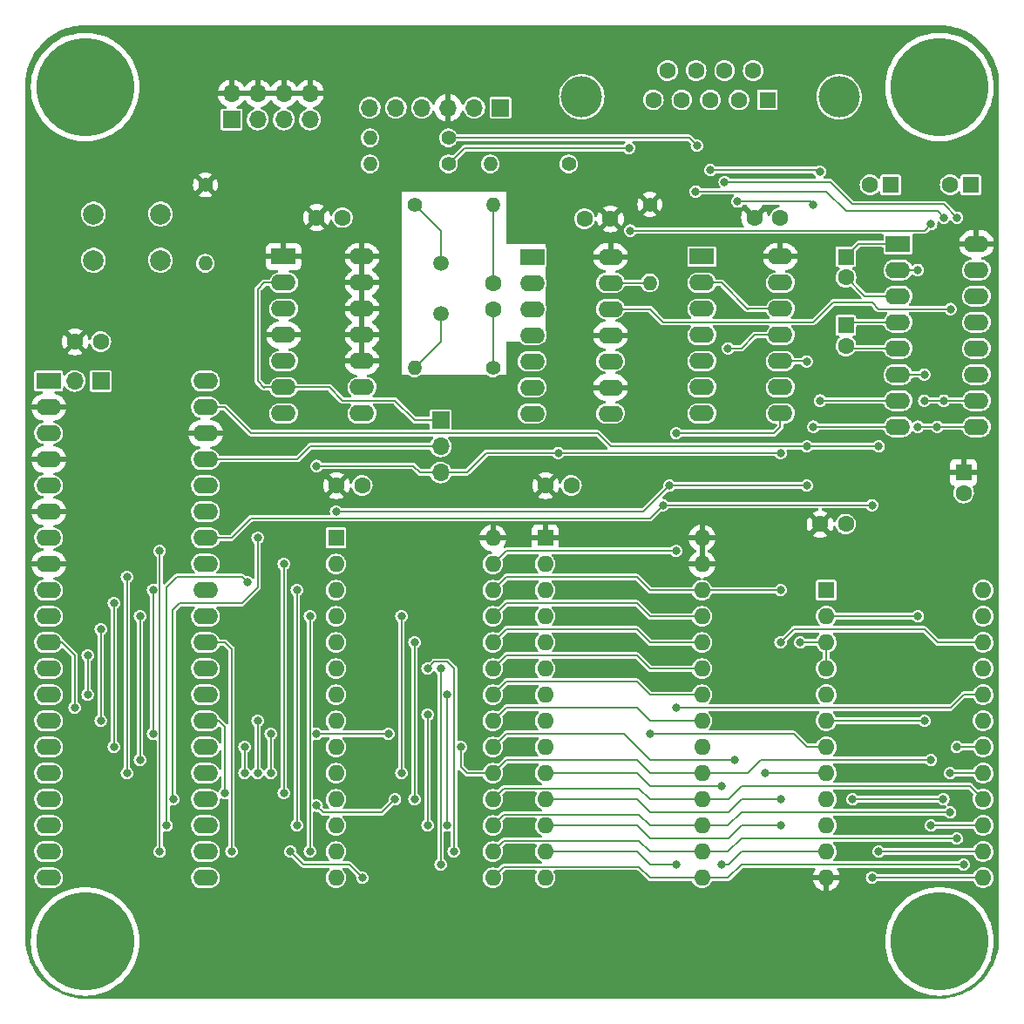
<source format=gtl>
G04 #@! TF.GenerationSoftware,KiCad,Pcbnew,(6.0.1)*
G04 #@! TF.CreationDate,2022-09-11T12:04:35-04:00*
G04 #@! TF.ProjectId,SIMPLE-65C02,53494d50-4c45-42d3-9635-4330322e6b69,1*
G04 #@! TF.SameCoordinates,Original*
G04 #@! TF.FileFunction,Copper,L1,Top*
G04 #@! TF.FilePolarity,Positive*
%FSLAX46Y46*%
G04 Gerber Fmt 4.6, Leading zero omitted, Abs format (unit mm)*
G04 Created by KiCad (PCBNEW (6.0.1)) date 2022-09-11 12:04:35*
%MOMM*%
%LPD*%
G01*
G04 APERTURE LIST*
G04 #@! TA.AperFunction,ComponentPad*
%ADD10C,4.000000*%
G04 #@! TD*
G04 #@! TA.AperFunction,ComponentPad*
%ADD11R,1.600000X1.600000*%
G04 #@! TD*
G04 #@! TA.AperFunction,ComponentPad*
%ADD12C,1.600000*%
G04 #@! TD*
G04 #@! TA.AperFunction,ComponentPad*
%ADD13R,2.400000X1.600000*%
G04 #@! TD*
G04 #@! TA.AperFunction,ComponentPad*
%ADD14O,2.400000X1.600000*%
G04 #@! TD*
G04 #@! TA.AperFunction,ComponentPad*
%ADD15C,1.400000*%
G04 #@! TD*
G04 #@! TA.AperFunction,ComponentPad*
%ADD16O,1.400000X1.400000*%
G04 #@! TD*
G04 #@! TA.AperFunction,ComponentPad*
%ADD17C,9.525000*%
G04 #@! TD*
G04 #@! TA.AperFunction,ComponentPad*
%ADD18R,1.700000X1.700000*%
G04 #@! TD*
G04 #@! TA.AperFunction,ComponentPad*
%ADD19O,1.700000X1.700000*%
G04 #@! TD*
G04 #@! TA.AperFunction,ComponentPad*
%ADD20O,1.600000X1.600000*%
G04 #@! TD*
G04 #@! TA.AperFunction,ComponentPad*
%ADD21C,2.000000*%
G04 #@! TD*
G04 #@! TA.AperFunction,ComponentPad*
%ADD22C,1.500000*%
G04 #@! TD*
G04 #@! TA.AperFunction,ViaPad*
%ADD23C,0.800000*%
G04 #@! TD*
G04 #@! TA.AperFunction,Conductor*
%ADD24C,0.203200*%
G04 #@! TD*
G04 APERTURE END LIST*
D10*
X143245000Y-54940000D03*
X168245000Y-54940000D03*
D11*
X161285000Y-55240000D03*
D12*
X158515000Y-55240000D03*
X155745000Y-55240000D03*
X152975000Y-55240000D03*
X150205000Y-55240000D03*
X159900000Y-52400000D03*
X157130000Y-52400000D03*
X154360000Y-52400000D03*
X151590000Y-52400000D03*
D13*
X173975000Y-69225000D03*
D14*
X173975000Y-71765000D03*
X173975000Y-74305000D03*
X173975000Y-76845000D03*
X173975000Y-79385000D03*
X173975000Y-81925000D03*
X173975000Y-84465000D03*
X173975000Y-87005000D03*
X181595000Y-87005000D03*
X181595000Y-84465000D03*
X181595000Y-81925000D03*
X181595000Y-79385000D03*
X181595000Y-76845000D03*
X181595000Y-74305000D03*
X181595000Y-71765000D03*
X181595000Y-69225000D03*
D12*
X121920000Y-92710000D03*
X119420000Y-92710000D03*
D15*
X134620000Y-81280000D03*
D16*
X127000000Y-81280000D03*
D15*
X106680000Y-63500000D03*
D16*
X106680000Y-71120000D03*
D12*
X96520000Y-78740000D03*
X94020000Y-78740000D03*
D17*
X95000000Y-54000000D03*
D15*
X149860000Y-65400000D03*
D16*
X149860000Y-73020000D03*
D12*
X119995000Y-66675000D03*
X117495000Y-66675000D03*
D15*
X141986000Y-61468000D03*
D16*
X134366000Y-61468000D03*
D13*
X91460000Y-82555000D03*
D14*
X91460000Y-85095000D03*
X91460000Y-87635000D03*
X91460000Y-90175000D03*
X91460000Y-92715000D03*
X91460000Y-95255000D03*
X91460000Y-97795000D03*
X91460000Y-100335000D03*
X91460000Y-102875000D03*
X91460000Y-105415000D03*
X91460000Y-107955000D03*
X91460000Y-110495000D03*
X91460000Y-113035000D03*
X91460000Y-115575000D03*
X91460000Y-118115000D03*
X91460000Y-120655000D03*
X91460000Y-123195000D03*
X91460000Y-125735000D03*
X91460000Y-128275000D03*
X91460000Y-130815000D03*
X106700000Y-130815000D03*
X106700000Y-128275000D03*
X106700000Y-125735000D03*
X106700000Y-123195000D03*
X106700000Y-120655000D03*
X106700000Y-118115000D03*
X106700000Y-115575000D03*
X106700000Y-113035000D03*
X106700000Y-110495000D03*
X106700000Y-107955000D03*
X106700000Y-105415000D03*
X106700000Y-102875000D03*
X106700000Y-100335000D03*
X106700000Y-97795000D03*
X106700000Y-95255000D03*
X106700000Y-92715000D03*
X106700000Y-90175000D03*
X106700000Y-87635000D03*
X106700000Y-85095000D03*
X106700000Y-82555000D03*
D18*
X109230000Y-57155000D03*
D19*
X109230000Y-54615000D03*
X111770000Y-57155000D03*
X111770000Y-54615000D03*
X114310000Y-57155000D03*
X114310000Y-54615000D03*
X116850000Y-57155000D03*
X116850000Y-54615000D03*
D12*
X142240000Y-92710000D03*
X139740000Y-92710000D03*
D11*
X119375000Y-97800000D03*
D20*
X119375000Y-100340000D03*
X119375000Y-102880000D03*
X119375000Y-105420000D03*
X119375000Y-107960000D03*
X119375000Y-110500000D03*
X119375000Y-113040000D03*
X119375000Y-115580000D03*
X119375000Y-118120000D03*
X119375000Y-120660000D03*
X119375000Y-123200000D03*
X119375000Y-125740000D03*
X119375000Y-128280000D03*
X119375000Y-130820000D03*
X134615000Y-130820000D03*
X134615000Y-128280000D03*
X134615000Y-125740000D03*
X134615000Y-123200000D03*
X134615000Y-120660000D03*
X134615000Y-118120000D03*
X134615000Y-115580000D03*
X134615000Y-113040000D03*
X134615000Y-110500000D03*
X134615000Y-107960000D03*
X134615000Y-105420000D03*
X134615000Y-102880000D03*
X134615000Y-100340000D03*
X134615000Y-97800000D03*
D11*
X168910000Y-70480000D03*
D12*
X168910000Y-72480000D03*
X134620000Y-75560000D03*
X134620000Y-73060000D03*
D11*
X167000000Y-102865000D03*
D20*
X167000000Y-105405000D03*
X167000000Y-107945000D03*
X167000000Y-110485000D03*
X167000000Y-113025000D03*
X167000000Y-115565000D03*
X167000000Y-118105000D03*
X167000000Y-120645000D03*
X167000000Y-123185000D03*
X167000000Y-125725000D03*
X167000000Y-128265000D03*
X167000000Y-130805000D03*
X182240000Y-130805000D03*
X182240000Y-128265000D03*
X182240000Y-125725000D03*
X182240000Y-123185000D03*
X182240000Y-120645000D03*
X182240000Y-118105000D03*
X182240000Y-115565000D03*
X182240000Y-113025000D03*
X182240000Y-110485000D03*
X182240000Y-107945000D03*
X182240000Y-105405000D03*
X182240000Y-102865000D03*
D11*
X168910000Y-77149888D03*
D12*
X168910000Y-79149888D03*
X162540000Y-66675000D03*
X160040000Y-66675000D03*
D17*
X95000000Y-137000000D03*
D18*
X135350000Y-56000000D03*
D19*
X132810000Y-56000000D03*
X130270000Y-56000000D03*
X127730000Y-56000000D03*
X125190000Y-56000000D03*
X122650000Y-56000000D03*
D18*
X96520000Y-82550000D03*
D19*
X93980000Y-82550000D03*
D11*
X139695000Y-97800000D03*
D20*
X139695000Y-100340000D03*
X139695000Y-102880000D03*
X139695000Y-105420000D03*
X139695000Y-107960000D03*
X139695000Y-110500000D03*
X139695000Y-113040000D03*
X139695000Y-115580000D03*
X139695000Y-118120000D03*
X139695000Y-120660000D03*
X139695000Y-123200000D03*
X139695000Y-125740000D03*
X139695000Y-128280000D03*
X139695000Y-130820000D03*
X154935000Y-130820000D03*
X154935000Y-128280000D03*
X154935000Y-125740000D03*
X154935000Y-123200000D03*
X154935000Y-120660000D03*
X154935000Y-118120000D03*
X154935000Y-115580000D03*
X154935000Y-113040000D03*
X154935000Y-110500000D03*
X154935000Y-107960000D03*
X154935000Y-105420000D03*
X154935000Y-102880000D03*
X154935000Y-100340000D03*
X154935000Y-97800000D03*
D21*
X95810000Y-66330000D03*
X102310000Y-66330000D03*
X95810000Y-70830000D03*
X102310000Y-70830000D03*
D13*
X154920000Y-70475000D03*
D14*
X154920000Y-73015000D03*
X154920000Y-75555000D03*
X154920000Y-78095000D03*
X154920000Y-80635000D03*
X154920000Y-83175000D03*
X154920000Y-85715000D03*
X162540000Y-85715000D03*
X162540000Y-83175000D03*
X162540000Y-80635000D03*
X162540000Y-78095000D03*
X162540000Y-75555000D03*
X162540000Y-73015000D03*
X162540000Y-70475000D03*
D17*
X178000000Y-54000000D03*
D18*
X129540000Y-86360000D03*
D19*
X129540000Y-88900000D03*
X129540000Y-91440000D03*
D12*
X143530000Y-66802000D03*
X146030000Y-66802000D03*
D15*
X130302000Y-58928000D03*
D16*
X122682000Y-58928000D03*
D17*
X178000000Y-137000000D03*
D11*
X180340000Y-91440000D03*
D12*
X180340000Y-93440000D03*
D11*
X181041113Y-63500000D03*
D12*
X179041113Y-63500000D03*
D15*
X126995000Y-65400000D03*
D16*
X134615000Y-65400000D03*
D13*
X138425000Y-70480000D03*
D14*
X138425000Y-73020000D03*
X138425000Y-75560000D03*
X138425000Y-78100000D03*
X138425000Y-80640000D03*
X138425000Y-83180000D03*
X138425000Y-85720000D03*
X146045000Y-85720000D03*
X146045000Y-83180000D03*
X146045000Y-80640000D03*
X146045000Y-78100000D03*
X146045000Y-75560000D03*
X146045000Y-73020000D03*
X146045000Y-70480000D03*
D15*
X130302000Y-61468000D03*
D16*
X122682000Y-61468000D03*
D22*
X129540000Y-71120000D03*
X129540000Y-76000000D03*
D12*
X168905000Y-96460000D03*
X166405000Y-96460000D03*
D13*
X114280000Y-70475000D03*
D14*
X114280000Y-73015000D03*
X114280000Y-75555000D03*
X114280000Y-78095000D03*
X114280000Y-80635000D03*
X114280000Y-83175000D03*
X114280000Y-85715000D03*
X121900000Y-85715000D03*
X121900000Y-83175000D03*
X121900000Y-80635000D03*
X121900000Y-78095000D03*
X121900000Y-75555000D03*
X121900000Y-73015000D03*
X121900000Y-70475000D03*
D11*
X173260000Y-63500000D03*
D12*
X171260000Y-63500000D03*
D23*
X129540000Y-129540000D03*
X129540000Y-110490000D03*
X102235000Y-128270000D03*
X102235000Y-99060000D03*
X162560000Y-102870000D03*
X102907011Y-125730000D03*
X110744000Y-102108000D03*
X151783500Y-92710000D03*
X103560511Y-123190000D03*
X119380000Y-95231500D03*
X165118500Y-92710000D03*
X111760000Y-97790000D03*
X161036000Y-120650000D03*
X158115000Y-119380000D03*
X111760000Y-115570000D03*
X111760000Y-120650000D03*
X117493500Y-116840000D03*
X124460000Y-116840000D03*
X179686500Y-118110000D03*
X179686500Y-127000000D03*
X128270000Y-110490000D03*
X130810000Y-128270000D03*
X109220000Y-128270000D03*
X114935000Y-128270000D03*
X121930000Y-130820000D03*
X180340000Y-129540000D03*
X179033000Y-120650000D03*
X179033000Y-124460000D03*
X130193500Y-125730000D03*
X130193500Y-113030000D03*
X125095000Y-123190000D03*
X117493500Y-123806500D03*
X108566500Y-122573500D03*
X156845000Y-129540000D03*
X113030000Y-116840000D03*
X156845000Y-121920000D03*
X101600000Y-116840000D03*
X101600000Y-102870000D03*
X113030000Y-120650000D03*
X100330000Y-119380000D03*
X100330000Y-105410000D03*
X152400000Y-129540000D03*
X152400000Y-114300000D03*
X116840000Y-105410000D03*
X116840000Y-128270000D03*
X93980000Y-114300000D03*
X110490000Y-118110000D03*
X131500511Y-118110000D03*
X110490000Y-120650000D03*
X177165000Y-119380000D03*
X177170000Y-125725000D03*
X114300000Y-100330000D03*
X162560000Y-123190000D03*
X162560000Y-107950000D03*
X114300000Y-122573500D03*
X95250000Y-109220000D03*
X95245000Y-113035000D03*
X169545000Y-123190000D03*
X115570000Y-125730000D03*
X115570000Y-102870000D03*
X178379500Y-123190000D03*
X162560000Y-125730000D03*
X96515000Y-115575000D03*
X96520000Y-106680000D03*
X97790000Y-118110000D03*
X97790000Y-104140000D03*
X99065000Y-120655000D03*
X99060000Y-101600000D03*
X125730000Y-105410000D03*
X125730000Y-120650000D03*
X127000000Y-107950000D03*
X127000000Y-123190000D03*
X128270000Y-114953500D03*
X128270000Y-125730000D03*
X175885000Y-71765000D03*
X164465000Y-107950000D03*
X140970000Y-89535000D03*
X117475000Y-90805000D03*
X162560000Y-89553500D03*
X149860000Y-116840000D03*
X147828000Y-59944000D03*
X175895000Y-105410000D03*
X177192011Y-67310000D03*
X147955000Y-67945000D03*
X175895000Y-86995000D03*
X177790000Y-87005000D03*
X154305000Y-64135000D03*
X154432000Y-59690000D03*
X178435000Y-66675000D03*
X176530000Y-84455000D03*
X178425000Y-84465000D03*
X176548511Y-115551489D03*
X179078500Y-75565000D03*
X157461500Y-79375000D03*
X152400000Y-99060000D03*
X152418500Y-87630000D03*
X171450000Y-130810000D03*
X151130000Y-94615000D03*
X171450000Y-94615000D03*
X165100000Y-80645000D03*
X172103500Y-128270000D03*
X165118500Y-88900000D03*
X172085000Y-88900000D03*
X176530000Y-81915000D03*
X165735000Y-65405000D03*
X158394880Y-65125120D03*
X165753500Y-86995000D03*
X155745000Y-62060000D03*
X166407000Y-84455000D03*
X166370000Y-62230000D03*
X157130000Y-63215000D03*
X179705000Y-66675000D03*
D24*
X134615000Y-110500000D02*
X135895000Y-109220000D01*
X154935000Y-110500000D02*
X149870000Y-110500000D01*
X129540000Y-129540000D02*
X129540000Y-110490000D01*
X135895000Y-109220000D02*
X148590000Y-109220000D01*
X149870000Y-110500000D02*
X148590000Y-109220000D01*
X102235000Y-128270000D02*
X102253511Y-128251489D01*
X102253511Y-99078511D02*
X102235000Y-99060000D01*
X102253511Y-128251489D02*
X102253511Y-99078511D01*
X149870000Y-102880000D02*
X162550000Y-102880000D01*
X103886000Y-101600000D02*
X110236000Y-101600000D01*
X162550000Y-102880000D02*
X162560000Y-102870000D01*
X149870000Y-102880000D02*
X148590000Y-101600000D01*
X134615000Y-102880000D02*
X135895000Y-101600000D01*
X110236000Y-101600000D02*
X110744000Y-102108000D01*
X102907011Y-125730000D02*
X102907011Y-102578989D01*
X102907011Y-102578989D02*
X103886000Y-101600000D01*
X135895000Y-101600000D02*
X148590000Y-101600000D01*
X111760000Y-102616000D02*
X111760000Y-97790000D01*
X165118500Y-92710000D02*
X151783500Y-92710000D01*
X149225000Y-95250000D02*
X151765000Y-92710000D01*
X110236000Y-104140000D02*
X111760000Y-102616000D01*
X151765000Y-92710000D02*
X151783500Y-92710000D01*
X119380000Y-95231500D02*
X119398500Y-95250000D01*
X103505000Y-104775000D02*
X104140000Y-104140000D01*
X104140000Y-104140000D02*
X110236000Y-104140000D01*
X119398500Y-95250000D02*
X149225000Y-95250000D01*
X103560511Y-123190000D02*
X103505000Y-123134489D01*
X103505000Y-123134489D02*
X103505000Y-104775000D01*
X111760000Y-115570000D02*
X111760000Y-120650000D01*
X117475000Y-116840000D02*
X124460000Y-116840000D01*
X147320000Y-116840000D02*
X135895000Y-116840000D01*
X135895000Y-116840000D02*
X134615000Y-118120000D01*
X158115000Y-119380000D02*
X149860000Y-119380000D01*
X149860000Y-119380000D02*
X147320000Y-116840000D01*
X161041000Y-120645000D02*
X161036000Y-120650000D01*
X167000000Y-120645000D02*
X161041000Y-120645000D01*
X149870000Y-128280000D02*
X148816489Y-127226489D01*
X130810000Y-128270000D02*
X130847011Y-128232989D01*
X148816489Y-127226489D02*
X135668511Y-127226489D01*
X157470000Y-128280000D02*
X154935000Y-128280000D01*
X179686500Y-118110000D02*
X179691500Y-118105000D01*
X128923511Y-109836489D02*
X128270000Y-110490000D01*
X130193511Y-109836489D02*
X128923511Y-109836489D01*
X154935000Y-128280000D02*
X149870000Y-128280000D01*
X158750000Y-127000000D02*
X157470000Y-128280000D01*
X130847011Y-110489989D02*
X130193511Y-109836489D01*
X135668511Y-127226489D02*
X134615000Y-128280000D01*
X130847011Y-128232989D02*
X130847011Y-110489989D01*
X179691500Y-118105000D02*
X182240000Y-118105000D01*
X179686500Y-127000000D02*
X158750000Y-127000000D01*
X109220000Y-108585000D02*
X108590000Y-107955000D01*
X109220000Y-128270000D02*
X109220000Y-108585000D01*
X149870000Y-130820000D02*
X148816489Y-129766489D01*
X120650000Y-129540000D02*
X116205000Y-129540000D01*
X157470000Y-130820000D02*
X158750000Y-129540000D01*
X154935000Y-130820000D02*
X157470000Y-130820000D01*
X116205000Y-129540000D02*
X114935000Y-128270000D01*
X180340000Y-129540000D02*
X158750000Y-129540000D01*
X121930000Y-130820000D02*
X120650000Y-129540000D01*
X148816489Y-129766489D02*
X135668511Y-129766489D01*
X108590000Y-107955000D02*
X106700000Y-107955000D01*
X154935000Y-130820000D02*
X149870000Y-130820000D01*
X135668511Y-129766489D02*
X134615000Y-130820000D01*
X179033000Y-120650000D02*
X179038000Y-120645000D01*
X130193500Y-113030000D02*
X130193500Y-125730000D01*
X179033000Y-124460000D02*
X158750000Y-124460000D01*
X157470000Y-125740000D02*
X154935000Y-125740000D01*
X154935000Y-125740000D02*
X149870000Y-125740000D01*
X179038000Y-120645000D02*
X182240000Y-120645000D01*
X148816489Y-124686489D02*
X135668511Y-124686489D01*
X135668511Y-124686489D02*
X134615000Y-125740000D01*
X149870000Y-125740000D02*
X148816489Y-124686489D01*
X158750000Y-124460000D02*
X157470000Y-125740000D01*
X182240000Y-123185000D02*
X180975000Y-121920000D01*
X148816489Y-122146489D02*
X135668511Y-122146489D01*
X117493500Y-123843500D02*
X117493500Y-123806500D01*
X154935000Y-123200000D02*
X149870000Y-123200000D01*
X149870000Y-123200000D02*
X148816489Y-122146489D01*
X135668511Y-122146489D02*
X134615000Y-123200000D01*
X123825000Y-124460000D02*
X118110000Y-124460000D01*
X158770000Y-121920000D02*
X157490000Y-123200000D01*
X157490000Y-123200000D02*
X154935000Y-123200000D01*
X108566500Y-122573500D02*
X108566500Y-116186500D01*
X107955000Y-115575000D02*
X106700000Y-115575000D01*
X125095000Y-123190000D02*
X123825000Y-124460000D01*
X108566500Y-116186500D02*
X107955000Y-115575000D01*
X118110000Y-124460000D02*
X117493500Y-123843500D01*
X180975000Y-121920000D02*
X158770000Y-121920000D01*
X158755000Y-128265000D02*
X157480000Y-129540000D01*
X113030000Y-116840000D02*
X113030000Y-120650000D01*
X101600000Y-102870000D02*
X101600000Y-116840000D01*
X148600000Y-120660000D02*
X149860000Y-121920000D01*
X167000000Y-128265000D02*
X158755000Y-128265000D01*
X139695000Y-120660000D02*
X148580000Y-120660000D01*
X157480000Y-129540000D02*
X156845000Y-129540000D01*
X148580000Y-120660000D02*
X148600000Y-120660000D01*
X149860000Y-121920000D02*
X156845000Y-121920000D01*
X100330000Y-119380000D02*
X100330000Y-105410000D01*
X149860000Y-129540000D02*
X152400000Y-129540000D01*
X180345000Y-113025000D02*
X182240000Y-113025000D01*
X152400000Y-114300000D02*
X179070000Y-114300000D01*
X148600000Y-128280000D02*
X149860000Y-129540000D01*
X179070000Y-114300000D02*
X180345000Y-113025000D01*
X139695000Y-128280000D02*
X148600000Y-128280000D01*
X116840000Y-105410000D02*
X116840000Y-128270000D01*
X92715000Y-107955000D02*
X91460000Y-107955000D01*
X93980000Y-114300000D02*
X93980000Y-109220000D01*
X93980000Y-109220000D02*
X92715000Y-107955000D01*
X148590000Y-119380000D02*
X149870000Y-120660000D01*
X160655000Y-119380000D02*
X177165000Y-119380000D01*
X131500511Y-118110000D02*
X131500511Y-120070511D01*
X110490000Y-118110000D02*
X110490000Y-120650000D01*
X160655000Y-119380000D02*
X159375000Y-120660000D01*
X131500511Y-120070511D02*
X132090000Y-120660000D01*
X132090000Y-120660000D02*
X134615000Y-120660000D01*
X134615000Y-120660000D02*
X135895000Y-119380000D01*
X159375000Y-120660000D02*
X154935000Y-120660000D01*
X182240000Y-125725000D02*
X177170000Y-125725000D01*
X154935000Y-120660000D02*
X149870000Y-120660000D01*
X135895000Y-119380000D02*
X148590000Y-119380000D01*
X177795000Y-107945000D02*
X176530000Y-106680000D01*
X158750000Y-123190000D02*
X157480000Y-124460000D01*
X157480000Y-124460000D02*
X149860000Y-124460000D01*
X182240000Y-107945000D02*
X177795000Y-107945000D01*
X149860000Y-124460000D02*
X148600000Y-123200000D01*
X163830000Y-106680000D02*
X176530000Y-106680000D01*
X148600000Y-123200000D02*
X139695000Y-123200000D01*
X114300000Y-122573500D02*
X114300000Y-100330000D01*
X162560000Y-107950000D02*
X163830000Y-106680000D01*
X162560000Y-123190000D02*
X158750000Y-123190000D01*
X95250000Y-109220000D02*
X95250000Y-113030000D01*
X95250000Y-113030000D02*
X95245000Y-113035000D01*
X162560000Y-125730000D02*
X158750000Y-125730000D01*
X149860000Y-127000000D02*
X157480000Y-127000000D01*
X169545000Y-123190000D02*
X178379500Y-123190000D01*
X158750000Y-125730000D02*
X157480000Y-127000000D01*
X148600000Y-125740000D02*
X149860000Y-127000000D01*
X139695000Y-125740000D02*
X148600000Y-125740000D01*
X115570000Y-125730000D02*
X115570000Y-102870000D01*
X96520000Y-106680000D02*
X96520000Y-115570000D01*
X96520000Y-115570000D02*
X96515000Y-115575000D01*
X97790000Y-104140000D02*
X97790000Y-118110000D01*
X99060000Y-101600000D02*
X99060000Y-120650000D01*
X99060000Y-120650000D02*
X99065000Y-120655000D01*
X154935000Y-105420000D02*
X149870000Y-105420000D01*
X125730000Y-105410000D02*
X125730000Y-120650000D01*
X149870000Y-105420000D02*
X148590000Y-104140000D01*
X134615000Y-105420000D02*
X135895000Y-104140000D01*
X135895000Y-104140000D02*
X148590000Y-104140000D01*
X134615000Y-107960000D02*
X135895000Y-106680000D01*
X135895000Y-106680000D02*
X148590000Y-106680000D01*
X154935000Y-107960000D02*
X149870000Y-107960000D01*
X127000000Y-123190000D02*
X127000000Y-107950000D01*
X149870000Y-107960000D02*
X148590000Y-106680000D01*
X149870000Y-115580000D02*
X148590000Y-114300000D01*
X135895000Y-114300000D02*
X148590000Y-114300000D01*
X134615000Y-115580000D02*
X135895000Y-114300000D01*
X128270000Y-114953500D02*
X128270000Y-125730000D01*
X154935000Y-115580000D02*
X149870000Y-115580000D01*
X116840000Y-88900000D02*
X129540000Y-88900000D01*
X106723511Y-90151489D02*
X115588511Y-90151489D01*
X115588511Y-90151489D02*
X116840000Y-88900000D01*
X173975000Y-69225000D02*
X170165000Y-69225000D01*
X170165000Y-69225000D02*
X168910000Y-70480000D01*
X173975000Y-74305000D02*
X170735000Y-74305000D01*
X170735000Y-74305000D02*
X168910000Y-72480000D01*
X173975000Y-76845000D02*
X169214888Y-76845000D01*
X173975000Y-79385000D02*
X169145112Y-79385000D01*
X173975000Y-71765000D02*
X175885000Y-71765000D01*
X134620000Y-81280000D02*
X134620000Y-75560000D01*
X134620000Y-73060000D02*
X134620000Y-65405000D01*
X140970000Y-89535000D02*
X133985000Y-89535000D01*
X133985000Y-89535000D02*
X132080000Y-91440000D01*
X117475000Y-90805000D02*
X126873000Y-90805000D01*
X164470000Y-107945000D02*
X164465000Y-107950000D01*
X126873000Y-90805000D02*
X127508000Y-91440000D01*
X140988500Y-89553500D02*
X140970000Y-89535000D01*
X167000000Y-107945000D02*
X164470000Y-107945000D01*
X162560000Y-89553500D02*
X140988500Y-89553500D01*
X127508000Y-91440000D02*
X129540000Y-91440000D01*
X167000000Y-107945000D02*
X167000000Y-110485000D01*
X132080000Y-91440000D02*
X129540000Y-91440000D01*
X129540000Y-67945000D02*
X129540000Y-71120000D01*
X126995000Y-65400000D02*
X129540000Y-67945000D01*
X129540000Y-78740000D02*
X127000000Y-81280000D01*
X129540000Y-76000000D02*
X129540000Y-78740000D01*
X149860000Y-116840000D02*
X163830000Y-116840000D01*
X163830000Y-116840000D02*
X165095000Y-118105000D01*
X165095000Y-118105000D02*
X167000000Y-118105000D01*
X146045000Y-73020000D02*
X149860000Y-73020000D01*
X156228511Y-67963511D02*
X176538500Y-67963511D01*
X175890000Y-105405000D02*
X175895000Y-105410000D01*
X147955000Y-67945000D02*
X156210000Y-67945000D01*
X176538500Y-67963511D02*
X177192011Y-67310000D01*
X167000000Y-105405000D02*
X175890000Y-105405000D01*
X177790000Y-87005000D02*
X181595000Y-87005000D01*
X175895000Y-86995000D02*
X175905000Y-87005000D01*
X175905000Y-87005000D02*
X177790000Y-87005000D01*
X131826000Y-59944000D02*
X130302000Y-61468000D01*
X156210000Y-67945000D02*
X156228511Y-67963511D01*
X147828000Y-59944000D02*
X131826000Y-59944000D01*
X177818511Y-66058511D02*
X178435000Y-66675000D01*
X176540000Y-84465000D02*
X176530000Y-84455000D01*
X154305000Y-64135000D02*
X167005000Y-64135000D01*
X167005000Y-64135000D02*
X168928511Y-66058511D01*
X176535000Y-115565000D02*
X176548511Y-115551489D01*
X181595000Y-84465000D02*
X178425000Y-84465000D01*
X168928511Y-66058511D02*
X177818511Y-66058511D01*
X167000000Y-115565000D02*
X176535000Y-115565000D01*
X130302000Y-58928000D02*
X153670000Y-58928000D01*
X153670000Y-58928000D02*
X154432000Y-59690000D01*
X178425000Y-84465000D02*
X176540000Y-84465000D01*
X179078500Y-75565000D02*
X172085000Y-75565000D01*
X149855000Y-75560000D02*
X146045000Y-75560000D01*
X165735000Y-76835000D02*
X151130000Y-76835000D01*
X167640000Y-74930000D02*
X165735000Y-76835000D01*
X171450000Y-74930000D02*
X167640000Y-74930000D01*
X172085000Y-75565000D02*
X171450000Y-74930000D01*
X151130000Y-76835000D02*
X149855000Y-75560000D01*
X160030000Y-78095000D02*
X162540000Y-78095000D01*
X158750000Y-79375000D02*
X160030000Y-78095000D01*
X134615000Y-113040000D02*
X135895000Y-111760000D01*
X154935000Y-113040000D02*
X149870000Y-113040000D01*
X149870000Y-113040000D02*
X148590000Y-111760000D01*
X135895000Y-111760000D02*
X148590000Y-111760000D01*
X157461500Y-79375000D02*
X158750000Y-79375000D01*
X161925000Y-87630000D02*
X162540000Y-87015000D01*
X162540000Y-87015000D02*
X162540000Y-85715000D01*
X135895000Y-99060000D02*
X152400000Y-99060000D01*
X134615000Y-100340000D02*
X135895000Y-99060000D01*
X152418500Y-87630000D02*
X161925000Y-87630000D01*
X159385000Y-75565000D02*
X159395000Y-75555000D01*
X109215000Y-97795000D02*
X111125000Y-95885000D01*
X111125000Y-95885000D02*
X149860000Y-95885000D01*
X106700000Y-97795000D02*
X109215000Y-97795000D01*
X151130000Y-94615000D02*
X171450000Y-94615000D01*
X171455000Y-130805000D02*
X171450000Y-130810000D01*
X156835000Y-73015000D02*
X159385000Y-75565000D01*
X159395000Y-75555000D02*
X162540000Y-75555000D01*
X182240000Y-130805000D02*
X171455000Y-130805000D01*
X149860000Y-95885000D02*
X151130000Y-94615000D01*
X154920000Y-73015000D02*
X156835000Y-73015000D01*
X182240000Y-128265000D02*
X172108500Y-128265000D01*
X108590000Y-85095000D02*
X111125000Y-87630000D01*
X162540000Y-80635000D02*
X165108500Y-80635000D01*
X146050000Y-88900000D02*
X172085000Y-88900000D01*
X106700000Y-85095000D02*
X108590000Y-85095000D01*
X144780000Y-87630000D02*
X146050000Y-88900000D01*
X172108500Y-128265000D02*
X172103500Y-128270000D01*
X111125000Y-87630000D02*
X144780000Y-87630000D01*
X173975000Y-81925000D02*
X176520000Y-81925000D01*
X176520000Y-81925000D02*
X176530000Y-81915000D01*
X118735000Y-83175000D02*
X120015000Y-84455000D01*
X111760000Y-73660000D02*
X111760000Y-82550000D01*
X120015000Y-84455000D02*
X125095000Y-84455000D01*
X112395000Y-83185000D02*
X112405000Y-83175000D01*
X125095000Y-84455000D02*
X127000000Y-86360000D01*
X112405000Y-73015000D02*
X111760000Y-73660000D01*
X127000000Y-86360000D02*
X129540000Y-86360000D01*
X114280000Y-73015000D02*
X112405000Y-73015000D01*
X112405000Y-83175000D02*
X114280000Y-83175000D01*
X111760000Y-82550000D02*
X112395000Y-83185000D01*
X114280000Y-83175000D02*
X118735000Y-83175000D01*
X165763500Y-87005000D02*
X173975000Y-87005000D01*
X165455120Y-65125120D02*
X158394880Y-65125120D01*
X165735000Y-65405000D02*
X165455120Y-65125120D01*
X165763500Y-87005000D02*
X165753500Y-86995000D01*
X166417000Y-84465000D02*
X166407000Y-84455000D01*
X166417000Y-84465000D02*
X173975000Y-84465000D01*
X166200000Y-62060000D02*
X166370000Y-62230000D01*
X155745000Y-62060000D02*
X166200000Y-62060000D01*
X157130000Y-63215000D02*
X167392022Y-63215000D01*
X169563511Y-65386489D02*
X178416489Y-65386489D01*
X167392022Y-63215000D02*
X169563511Y-65386489D01*
X178416489Y-65386489D02*
X179705000Y-66675000D01*
G04 #@! TA.AperFunction,Conductor*
G36*
X177980552Y-47975237D02*
G01*
X177985808Y-47975246D01*
X177999636Y-47978426D01*
X178013476Y-47975294D01*
X178027664Y-47975319D01*
X178027664Y-47975373D01*
X178035941Y-47974612D01*
X178174710Y-47980065D01*
X178449862Y-47990876D01*
X178459724Y-47991652D01*
X178901907Y-48043987D01*
X178911679Y-48045535D01*
X179134288Y-48089814D01*
X179348393Y-48132403D01*
X179357994Y-48134708D01*
X179645412Y-48215768D01*
X179786540Y-48255570D01*
X179795949Y-48258627D01*
X180213696Y-48412742D01*
X180222833Y-48416527D01*
X180627202Y-48602943D01*
X180636007Y-48607430D01*
X181024504Y-48824999D01*
X181032940Y-48830168D01*
X181403164Y-49077543D01*
X181411152Y-49083347D01*
X181561476Y-49201853D01*
X181760831Y-49359012D01*
X181768354Y-49365437D01*
X181915582Y-49501533D01*
X182095333Y-49667693D01*
X182102307Y-49674667D01*
X182107057Y-49679805D01*
X182404563Y-50001646D01*
X182410988Y-50009169D01*
X182568147Y-50208524D01*
X182616051Y-50269289D01*
X182686647Y-50358840D01*
X182692462Y-50366844D01*
X182939832Y-50737060D01*
X182945001Y-50745496D01*
X183162570Y-51133993D01*
X183167057Y-51142798D01*
X183332711Y-51502130D01*
X183353472Y-51547164D01*
X183357257Y-51556302D01*
X183360049Y-51563869D01*
X183511373Y-51974051D01*
X183514430Y-51983460D01*
X183519853Y-52002688D01*
X183635292Y-52412006D01*
X183637599Y-52421614D01*
X183724465Y-52858321D01*
X183726013Y-52868093D01*
X183778348Y-53310276D01*
X183779124Y-53320138D01*
X183795365Y-53733482D01*
X183794603Y-53741620D01*
X183794779Y-53741620D01*
X183794754Y-53755805D01*
X183791574Y-53769636D01*
X183794706Y-53783477D01*
X183794698Y-53787994D01*
X183796800Y-53806809D01*
X183796800Y-136719968D01*
X183794763Y-136737911D01*
X183794754Y-136743167D01*
X183791574Y-136756995D01*
X183794706Y-136770835D01*
X183794681Y-136785023D01*
X183794627Y-136785023D01*
X183795388Y-136793302D01*
X183779124Y-137207221D01*
X183778348Y-137217083D01*
X183726013Y-137659266D01*
X183724465Y-137669038D01*
X183637599Y-138105745D01*
X183635292Y-138115353D01*
X183628717Y-138138667D01*
X183514430Y-138543899D01*
X183511373Y-138553308D01*
X183357258Y-138971055D01*
X183353473Y-138980192D01*
X183237302Y-139232189D01*
X183167062Y-139384551D01*
X183162570Y-139393366D01*
X182945001Y-139781863D01*
X182939832Y-139790299D01*
X182692462Y-140160515D01*
X182686647Y-140168519D01*
X182410988Y-140518190D01*
X182404563Y-140525713D01*
X182268467Y-140672941D01*
X182102307Y-140852692D01*
X182095333Y-140859666D01*
X181965634Y-140979559D01*
X181768354Y-141161922D01*
X181760831Y-141168347D01*
X181583925Y-141307809D01*
X181411152Y-141444012D01*
X181403164Y-141449816D01*
X181226755Y-141567688D01*
X181032940Y-141697191D01*
X181024504Y-141702360D01*
X180636007Y-141919929D01*
X180627202Y-141924416D01*
X180254473Y-142096246D01*
X180222836Y-142110831D01*
X180213696Y-142114617D01*
X179795949Y-142268732D01*
X179786540Y-142271789D01*
X179645412Y-142311591D01*
X179357994Y-142392651D01*
X179348393Y-142394956D01*
X179134288Y-142437545D01*
X178911679Y-142481824D01*
X178901907Y-142483372D01*
X178459724Y-142535707D01*
X178449862Y-142536483D01*
X178036518Y-142552724D01*
X178028380Y-142551962D01*
X178028380Y-142552138D01*
X178014195Y-142552113D01*
X178000364Y-142548933D01*
X177986523Y-142552065D01*
X177982006Y-142552057D01*
X177963191Y-142554159D01*
X95037391Y-142554159D01*
X95019448Y-142552122D01*
X95014192Y-142552113D01*
X95000364Y-142548933D01*
X94986524Y-142552065D01*
X94972336Y-142552040D01*
X94972336Y-142551986D01*
X94964059Y-142552747D01*
X94825290Y-142547294D01*
X94550138Y-142536483D01*
X94540276Y-142535707D01*
X94098093Y-142483372D01*
X94088321Y-142481824D01*
X93865712Y-142437545D01*
X93651607Y-142394956D01*
X93642006Y-142392651D01*
X93354588Y-142311591D01*
X93213460Y-142271789D01*
X93204051Y-142268732D01*
X92786304Y-142114617D01*
X92777164Y-142110831D01*
X92745527Y-142096246D01*
X92372798Y-141924416D01*
X92363993Y-141919929D01*
X91975496Y-141702360D01*
X91967060Y-141697191D01*
X91773245Y-141567688D01*
X91596836Y-141449816D01*
X91588848Y-141444012D01*
X91416075Y-141307809D01*
X91239169Y-141168347D01*
X91231646Y-141161922D01*
X91034366Y-140979559D01*
X90904667Y-140859666D01*
X90897693Y-140852692D01*
X90731533Y-140672941D01*
X90595437Y-140525713D01*
X90589012Y-140518190D01*
X90313353Y-140168519D01*
X90307538Y-140160515D01*
X90060168Y-139790299D01*
X90054999Y-139781863D01*
X89837430Y-139393366D01*
X89832938Y-139384551D01*
X89762699Y-139232189D01*
X89646527Y-138980192D01*
X89642742Y-138971055D01*
X89488627Y-138553308D01*
X89485570Y-138543899D01*
X89371283Y-138138667D01*
X89364708Y-138115353D01*
X89362401Y-138105745D01*
X89275535Y-137669038D01*
X89273987Y-137659266D01*
X89221652Y-137217083D01*
X89220876Y-137207221D01*
X89212734Y-137000000D01*
X89723978Y-137000000D01*
X89724098Y-137002748D01*
X89733242Y-137212171D01*
X89744055Y-137459836D01*
X89804133Y-137916172D01*
X89903754Y-138365535D01*
X89904582Y-138368160D01*
X89904583Y-138368165D01*
X89973602Y-138587064D01*
X90042161Y-138804506D01*
X90218300Y-139229743D01*
X90430831Y-139638011D01*
X90678136Y-140026202D01*
X90958333Y-140391362D01*
X91269289Y-140730711D01*
X91608638Y-141041667D01*
X91610800Y-141043326D01*
X91610806Y-141043331D01*
X91734853Y-141138515D01*
X91973798Y-141321864D01*
X92361989Y-141569169D01*
X92770257Y-141781700D01*
X93195494Y-141957839D01*
X93198114Y-141958665D01*
X93198122Y-141958668D01*
X93631835Y-142095417D01*
X93631840Y-142095418D01*
X93634465Y-142096246D01*
X94083828Y-142195867D01*
X94086548Y-142196225D01*
X94086553Y-142196226D01*
X94257423Y-142218721D01*
X94540164Y-142255945D01*
X94542913Y-142256065D01*
X94542924Y-142256066D01*
X94997252Y-142275902D01*
X95000000Y-142276022D01*
X95002748Y-142275902D01*
X95457076Y-142256066D01*
X95457087Y-142256065D01*
X95459836Y-142255945D01*
X95742577Y-142218721D01*
X95913447Y-142196226D01*
X95913452Y-142196225D01*
X95916172Y-142195867D01*
X96365535Y-142096246D01*
X96368160Y-142095418D01*
X96368165Y-142095417D01*
X96801878Y-141958668D01*
X96801886Y-141958665D01*
X96804506Y-141957839D01*
X97229743Y-141781700D01*
X97638011Y-141569169D01*
X98026202Y-141321864D01*
X98265147Y-141138515D01*
X98389194Y-141043331D01*
X98389200Y-141043326D01*
X98391362Y-141041667D01*
X98730711Y-140730711D01*
X99041667Y-140391362D01*
X99321864Y-140026202D01*
X99569169Y-139638011D01*
X99781700Y-139229743D01*
X99957839Y-138804506D01*
X100026399Y-138587064D01*
X100095417Y-138368165D01*
X100095418Y-138368160D01*
X100096246Y-138365535D01*
X100195867Y-137916172D01*
X100255945Y-137459836D01*
X100266759Y-137212171D01*
X100275902Y-137002748D01*
X100276022Y-137000000D01*
X172723978Y-137000000D01*
X172724098Y-137002748D01*
X172733242Y-137212171D01*
X172744055Y-137459836D01*
X172804133Y-137916172D01*
X172903754Y-138365535D01*
X172904582Y-138368160D01*
X172904583Y-138368165D01*
X172973602Y-138587064D01*
X173042161Y-138804506D01*
X173218300Y-139229743D01*
X173430831Y-139638011D01*
X173678136Y-140026202D01*
X173958333Y-140391362D01*
X174269289Y-140730711D01*
X174608638Y-141041667D01*
X174610800Y-141043326D01*
X174610806Y-141043331D01*
X174734853Y-141138515D01*
X174973798Y-141321864D01*
X175361989Y-141569169D01*
X175770257Y-141781700D01*
X176195494Y-141957839D01*
X176198114Y-141958665D01*
X176198122Y-141958668D01*
X176631835Y-142095417D01*
X176631840Y-142095418D01*
X176634465Y-142096246D01*
X177083828Y-142195867D01*
X177086548Y-142196225D01*
X177086553Y-142196226D01*
X177257423Y-142218721D01*
X177540164Y-142255945D01*
X177542913Y-142256065D01*
X177542924Y-142256066D01*
X177997252Y-142275902D01*
X178000000Y-142276022D01*
X178002748Y-142275902D01*
X178457076Y-142256066D01*
X178457087Y-142256065D01*
X178459836Y-142255945D01*
X178742577Y-142218721D01*
X178913447Y-142196226D01*
X178913452Y-142196225D01*
X178916172Y-142195867D01*
X179365535Y-142096246D01*
X179368160Y-142095418D01*
X179368165Y-142095417D01*
X179801878Y-141958668D01*
X179801886Y-141958665D01*
X179804506Y-141957839D01*
X180229743Y-141781700D01*
X180638011Y-141569169D01*
X181026202Y-141321864D01*
X181265147Y-141138515D01*
X181389194Y-141043331D01*
X181389200Y-141043326D01*
X181391362Y-141041667D01*
X181730711Y-140730711D01*
X182041667Y-140391362D01*
X182321864Y-140026202D01*
X182569169Y-139638011D01*
X182781700Y-139229743D01*
X182957839Y-138804506D01*
X183026399Y-138587064D01*
X183095417Y-138368165D01*
X183095418Y-138368160D01*
X183096246Y-138365535D01*
X183195867Y-137916172D01*
X183255945Y-137459836D01*
X183266759Y-137212171D01*
X183275902Y-137002748D01*
X183276022Y-137000000D01*
X183275170Y-136980483D01*
X183256066Y-136542924D01*
X183256065Y-136542913D01*
X183255945Y-136540164D01*
X183195867Y-136083828D01*
X183096246Y-135634465D01*
X182957839Y-135195494D01*
X182781700Y-134770257D01*
X182569169Y-134361989D01*
X182321864Y-133973798D01*
X182041667Y-133608638D01*
X181730711Y-133269289D01*
X181391362Y-132958333D01*
X181389200Y-132956674D01*
X181389194Y-132956669D01*
X181265147Y-132861485D01*
X181026202Y-132678136D01*
X180638011Y-132430831D01*
X180229743Y-132218300D01*
X179804506Y-132042161D01*
X179801886Y-132041335D01*
X179801878Y-132041332D01*
X179368165Y-131904583D01*
X179368160Y-131904582D01*
X179365535Y-131903754D01*
X178916172Y-131804133D01*
X178913452Y-131803775D01*
X178913447Y-131803774D01*
X178707426Y-131776651D01*
X178459836Y-131744055D01*
X178457087Y-131743935D01*
X178457076Y-131743934D01*
X178002748Y-131724098D01*
X178000000Y-131723978D01*
X177997252Y-131724098D01*
X177542924Y-131743934D01*
X177542913Y-131743935D01*
X177540164Y-131744055D01*
X177292574Y-131776651D01*
X177086553Y-131803774D01*
X177086548Y-131803775D01*
X177083828Y-131804133D01*
X176634465Y-131903754D01*
X176631840Y-131904582D01*
X176631835Y-131904583D01*
X176198122Y-132041332D01*
X176198114Y-132041335D01*
X176195494Y-132042161D01*
X175770257Y-132218300D01*
X175361989Y-132430831D01*
X174973798Y-132678136D01*
X174734853Y-132861485D01*
X174610806Y-132956669D01*
X174610800Y-132956674D01*
X174608638Y-132958333D01*
X174269289Y-133269289D01*
X173958333Y-133608638D01*
X173678136Y-133973798D01*
X173430831Y-134361989D01*
X173218300Y-134770257D01*
X173042161Y-135195494D01*
X172903754Y-135634465D01*
X172804133Y-136083828D01*
X172744055Y-136540164D01*
X172743935Y-136542913D01*
X172743934Y-136542924D01*
X172724830Y-136980483D01*
X172723978Y-137000000D01*
X100276022Y-137000000D01*
X100275170Y-136980483D01*
X100256066Y-136542924D01*
X100256065Y-136542913D01*
X100255945Y-136540164D01*
X100195867Y-136083828D01*
X100096246Y-135634465D01*
X99957839Y-135195494D01*
X99781700Y-134770257D01*
X99569169Y-134361989D01*
X99321864Y-133973798D01*
X99041667Y-133608638D01*
X98730711Y-133269289D01*
X98391362Y-132958333D01*
X98389200Y-132956674D01*
X98389194Y-132956669D01*
X98265147Y-132861485D01*
X98026202Y-132678136D01*
X97638011Y-132430831D01*
X97229743Y-132218300D01*
X96804506Y-132042161D01*
X96801886Y-132041335D01*
X96801878Y-132041332D01*
X96368165Y-131904583D01*
X96368160Y-131904582D01*
X96365535Y-131903754D01*
X95916172Y-131804133D01*
X95913452Y-131803775D01*
X95913447Y-131803774D01*
X95707426Y-131776651D01*
X95459836Y-131744055D01*
X95457087Y-131743935D01*
X95457076Y-131743934D01*
X95002748Y-131724098D01*
X95000000Y-131723978D01*
X94997252Y-131724098D01*
X94542924Y-131743934D01*
X94542913Y-131743935D01*
X94540164Y-131744055D01*
X94292574Y-131776651D01*
X94086553Y-131803774D01*
X94086548Y-131803775D01*
X94083828Y-131804133D01*
X93634465Y-131903754D01*
X93631840Y-131904582D01*
X93631835Y-131904583D01*
X93198122Y-132041332D01*
X93198114Y-132041335D01*
X93195494Y-132042161D01*
X92770257Y-132218300D01*
X92361989Y-132430831D01*
X91973798Y-132678136D01*
X91734853Y-132861485D01*
X91610806Y-132956669D01*
X91610800Y-132956674D01*
X91608638Y-132958333D01*
X91269289Y-133269289D01*
X90958333Y-133608638D01*
X90678136Y-133973798D01*
X90430831Y-134361989D01*
X90218300Y-134770257D01*
X90042161Y-135195494D01*
X89903754Y-135634465D01*
X89804133Y-136083828D01*
X89744055Y-136540164D01*
X89743935Y-136542913D01*
X89743934Y-136542924D01*
X89724830Y-136980483D01*
X89723978Y-137000000D01*
X89212734Y-137000000D01*
X89204635Y-136793877D01*
X89205397Y-136785739D01*
X89205221Y-136785739D01*
X89205246Y-136771554D01*
X89208426Y-136757723D01*
X89205294Y-136743882D01*
X89205302Y-136739365D01*
X89203200Y-136720550D01*
X89203200Y-130864283D01*
X90052328Y-130864283D01*
X90082820Y-131065897D01*
X90085022Y-131071881D01*
X90085023Y-131071886D01*
X90147084Y-131240564D01*
X90153228Y-131257262D01*
X90260678Y-131430561D01*
X90265064Y-131435199D01*
X90359790Y-131535368D01*
X90400780Y-131578714D01*
X90567810Y-131695670D01*
X90754946Y-131776651D01*
X90800548Y-131786178D01*
X90949808Y-131817360D01*
X90949813Y-131817361D01*
X90954544Y-131818349D01*
X90959439Y-131818606D01*
X90959573Y-131818613D01*
X90959589Y-131818613D01*
X90961241Y-131818700D01*
X91910957Y-131818700D01*
X92026969Y-131806916D01*
X92056514Y-131803915D01*
X92056515Y-131803915D01*
X92062863Y-131803270D01*
X92257439Y-131742294D01*
X92435779Y-131643438D01*
X92590600Y-131510741D01*
X92594587Y-131505602D01*
X92698858Y-131371174D01*
X92715575Y-131349623D01*
X92805601Y-131166666D01*
X92815073Y-131130302D01*
X92855390Y-130975527D01*
X92855391Y-130975522D01*
X92857000Y-130969344D01*
X92862506Y-130864283D01*
X105292328Y-130864283D01*
X105322820Y-131065897D01*
X105325022Y-131071881D01*
X105325023Y-131071886D01*
X105387084Y-131240564D01*
X105393228Y-131257262D01*
X105500678Y-131430561D01*
X105505064Y-131435199D01*
X105599790Y-131535368D01*
X105640780Y-131578714D01*
X105807810Y-131695670D01*
X105994946Y-131776651D01*
X106040548Y-131786178D01*
X106189808Y-131817360D01*
X106189813Y-131817361D01*
X106194544Y-131818349D01*
X106199439Y-131818606D01*
X106199573Y-131818613D01*
X106199589Y-131818613D01*
X106201241Y-131818700D01*
X107150957Y-131818700D01*
X107266969Y-131806916D01*
X107296514Y-131803915D01*
X107296515Y-131803915D01*
X107302863Y-131803270D01*
X107497439Y-131742294D01*
X107675779Y-131643438D01*
X107830600Y-131510741D01*
X107834587Y-131505602D01*
X107938858Y-131371174D01*
X107955575Y-131349623D01*
X108045601Y-131166666D01*
X108055073Y-131130302D01*
X108095390Y-130975527D01*
X108095391Y-130975522D01*
X108097000Y-130969344D01*
X108104398Y-130828188D01*
X108107338Y-130772099D01*
X108107338Y-130772094D01*
X108107672Y-130765717D01*
X108077180Y-130564103D01*
X108074978Y-130558119D01*
X108074977Y-130558114D01*
X108008976Y-130378728D01*
X108008975Y-130378727D01*
X108006772Y-130372738D01*
X107999643Y-130361239D01*
X107946381Y-130275338D01*
X107899322Y-130199439D01*
X107790144Y-130083987D01*
X107763609Y-130055927D01*
X107763608Y-130055926D01*
X107759220Y-130051286D01*
X107592190Y-129934330D01*
X107405054Y-129853349D01*
X107318840Y-129835338D01*
X107210192Y-129812640D01*
X107210187Y-129812639D01*
X107205456Y-129811651D01*
X107200561Y-129811394D01*
X107200427Y-129811387D01*
X107200411Y-129811387D01*
X107198759Y-129811300D01*
X106249043Y-129811300D01*
X106197387Y-129816547D01*
X106103486Y-129826085D01*
X106103485Y-129826085D01*
X106097137Y-129826730D01*
X105902561Y-129887706D01*
X105724221Y-129986562D01*
X105569400Y-130119259D01*
X105565493Y-130124296D01*
X105565491Y-130124298D01*
X105516263Y-130187763D01*
X105444425Y-130280377D01*
X105354399Y-130463334D01*
X105352790Y-130469512D01*
X105352789Y-130469514D01*
X105304610Y-130654473D01*
X105304609Y-130654478D01*
X105303000Y-130660656D01*
X105298280Y-130750710D01*
X105293358Y-130844637D01*
X105292328Y-130864283D01*
X92862506Y-130864283D01*
X92864398Y-130828188D01*
X92867338Y-130772099D01*
X92867338Y-130772094D01*
X92867672Y-130765717D01*
X92837180Y-130564103D01*
X92834978Y-130558119D01*
X92834977Y-130558114D01*
X92768976Y-130378728D01*
X92768975Y-130378727D01*
X92766772Y-130372738D01*
X92759643Y-130361239D01*
X92706381Y-130275338D01*
X92659322Y-130199439D01*
X92550144Y-130083987D01*
X92523609Y-130055927D01*
X92523608Y-130055926D01*
X92519220Y-130051286D01*
X92352190Y-129934330D01*
X92165054Y-129853349D01*
X92078840Y-129835338D01*
X91970192Y-129812640D01*
X91970187Y-129812639D01*
X91965456Y-129811651D01*
X91960561Y-129811394D01*
X91960427Y-129811387D01*
X91960411Y-129811387D01*
X91958759Y-129811300D01*
X91009043Y-129811300D01*
X90957387Y-129816547D01*
X90863486Y-129826085D01*
X90863485Y-129826085D01*
X90857137Y-129826730D01*
X90662561Y-129887706D01*
X90484221Y-129986562D01*
X90329400Y-130119259D01*
X90325493Y-130124296D01*
X90325491Y-130124298D01*
X90276263Y-130187763D01*
X90204425Y-130280377D01*
X90114399Y-130463334D01*
X90112790Y-130469512D01*
X90112789Y-130469514D01*
X90064610Y-130654473D01*
X90064609Y-130654478D01*
X90063000Y-130660656D01*
X90058280Y-130750710D01*
X90053358Y-130844637D01*
X90052328Y-130864283D01*
X89203200Y-130864283D01*
X89203200Y-128324283D01*
X90052328Y-128324283D01*
X90082820Y-128525897D01*
X90085022Y-128531881D01*
X90085023Y-128531886D01*
X90147084Y-128700564D01*
X90153228Y-128717262D01*
X90260678Y-128890561D01*
X90286815Y-128918200D01*
X90359790Y-128995368D01*
X90400780Y-129038714D01*
X90567810Y-129155670D01*
X90754946Y-129236651D01*
X90783049Y-129242522D01*
X90949808Y-129277360D01*
X90949813Y-129277361D01*
X90954544Y-129278349D01*
X90959439Y-129278606D01*
X90959573Y-129278613D01*
X90959589Y-129278613D01*
X90961241Y-129278700D01*
X91910957Y-129278700D01*
X92013255Y-129268309D01*
X92056514Y-129263915D01*
X92056515Y-129263915D01*
X92062863Y-129263270D01*
X92257439Y-129202294D01*
X92435779Y-129103438D01*
X92590600Y-128970741D01*
X92594587Y-128965602D01*
X92677089Y-128859239D01*
X92715575Y-128809623D01*
X92805601Y-128626666D01*
X92815073Y-128590302D01*
X92855390Y-128435527D01*
X92855391Y-128435522D01*
X92857000Y-128429344D01*
X92864322Y-128289637D01*
X92867338Y-128232099D01*
X92867338Y-128232094D01*
X92867672Y-128225717D01*
X92837180Y-128024103D01*
X92834978Y-128018119D01*
X92834977Y-128018114D01*
X92768976Y-127838728D01*
X92768975Y-127838727D01*
X92766772Y-127832738D01*
X92752391Y-127809543D01*
X92701639Y-127727689D01*
X92659322Y-127659439D01*
X92550144Y-127543987D01*
X92523609Y-127515927D01*
X92523608Y-127515926D01*
X92519220Y-127511286D01*
X92352190Y-127394330D01*
X92165054Y-127313349D01*
X92071794Y-127293866D01*
X91970192Y-127272640D01*
X91970187Y-127272639D01*
X91965456Y-127271651D01*
X91960561Y-127271394D01*
X91960427Y-127271387D01*
X91960411Y-127271387D01*
X91958759Y-127271300D01*
X91009043Y-127271300D01*
X90957387Y-127276547D01*
X90863486Y-127286085D01*
X90863485Y-127286085D01*
X90857137Y-127286730D01*
X90662561Y-127347706D01*
X90484221Y-127446562D01*
X90329400Y-127579259D01*
X90325493Y-127584296D01*
X90325491Y-127584298D01*
X90307237Y-127607831D01*
X90204425Y-127740377D01*
X90114399Y-127923334D01*
X90112790Y-127929512D01*
X90112789Y-127929514D01*
X90064610Y-128114473D01*
X90064609Y-128114478D01*
X90063000Y-128120656D01*
X90062666Y-128127036D01*
X90053358Y-128304637D01*
X90052328Y-128324283D01*
X89203200Y-128324283D01*
X89203200Y-125784283D01*
X90052328Y-125784283D01*
X90082820Y-125985897D01*
X90085022Y-125991881D01*
X90085023Y-125991886D01*
X90147084Y-126160564D01*
X90153228Y-126177262D01*
X90156591Y-126182686D01*
X90156592Y-126182688D01*
X90182060Y-126223764D01*
X90260678Y-126350561D01*
X90265064Y-126355199D01*
X90359790Y-126455368D01*
X90400780Y-126498714D01*
X90567810Y-126615670D01*
X90754946Y-126696651D01*
X90783049Y-126702522D01*
X90949808Y-126737360D01*
X90949813Y-126737361D01*
X90954544Y-126738349D01*
X90959439Y-126738606D01*
X90959573Y-126738613D01*
X90959589Y-126738613D01*
X90961241Y-126738700D01*
X91910957Y-126738700D01*
X92013255Y-126728309D01*
X92056514Y-126723915D01*
X92056515Y-126723915D01*
X92062863Y-126723270D01*
X92257439Y-126662294D01*
X92435779Y-126563438D01*
X92590600Y-126430741D01*
X92594587Y-126425602D01*
X92680377Y-126315000D01*
X92715575Y-126269623D01*
X92805601Y-126086666D01*
X92815073Y-126050302D01*
X92855390Y-125895527D01*
X92855391Y-125895522D01*
X92857000Y-125889344D01*
X92864322Y-125749637D01*
X92867338Y-125692099D01*
X92867338Y-125692094D01*
X92867672Y-125685717D01*
X92837180Y-125484103D01*
X92834978Y-125478119D01*
X92834977Y-125478114D01*
X92768976Y-125298728D01*
X92768975Y-125298727D01*
X92766772Y-125292738D01*
X92659322Y-125119439D01*
X92550144Y-125003987D01*
X92523609Y-124975927D01*
X92523608Y-124975926D01*
X92519220Y-124971286D01*
X92352190Y-124854330D01*
X92165054Y-124773349D01*
X92085953Y-124756824D01*
X91970192Y-124732640D01*
X91970187Y-124732639D01*
X91965456Y-124731651D01*
X91960561Y-124731394D01*
X91960427Y-124731387D01*
X91960411Y-124731387D01*
X91958759Y-124731300D01*
X91009043Y-124731300D01*
X90957387Y-124736547D01*
X90863486Y-124746085D01*
X90863485Y-124746085D01*
X90857137Y-124746730D01*
X90662561Y-124807706D01*
X90484221Y-124906562D01*
X90329400Y-125039259D01*
X90325493Y-125044296D01*
X90325491Y-125044298D01*
X90307237Y-125067831D01*
X90204425Y-125200377D01*
X90114399Y-125383334D01*
X90112790Y-125389512D01*
X90112789Y-125389514D01*
X90064610Y-125574473D01*
X90064609Y-125574478D01*
X90063000Y-125580656D01*
X90062666Y-125587036D01*
X90053358Y-125764637D01*
X90052328Y-125784283D01*
X89203200Y-125784283D01*
X89203200Y-123244283D01*
X90052328Y-123244283D01*
X90082820Y-123445897D01*
X90085022Y-123451881D01*
X90085023Y-123451886D01*
X90147084Y-123620564D01*
X90153228Y-123637262D01*
X90156591Y-123642686D01*
X90156592Y-123642688D01*
X90182060Y-123683764D01*
X90260678Y-123810561D01*
X90278919Y-123829850D01*
X90359790Y-123915368D01*
X90400780Y-123958714D01*
X90406010Y-123962376D01*
X90406011Y-123962377D01*
X90444624Y-123989414D01*
X90567810Y-124075670D01*
X90754946Y-124156651D01*
X90783049Y-124162522D01*
X90949808Y-124197360D01*
X90949813Y-124197361D01*
X90954544Y-124198349D01*
X90959439Y-124198606D01*
X90959573Y-124198613D01*
X90959589Y-124198613D01*
X90961241Y-124198700D01*
X91910957Y-124198700D01*
X92013255Y-124188309D01*
X92056514Y-124183915D01*
X92056515Y-124183915D01*
X92062863Y-124183270D01*
X92257439Y-124122294D01*
X92435779Y-124023438D01*
X92590600Y-123890741D01*
X92594587Y-123885602D01*
X92675441Y-123781364D01*
X92715575Y-123729623D01*
X92805601Y-123546666D01*
X92813771Y-123515302D01*
X92855390Y-123355527D01*
X92855391Y-123355522D01*
X92857000Y-123349344D01*
X92862841Y-123237901D01*
X92867338Y-123152099D01*
X92867338Y-123152094D01*
X92867672Y-123145717D01*
X92837180Y-122944103D01*
X92834978Y-122938119D01*
X92834977Y-122938114D01*
X92768976Y-122758728D01*
X92768975Y-122758727D01*
X92766772Y-122752738D01*
X92749263Y-122724498D01*
X92706381Y-122655338D01*
X92659322Y-122579439D01*
X92549605Y-122463417D01*
X92523609Y-122435927D01*
X92523608Y-122435926D01*
X92519220Y-122431286D01*
X92486159Y-122408136D01*
X92428550Y-122367798D01*
X92352190Y-122314330D01*
X92165054Y-122233349D01*
X92071794Y-122213866D01*
X91970192Y-122192640D01*
X91970187Y-122192639D01*
X91965456Y-122191651D01*
X91960561Y-122191394D01*
X91960427Y-122191387D01*
X91960411Y-122191387D01*
X91958759Y-122191300D01*
X91009043Y-122191300D01*
X90952494Y-122197044D01*
X90863486Y-122206085D01*
X90863485Y-122206085D01*
X90857137Y-122206730D01*
X90662561Y-122267706D01*
X90484221Y-122366562D01*
X90329400Y-122499259D01*
X90325493Y-122504296D01*
X90325491Y-122504298D01*
X90307237Y-122527831D01*
X90204425Y-122660377D01*
X90114399Y-122843334D01*
X90112790Y-122849512D01*
X90112789Y-122849514D01*
X90064610Y-123034473D01*
X90064609Y-123034478D01*
X90063000Y-123040656D01*
X90060110Y-123095802D01*
X90053358Y-123224637D01*
X90052328Y-123244283D01*
X89203200Y-123244283D01*
X89203200Y-120704283D01*
X90052328Y-120704283D01*
X90082820Y-120905897D01*
X90085022Y-120911881D01*
X90085023Y-120911886D01*
X90146514Y-121079013D01*
X90153228Y-121097262D01*
X90260678Y-121270561D01*
X90265064Y-121275199D01*
X90359790Y-121375368D01*
X90400780Y-121418714D01*
X90567810Y-121535670D01*
X90754946Y-121616651D01*
X90783049Y-121622522D01*
X90949808Y-121657360D01*
X90949813Y-121657361D01*
X90954544Y-121658349D01*
X90959439Y-121658606D01*
X90959573Y-121658613D01*
X90959589Y-121658613D01*
X90961241Y-121658700D01*
X91910957Y-121658700D01*
X92013255Y-121648309D01*
X92056514Y-121643915D01*
X92056515Y-121643915D01*
X92062863Y-121643270D01*
X92257439Y-121582294D01*
X92435779Y-121483438D01*
X92590600Y-121350741D01*
X92594587Y-121345602D01*
X92698858Y-121211174D01*
X92715575Y-121189623D01*
X92805601Y-121006666D01*
X92811166Y-120985302D01*
X92855390Y-120815527D01*
X92855391Y-120815522D01*
X92857000Y-120809344D01*
X92864322Y-120669637D01*
X92867338Y-120612099D01*
X92867338Y-120612094D01*
X92867672Y-120605717D01*
X92837180Y-120404103D01*
X92834978Y-120398119D01*
X92834977Y-120398114D01*
X92768976Y-120218728D01*
X92768975Y-120218725D01*
X92766772Y-120212738D01*
X92756949Y-120196894D01*
X92706381Y-120115338D01*
X92659322Y-120039439D01*
X92550548Y-119924414D01*
X92523609Y-119895927D01*
X92523608Y-119895926D01*
X92519220Y-119891286D01*
X92352190Y-119774330D01*
X92165054Y-119693349D01*
X92085953Y-119676824D01*
X91970192Y-119652640D01*
X91970187Y-119652639D01*
X91965456Y-119651651D01*
X91960561Y-119651394D01*
X91960427Y-119651387D01*
X91960411Y-119651387D01*
X91958759Y-119651300D01*
X91009043Y-119651300D01*
X90952494Y-119657044D01*
X90863486Y-119666085D01*
X90863485Y-119666085D01*
X90857137Y-119666730D01*
X90662561Y-119727706D01*
X90484221Y-119826562D01*
X90329400Y-119959259D01*
X90325493Y-119964296D01*
X90325491Y-119964298D01*
X90312571Y-119980955D01*
X90204425Y-120120377D01*
X90114399Y-120303334D01*
X90112790Y-120309512D01*
X90112789Y-120309514D01*
X90064610Y-120494473D01*
X90064609Y-120494478D01*
X90063000Y-120500656D01*
X90062666Y-120507036D01*
X90053358Y-120684637D01*
X90052328Y-120704283D01*
X89203200Y-120704283D01*
X89203200Y-118164283D01*
X90052328Y-118164283D01*
X90082820Y-118365897D01*
X90085022Y-118371881D01*
X90085023Y-118371886D01*
X90147084Y-118540564D01*
X90153228Y-118557262D01*
X90260678Y-118730561D01*
X90265064Y-118735199D01*
X90359790Y-118835368D01*
X90400780Y-118878714D01*
X90567810Y-118995670D01*
X90754946Y-119076651D01*
X90783049Y-119082522D01*
X90949808Y-119117360D01*
X90949813Y-119117361D01*
X90954544Y-119118349D01*
X90959439Y-119118606D01*
X90959573Y-119118613D01*
X90959589Y-119118613D01*
X90961241Y-119118700D01*
X91910957Y-119118700D01*
X92013255Y-119108309D01*
X92056514Y-119103915D01*
X92056515Y-119103915D01*
X92062863Y-119103270D01*
X92257439Y-119042294D01*
X92435779Y-118943438D01*
X92590600Y-118810741D01*
X92594587Y-118805602D01*
X92698858Y-118671174D01*
X92715575Y-118649623D01*
X92805601Y-118466666D01*
X92807443Y-118459596D01*
X92855390Y-118275527D01*
X92855391Y-118275522D01*
X92857000Y-118269344D01*
X92864322Y-118129637D01*
X92865351Y-118110000D01*
X97181091Y-118110000D01*
X97201839Y-118267597D01*
X97204998Y-118275224D01*
X97204999Y-118275227D01*
X97225216Y-118324035D01*
X97262669Y-118414454D01*
X97297990Y-118460486D01*
X97351497Y-118530217D01*
X97359436Y-118540564D01*
X97485545Y-118637331D01*
X97542352Y-118660861D01*
X97624773Y-118695001D01*
X97624776Y-118695002D01*
X97632403Y-118698161D01*
X97790000Y-118718909D01*
X97798188Y-118717831D01*
X97939409Y-118699239D01*
X97947597Y-118698161D01*
X97955224Y-118695002D01*
X97955227Y-118695001D01*
X98037648Y-118660861D01*
X98094455Y-118637331D01*
X98220564Y-118540564D01*
X98228504Y-118530217D01*
X98282010Y-118460486D01*
X98317331Y-118414454D01*
X98354784Y-118324035D01*
X98375001Y-118275227D01*
X98375002Y-118275224D01*
X98378161Y-118267597D01*
X98398909Y-118110000D01*
X98378161Y-117952403D01*
X98366440Y-117924104D01*
X98320491Y-117813176D01*
X98317331Y-117805546D01*
X98248030Y-117715230D01*
X98225591Y-117685987D01*
X98225590Y-117685986D01*
X98220564Y-117679436D01*
X98144594Y-117621142D01*
X98102728Y-117563805D01*
X98095300Y-117521181D01*
X98095300Y-104728819D01*
X98115302Y-104660698D01*
X98144594Y-104628858D01*
X98220564Y-104570564D01*
X98227845Y-104561076D01*
X98282457Y-104489903D01*
X98317331Y-104444454D01*
X98378161Y-104297597D01*
X98398909Y-104140000D01*
X98378161Y-103982403D01*
X98368977Y-103960229D01*
X98345425Y-103903370D01*
X98317331Y-103835546D01*
X98255371Y-103754798D01*
X98225591Y-103715987D01*
X98225590Y-103715986D01*
X98220564Y-103709436D01*
X98094455Y-103612669D01*
X97981066Y-103565702D01*
X97955227Y-103554999D01*
X97955224Y-103554998D01*
X97947597Y-103551839D01*
X97790000Y-103531091D01*
X97632403Y-103551839D01*
X97624776Y-103554998D01*
X97624773Y-103554999D01*
X97574626Y-103575771D01*
X97485546Y-103612669D01*
X97359436Y-103709436D01*
X97262669Y-103835546D01*
X97234575Y-103903370D01*
X97211024Y-103960229D01*
X97201839Y-103982403D01*
X97181091Y-104140000D01*
X97201839Y-104297597D01*
X97262669Y-104444454D01*
X97297543Y-104489903D01*
X97352156Y-104561076D01*
X97359436Y-104570564D01*
X97435406Y-104628858D01*
X97477272Y-104686195D01*
X97484700Y-104728819D01*
X97484700Y-117521181D01*
X97464698Y-117589302D01*
X97435405Y-117621143D01*
X97359436Y-117679436D01*
X97262669Y-117805546D01*
X97259509Y-117813176D01*
X97213561Y-117924104D01*
X97201839Y-117952403D01*
X97181091Y-118110000D01*
X92865351Y-118110000D01*
X92867338Y-118072099D01*
X92867338Y-118072094D01*
X92867672Y-118065717D01*
X92837180Y-117864103D01*
X92834978Y-117858119D01*
X92834977Y-117858114D01*
X92768976Y-117678728D01*
X92768975Y-117678725D01*
X92766772Y-117672738D01*
X92756949Y-117656894D01*
X92706381Y-117575338D01*
X92659322Y-117499439D01*
X92608373Y-117445562D01*
X92523609Y-117355927D01*
X92523608Y-117355926D01*
X92519220Y-117351286D01*
X92352190Y-117234330D01*
X92165054Y-117153349D01*
X92071794Y-117133866D01*
X91970192Y-117112640D01*
X91970187Y-117112639D01*
X91965456Y-117111651D01*
X91960561Y-117111394D01*
X91960427Y-117111387D01*
X91960411Y-117111387D01*
X91958759Y-117111300D01*
X91009043Y-117111300D01*
X90952494Y-117117044D01*
X90863486Y-117126085D01*
X90863485Y-117126085D01*
X90857137Y-117126730D01*
X90662561Y-117187706D01*
X90484221Y-117286562D01*
X90329400Y-117419259D01*
X90325493Y-117424296D01*
X90325491Y-117424298D01*
X90308997Y-117445562D01*
X90204425Y-117580377D01*
X90114399Y-117763334D01*
X90112790Y-117769512D01*
X90112789Y-117769514D01*
X90064610Y-117954473D01*
X90064609Y-117954478D01*
X90063000Y-117960656D01*
X90062666Y-117967036D01*
X90053358Y-118144637D01*
X90052328Y-118164283D01*
X89203200Y-118164283D01*
X89203200Y-115624283D01*
X90052328Y-115624283D01*
X90082820Y-115825897D01*
X90085022Y-115831881D01*
X90085023Y-115831886D01*
X90145404Y-115995998D01*
X90153228Y-116017262D01*
X90260678Y-116190561D01*
X90265064Y-116195199D01*
X90376426Y-116312960D01*
X90400780Y-116338714D01*
X90567810Y-116455670D01*
X90754946Y-116536651D01*
X90783049Y-116542522D01*
X90949808Y-116577360D01*
X90949813Y-116577361D01*
X90954544Y-116578349D01*
X90959439Y-116578606D01*
X90959573Y-116578613D01*
X90959589Y-116578613D01*
X90961241Y-116578700D01*
X91910957Y-116578700D01*
X92013255Y-116568309D01*
X92056514Y-116563915D01*
X92056515Y-116563915D01*
X92062863Y-116563270D01*
X92257439Y-116502294D01*
X92435779Y-116403438D01*
X92590600Y-116270741D01*
X92594587Y-116265602D01*
X92687076Y-116146364D01*
X92715575Y-116109623D01*
X92805601Y-115926666D01*
X92815073Y-115890302D01*
X92855390Y-115735527D01*
X92855391Y-115735522D01*
X92857000Y-115729344D01*
X92864322Y-115589637D01*
X92865089Y-115575000D01*
X95906091Y-115575000D01*
X95926839Y-115732597D01*
X95929998Y-115740224D01*
X95929999Y-115740227D01*
X95952395Y-115794296D01*
X95987669Y-115879454D01*
X96007503Y-115905302D01*
X96075573Y-115994013D01*
X96084436Y-116005564D01*
X96210545Y-116102331D01*
X96252063Y-116119528D01*
X96349773Y-116160001D01*
X96349776Y-116160002D01*
X96357403Y-116163161D01*
X96515000Y-116183909D01*
X96523188Y-116182831D01*
X96664409Y-116164239D01*
X96672597Y-116163161D01*
X96680224Y-116160002D01*
X96680227Y-116160001D01*
X96777937Y-116119528D01*
X96819455Y-116102331D01*
X96945564Y-116005564D01*
X96954428Y-115994013D01*
X97022497Y-115905302D01*
X97042331Y-115879454D01*
X97077605Y-115794296D01*
X97100001Y-115740227D01*
X97100002Y-115740224D01*
X97103161Y-115732597D01*
X97123909Y-115575000D01*
X97103161Y-115417403D01*
X97097930Y-115404773D01*
X97070425Y-115338370D01*
X97042331Y-115270546D01*
X96974170Y-115181716D01*
X96950591Y-115150987D01*
X96950590Y-115150986D01*
X96945564Y-115144436D01*
X96939013Y-115139409D01*
X96939011Y-115139407D01*
X96874596Y-115089980D01*
X96832729Y-115032642D01*
X96825300Y-114990018D01*
X96825300Y-107268819D01*
X96845302Y-107200698D01*
X96874594Y-107168858D01*
X96950564Y-107110564D01*
X96957845Y-107101076D01*
X97012457Y-107029903D01*
X97047331Y-106984454D01*
X97108161Y-106837597D01*
X97128909Y-106680000D01*
X97108161Y-106522403D01*
X97098977Y-106500229D01*
X97075425Y-106443370D01*
X97047331Y-106375546D01*
X96986040Y-106295670D01*
X96955591Y-106255987D01*
X96955590Y-106255986D01*
X96950564Y-106249436D01*
X96824455Y-106152669D01*
X96711066Y-106105702D01*
X96685227Y-106094999D01*
X96685224Y-106094998D01*
X96677597Y-106091839D01*
X96520000Y-106071091D01*
X96362403Y-106091839D01*
X96354776Y-106094998D01*
X96354773Y-106094999D01*
X96304626Y-106115771D01*
X96215546Y-106152669D01*
X96089436Y-106249436D01*
X95992669Y-106375546D01*
X95964575Y-106443370D01*
X95941024Y-106500229D01*
X95931839Y-106522403D01*
X95911091Y-106680000D01*
X95931839Y-106837597D01*
X95992669Y-106984454D01*
X96027543Y-107029903D01*
X96082156Y-107101076D01*
X96089436Y-107110564D01*
X96165406Y-107168858D01*
X96207272Y-107226195D01*
X96214700Y-107268819D01*
X96214700Y-114982344D01*
X96194698Y-115050465D01*
X96165404Y-115082306D01*
X96090986Y-115139409D01*
X96090982Y-115139413D01*
X96084436Y-115144436D01*
X95987669Y-115270546D01*
X95959575Y-115338370D01*
X95932071Y-115404773D01*
X95926839Y-115417403D01*
X95906091Y-115575000D01*
X92865089Y-115575000D01*
X92867338Y-115532099D01*
X92867338Y-115532094D01*
X92867672Y-115525717D01*
X92837180Y-115324103D01*
X92834978Y-115318119D01*
X92834977Y-115318114D01*
X92768976Y-115138728D01*
X92768975Y-115138725D01*
X92766772Y-115132738D01*
X92659322Y-114959439D01*
X92550548Y-114844414D01*
X92523609Y-114815927D01*
X92523608Y-114815926D01*
X92519220Y-114811286D01*
X92352190Y-114694330D01*
X92165054Y-114613349D01*
X92071794Y-114593866D01*
X91970192Y-114572640D01*
X91970187Y-114572639D01*
X91965456Y-114571651D01*
X91960561Y-114571394D01*
X91960427Y-114571387D01*
X91960411Y-114571387D01*
X91958759Y-114571300D01*
X91009043Y-114571300D01*
X90957387Y-114576547D01*
X90863486Y-114586085D01*
X90863485Y-114586085D01*
X90857137Y-114586730D01*
X90662561Y-114647706D01*
X90484221Y-114746562D01*
X90329400Y-114879259D01*
X90325493Y-114884296D01*
X90325491Y-114884298D01*
X90279447Y-114943658D01*
X90204425Y-115040377D01*
X90114399Y-115223334D01*
X90112790Y-115229512D01*
X90112789Y-115229514D01*
X90064610Y-115414473D01*
X90064609Y-115414478D01*
X90063000Y-115420656D01*
X90062666Y-115427036D01*
X90053358Y-115604637D01*
X90052328Y-115624283D01*
X89203200Y-115624283D01*
X89203200Y-113084283D01*
X90052328Y-113084283D01*
X90082820Y-113285897D01*
X90085022Y-113291881D01*
X90085023Y-113291886D01*
X90146514Y-113459013D01*
X90153228Y-113477262D01*
X90156591Y-113482686D01*
X90156592Y-113482688D01*
X90182060Y-113523764D01*
X90260678Y-113650561D01*
X90265064Y-113655199D01*
X90359790Y-113755368D01*
X90400780Y-113798714D01*
X90567810Y-113915670D01*
X90754946Y-113996651D01*
X90783049Y-114002522D01*
X90949808Y-114037360D01*
X90949813Y-114037361D01*
X90954544Y-114038349D01*
X90959439Y-114038606D01*
X90959573Y-114038613D01*
X90959589Y-114038613D01*
X90961241Y-114038700D01*
X91910957Y-114038700D01*
X92013255Y-114028309D01*
X92056514Y-114023915D01*
X92056515Y-114023915D01*
X92062863Y-114023270D01*
X92257439Y-113962294D01*
X92435779Y-113863438D01*
X92590600Y-113730741D01*
X92594587Y-113725602D01*
X92698858Y-113591174D01*
X92715575Y-113569623D01*
X92805601Y-113386666D01*
X92815073Y-113350302D01*
X92855390Y-113195527D01*
X92855391Y-113195522D01*
X92857000Y-113189344D01*
X92864322Y-113049637D01*
X92867338Y-112992099D01*
X92867338Y-112992094D01*
X92867672Y-112985717D01*
X92837180Y-112784103D01*
X92834978Y-112778119D01*
X92834977Y-112778114D01*
X92768976Y-112598728D01*
X92768975Y-112598727D01*
X92766772Y-112592738D01*
X92659322Y-112419439D01*
X92633185Y-112391800D01*
X92523609Y-112275927D01*
X92523608Y-112275926D01*
X92519220Y-112271286D01*
X92352190Y-112154330D01*
X92165054Y-112073349D01*
X92071794Y-112053866D01*
X91970192Y-112032640D01*
X91970187Y-112032639D01*
X91965456Y-112031651D01*
X91960561Y-112031394D01*
X91960427Y-112031387D01*
X91960411Y-112031387D01*
X91958759Y-112031300D01*
X91009043Y-112031300D01*
X90952494Y-112037044D01*
X90863486Y-112046085D01*
X90863485Y-112046085D01*
X90857137Y-112046730D01*
X90662561Y-112107706D01*
X90484221Y-112206562D01*
X90329400Y-112339259D01*
X90325493Y-112344296D01*
X90325491Y-112344298D01*
X90270804Y-112414801D01*
X90204425Y-112500377D01*
X90114399Y-112683334D01*
X90112790Y-112689512D01*
X90112789Y-112689514D01*
X90064610Y-112874473D01*
X90064609Y-112874478D01*
X90063000Y-112880656D01*
X90062666Y-112887036D01*
X90053358Y-113064637D01*
X90052328Y-113084283D01*
X89203200Y-113084283D01*
X89203200Y-110544283D01*
X90052328Y-110544283D01*
X90082820Y-110745897D01*
X90085022Y-110751881D01*
X90085023Y-110751886D01*
X90147084Y-110920564D01*
X90153228Y-110937262D01*
X90260678Y-111110561D01*
X90265064Y-111115199D01*
X90359790Y-111215368D01*
X90400780Y-111258714D01*
X90567810Y-111375670D01*
X90754946Y-111456651D01*
X90783049Y-111462522D01*
X90949808Y-111497360D01*
X90949813Y-111497361D01*
X90954544Y-111498349D01*
X90959439Y-111498606D01*
X90959573Y-111498613D01*
X90959589Y-111498613D01*
X90961241Y-111498700D01*
X91910957Y-111498700D01*
X92013255Y-111488309D01*
X92056514Y-111483915D01*
X92056515Y-111483915D01*
X92062863Y-111483270D01*
X92257439Y-111422294D01*
X92435779Y-111323438D01*
X92590600Y-111190741D01*
X92594587Y-111185602D01*
X92698858Y-111051174D01*
X92715575Y-111029623D01*
X92805601Y-110846666D01*
X92811166Y-110825302D01*
X92855390Y-110655527D01*
X92855391Y-110655522D01*
X92857000Y-110649344D01*
X92863351Y-110528161D01*
X92867338Y-110452099D01*
X92867338Y-110452094D01*
X92867672Y-110445717D01*
X92837180Y-110244103D01*
X92834978Y-110238119D01*
X92834977Y-110238114D01*
X92768976Y-110058728D01*
X92768975Y-110058727D01*
X92766772Y-110052738D01*
X92659322Y-109879439D01*
X92550548Y-109764414D01*
X92523609Y-109735927D01*
X92523608Y-109735926D01*
X92519220Y-109731286D01*
X92352190Y-109614330D01*
X92165054Y-109533349D01*
X92071794Y-109513866D01*
X91970192Y-109492640D01*
X91970187Y-109492639D01*
X91965456Y-109491651D01*
X91960561Y-109491394D01*
X91960427Y-109491387D01*
X91960411Y-109491387D01*
X91958759Y-109491300D01*
X91009043Y-109491300D01*
X90952494Y-109497044D01*
X90863486Y-109506085D01*
X90863485Y-109506085D01*
X90857137Y-109506730D01*
X90662561Y-109567706D01*
X90484221Y-109666562D01*
X90329400Y-109799259D01*
X90325493Y-109804296D01*
X90325491Y-109804298D01*
X90284020Y-109857763D01*
X90204425Y-109960377D01*
X90114399Y-110143334D01*
X90112790Y-110149512D01*
X90112789Y-110149514D01*
X90064610Y-110334473D01*
X90064609Y-110334478D01*
X90063000Y-110340656D01*
X90060230Y-110393509D01*
X90052796Y-110535361D01*
X90052328Y-110544283D01*
X89203200Y-110544283D01*
X89203200Y-108004283D01*
X90052328Y-108004283D01*
X90082820Y-108205897D01*
X90085022Y-108211881D01*
X90085023Y-108211886D01*
X90145542Y-108376372D01*
X90153228Y-108397262D01*
X90156591Y-108402686D01*
X90156592Y-108402688D01*
X90167564Y-108420384D01*
X90260678Y-108570561D01*
X90265064Y-108575199D01*
X90359790Y-108675368D01*
X90400780Y-108718714D01*
X90567810Y-108835670D01*
X90754946Y-108916651D01*
X90783049Y-108922522D01*
X90949808Y-108957360D01*
X90949813Y-108957361D01*
X90954544Y-108958349D01*
X90959439Y-108958606D01*
X90959573Y-108958613D01*
X90959589Y-108958613D01*
X90961241Y-108958700D01*
X91910957Y-108958700D01*
X92013255Y-108948309D01*
X92056514Y-108943915D01*
X92056515Y-108943915D01*
X92062863Y-108943270D01*
X92257439Y-108882294D01*
X92274365Y-108872912D01*
X92348157Y-108832008D01*
X92435779Y-108783438D01*
X92590600Y-108650741D01*
X92594509Y-108645702D01*
X92672663Y-108544946D01*
X92730220Y-108503379D01*
X92801112Y-108499529D01*
X92861318Y-108533077D01*
X93637795Y-109309554D01*
X93671821Y-109371866D01*
X93674700Y-109398649D01*
X93674700Y-113711181D01*
X93654698Y-113779302D01*
X93625405Y-113811143D01*
X93549436Y-113869436D01*
X93452669Y-113995546D01*
X93424575Y-114063370D01*
X93401024Y-114120229D01*
X93391839Y-114142403D01*
X93371091Y-114300000D01*
X93372169Y-114308188D01*
X93388364Y-114431198D01*
X93391839Y-114457597D01*
X93394998Y-114465224D01*
X93394999Y-114465227D01*
X93416823Y-114517913D01*
X93452669Y-114604454D01*
X93487543Y-114649903D01*
X93542156Y-114721076D01*
X93549436Y-114730564D01*
X93675545Y-114827331D01*
X93740744Y-114854337D01*
X93814773Y-114885001D01*
X93814776Y-114885002D01*
X93822403Y-114888161D01*
X93980000Y-114908909D01*
X93988188Y-114907831D01*
X94129409Y-114889239D01*
X94137597Y-114888161D01*
X94145224Y-114885002D01*
X94145227Y-114885001D01*
X94219256Y-114854337D01*
X94284455Y-114827331D01*
X94410564Y-114730564D01*
X94417845Y-114721076D01*
X94472457Y-114649903D01*
X94507331Y-114604454D01*
X94543177Y-114517913D01*
X94565001Y-114465227D01*
X94565002Y-114465224D01*
X94568161Y-114457597D01*
X94571637Y-114431198D01*
X94587831Y-114308188D01*
X94588909Y-114300000D01*
X94568161Y-114142403D01*
X94558977Y-114120229D01*
X94535425Y-114063370D01*
X94507331Y-113995546D01*
X94446040Y-113915670D01*
X94415591Y-113875987D01*
X94415590Y-113875986D01*
X94410564Y-113869436D01*
X94334594Y-113811142D01*
X94292728Y-113753805D01*
X94285300Y-113711181D01*
X94285300Y-113035000D01*
X94636091Y-113035000D01*
X94656839Y-113192597D01*
X94659998Y-113200224D01*
X94659999Y-113200227D01*
X94682395Y-113254296D01*
X94717669Y-113339454D01*
X94814436Y-113465564D01*
X94940545Y-113562331D01*
X94985281Y-113580861D01*
X95079773Y-113620001D01*
X95079776Y-113620002D01*
X95087403Y-113623161D01*
X95245000Y-113643909D01*
X95253188Y-113642831D01*
X95394409Y-113624239D01*
X95402597Y-113623161D01*
X95410224Y-113620002D01*
X95410227Y-113620001D01*
X95504719Y-113580861D01*
X95549455Y-113562331D01*
X95675564Y-113465564D01*
X95772331Y-113339454D01*
X95807605Y-113254296D01*
X95830001Y-113200227D01*
X95830002Y-113200224D01*
X95833161Y-113192597D01*
X95853909Y-113035000D01*
X95833161Y-112877403D01*
X95809976Y-112821428D01*
X95794515Y-112784103D01*
X95772331Y-112730546D01*
X95704916Y-112642688D01*
X95680591Y-112610987D01*
X95680590Y-112610986D01*
X95675564Y-112604436D01*
X95669013Y-112599409D01*
X95669011Y-112599407D01*
X95604596Y-112549980D01*
X95562729Y-112492642D01*
X95555300Y-112450018D01*
X95555300Y-109808819D01*
X95575302Y-109740698D01*
X95604594Y-109708858D01*
X95680564Y-109650564D01*
X95687845Y-109641076D01*
X95742457Y-109569903D01*
X95777331Y-109524454D01*
X95807746Y-109451026D01*
X95835001Y-109385227D01*
X95835002Y-109385224D01*
X95838161Y-109377597D01*
X95858909Y-109220000D01*
X95838161Y-109062403D01*
X95831873Y-109047221D01*
X95805381Y-108983264D01*
X95777331Y-108915546D01*
X95716040Y-108835670D01*
X95685591Y-108795987D01*
X95685590Y-108795986D01*
X95680564Y-108789436D01*
X95554455Y-108692669D01*
X95441066Y-108645702D01*
X95415227Y-108634999D01*
X95415224Y-108634998D01*
X95407597Y-108631839D01*
X95250000Y-108611091D01*
X95092403Y-108631839D01*
X95084776Y-108634998D01*
X95084773Y-108634999D01*
X95034626Y-108655771D01*
X94945546Y-108692669D01*
X94819436Y-108789436D01*
X94722669Y-108915546D01*
X94694619Y-108983264D01*
X94668128Y-109047221D01*
X94661839Y-109062403D01*
X94641091Y-109220000D01*
X94661839Y-109377597D01*
X94664998Y-109385224D01*
X94664999Y-109385227D01*
X94692254Y-109451026D01*
X94722669Y-109524454D01*
X94757543Y-109569903D01*
X94812156Y-109641076D01*
X94819436Y-109650564D01*
X94895406Y-109708858D01*
X94937272Y-109766195D01*
X94944700Y-109808819D01*
X94944700Y-112442344D01*
X94924698Y-112510465D01*
X94895404Y-112542306D01*
X94820986Y-112599409D01*
X94820982Y-112599413D01*
X94814436Y-112604436D01*
X94717669Y-112730546D01*
X94695485Y-112784103D01*
X94680025Y-112821428D01*
X94656839Y-112877403D01*
X94636091Y-113035000D01*
X94285300Y-113035000D01*
X94285300Y-109273281D01*
X94285507Y-109270462D01*
X94287255Y-109265371D01*
X94285389Y-109215658D01*
X94285300Y-109210932D01*
X94285300Y-109191607D01*
X94284409Y-109186821D01*
X94284167Y-109183092D01*
X94283425Y-109163342D01*
X94282989Y-109151718D01*
X94278397Y-109141029D01*
X94277478Y-109136952D01*
X94273399Y-109123525D01*
X94271894Y-109119626D01*
X94269764Y-109108189D01*
X94256547Y-109086747D01*
X94248039Y-109070368D01*
X94241607Y-109055396D01*
X94241604Y-109055392D01*
X94238094Y-109047221D01*
X94234015Y-109042256D01*
X94231689Y-109039930D01*
X94231598Y-109039815D01*
X94229777Y-109037807D01*
X94229913Y-109037684D01*
X94222060Y-109027750D01*
X94216190Y-109021277D01*
X94210085Y-109011372D01*
X94187842Y-108994458D01*
X94175023Y-108983264D01*
X93572324Y-108380564D01*
X92968560Y-107776800D01*
X92966709Y-107774655D01*
X92964345Y-107769820D01*
X92949909Y-107756428D01*
X92927863Y-107735978D01*
X92924458Y-107732698D01*
X92910803Y-107719043D01*
X92906784Y-107716286D01*
X92903992Y-107713834D01*
X92889493Y-107700384D01*
X92889490Y-107700382D01*
X92880963Y-107692472D01*
X92870159Y-107688161D01*
X92860327Y-107681946D01*
X92862041Y-107679234D01*
X92820940Y-107646992D01*
X92805239Y-107617289D01*
X92768975Y-107518725D01*
X92768974Y-107518723D01*
X92766772Y-107512738D01*
X92659322Y-107339439D01*
X92550548Y-107224414D01*
X92523609Y-107195927D01*
X92523608Y-107195926D01*
X92519220Y-107191286D01*
X92352190Y-107074330D01*
X92165054Y-106993349D01*
X92071794Y-106973866D01*
X91970192Y-106952640D01*
X91970187Y-106952639D01*
X91965456Y-106951651D01*
X91960561Y-106951394D01*
X91960427Y-106951387D01*
X91960411Y-106951387D01*
X91958759Y-106951300D01*
X91009043Y-106951300D01*
X90952494Y-106957044D01*
X90863486Y-106966085D01*
X90863485Y-106966085D01*
X90857137Y-106966730D01*
X90662561Y-107027706D01*
X90484221Y-107126562D01*
X90329400Y-107259259D01*
X90325493Y-107264296D01*
X90325491Y-107264298D01*
X90284019Y-107317764D01*
X90204425Y-107420377D01*
X90114399Y-107603334D01*
X90112790Y-107609512D01*
X90112789Y-107609514D01*
X90064610Y-107794473D01*
X90064609Y-107794478D01*
X90063000Y-107800656D01*
X90062666Y-107807036D01*
X90053358Y-107984637D01*
X90052328Y-108004283D01*
X89203200Y-108004283D01*
X89203200Y-105464283D01*
X90052328Y-105464283D01*
X90082820Y-105665897D01*
X90085022Y-105671881D01*
X90085023Y-105671886D01*
X90147084Y-105840564D01*
X90153228Y-105857262D01*
X90260678Y-106030561D01*
X90265064Y-106035199D01*
X90359790Y-106135368D01*
X90400780Y-106178714D01*
X90567810Y-106295670D01*
X90754946Y-106376651D01*
X90783049Y-106382522D01*
X90949808Y-106417360D01*
X90949813Y-106417361D01*
X90954544Y-106418349D01*
X90959439Y-106418606D01*
X90959573Y-106418613D01*
X90959589Y-106418613D01*
X90961241Y-106418700D01*
X91910957Y-106418700D01*
X92013255Y-106408309D01*
X92056514Y-106403915D01*
X92056515Y-106403915D01*
X92062863Y-106403270D01*
X92257439Y-106342294D01*
X92435779Y-106243438D01*
X92590600Y-106110741D01*
X92594587Y-106105602D01*
X92698858Y-105971174D01*
X92715575Y-105949623D01*
X92805601Y-105766666D01*
X92815073Y-105730302D01*
X92855390Y-105575527D01*
X92855391Y-105575522D01*
X92857000Y-105569344D01*
X92864322Y-105429637D01*
X92867338Y-105372099D01*
X92867338Y-105372094D01*
X92867672Y-105365717D01*
X92837180Y-105164103D01*
X92834978Y-105158119D01*
X92834977Y-105158114D01*
X92768976Y-104978728D01*
X92768975Y-104978727D01*
X92766772Y-104972738D01*
X92659322Y-104799439D01*
X92548907Y-104682679D01*
X92523609Y-104655927D01*
X92523608Y-104655926D01*
X92519220Y-104651286D01*
X92489241Y-104630294D01*
X92428550Y-104587798D01*
X92352190Y-104534330D01*
X92165054Y-104453349D01*
X92071794Y-104433866D01*
X91970192Y-104412640D01*
X91970187Y-104412639D01*
X91965456Y-104411651D01*
X91960561Y-104411394D01*
X91960427Y-104411387D01*
X91960411Y-104411387D01*
X91958759Y-104411300D01*
X91009043Y-104411300D01*
X90957387Y-104416547D01*
X90863486Y-104426085D01*
X90863485Y-104426085D01*
X90857137Y-104426730D01*
X90662561Y-104487706D01*
X90484221Y-104586562D01*
X90329400Y-104719259D01*
X90325493Y-104724296D01*
X90325491Y-104724298D01*
X90270804Y-104794801D01*
X90204425Y-104880377D01*
X90114399Y-105063334D01*
X90112790Y-105069512D01*
X90112789Y-105069514D01*
X90064610Y-105254473D01*
X90064609Y-105254478D01*
X90063000Y-105260656D01*
X90062666Y-105267036D01*
X90053358Y-105444637D01*
X90052328Y-105464283D01*
X89203200Y-105464283D01*
X89203200Y-100601522D01*
X89777273Y-100601522D01*
X89824764Y-100778761D01*
X89828510Y-100789053D01*
X89920586Y-100986511D01*
X89926069Y-100996007D01*
X90051028Y-101174467D01*
X90058084Y-101182875D01*
X90212125Y-101336916D01*
X90220533Y-101343972D01*
X90398993Y-101468931D01*
X90408489Y-101474414D01*
X90605947Y-101566490D01*
X90616239Y-101570236D01*
X90826688Y-101626625D01*
X90837480Y-101628528D01*
X90885848Y-101632760D01*
X90951966Y-101658624D01*
X90993605Y-101716127D01*
X90997546Y-101787014D01*
X90962537Y-101848779D01*
X90899692Y-101881811D01*
X90887600Y-101883636D01*
X90874841Y-101884932D01*
X90863486Y-101886085D01*
X90863485Y-101886085D01*
X90857137Y-101886730D01*
X90662561Y-101947706D01*
X90484221Y-102046562D01*
X90479372Y-102050718D01*
X90474802Y-102054635D01*
X90329400Y-102179259D01*
X90325493Y-102184296D01*
X90325491Y-102184298D01*
X90270804Y-102254801D01*
X90204425Y-102340377D01*
X90114399Y-102523334D01*
X90112790Y-102529512D01*
X90112789Y-102529514D01*
X90064610Y-102714473D01*
X90064609Y-102714478D01*
X90063000Y-102720656D01*
X90061890Y-102741832D01*
X90053358Y-102904637D01*
X90052328Y-102924283D01*
X90082820Y-103125897D01*
X90085022Y-103131881D01*
X90085023Y-103131886D01*
X90147084Y-103300564D01*
X90153228Y-103317262D01*
X90156591Y-103322686D01*
X90156592Y-103322688D01*
X90198760Y-103390698D01*
X90260678Y-103490561D01*
X90265064Y-103495199D01*
X90376494Y-103613032D01*
X90400780Y-103638714D01*
X90567810Y-103755670D01*
X90754946Y-103836651D01*
X90783049Y-103842522D01*
X90949808Y-103877360D01*
X90949813Y-103877361D01*
X90954544Y-103878349D01*
X90959439Y-103878606D01*
X90959573Y-103878613D01*
X90959589Y-103878613D01*
X90961241Y-103878700D01*
X91910957Y-103878700D01*
X92006541Y-103868991D01*
X92056514Y-103863915D01*
X92056515Y-103863915D01*
X92062863Y-103863270D01*
X92257439Y-103802294D01*
X92435779Y-103703438D01*
X92590600Y-103570741D01*
X92594587Y-103565602D01*
X92698858Y-103431174D01*
X92715575Y-103409623D01*
X92805601Y-103226666D01*
X92811166Y-103205302D01*
X92855390Y-103035527D01*
X92855391Y-103035522D01*
X92857000Y-103029344D01*
X92863536Y-102904637D01*
X92867338Y-102832099D01*
X92867338Y-102832094D01*
X92867672Y-102825717D01*
X92837180Y-102624103D01*
X92834978Y-102618119D01*
X92834977Y-102618114D01*
X92768976Y-102438728D01*
X92768975Y-102438727D01*
X92766772Y-102432738D01*
X92754196Y-102412454D01*
X92702851Y-102329644D01*
X92659322Y-102259439D01*
X92550548Y-102144414D01*
X92523609Y-102115927D01*
X92523608Y-102115926D01*
X92519220Y-102111286D01*
X92352190Y-101994330D01*
X92165054Y-101913349D01*
X92158803Y-101912043D01*
X92014995Y-101882000D01*
X91952405Y-101848490D01*
X91917867Y-101786461D01*
X91922347Y-101715606D01*
X91964424Y-101658421D01*
X92029781Y-101633142D01*
X92082520Y-101628528D01*
X92093312Y-101626625D01*
X92192679Y-101600000D01*
X98451091Y-101600000D01*
X98471839Y-101757597D01*
X98474998Y-101765224D01*
X98474999Y-101765227D01*
X98502254Y-101831026D01*
X98532669Y-101904454D01*
X98567543Y-101949903D01*
X98622156Y-102021076D01*
X98629436Y-102030564D01*
X98705406Y-102088858D01*
X98747272Y-102146195D01*
X98754700Y-102188819D01*
X98754700Y-120070018D01*
X98734698Y-120138139D01*
X98705403Y-120169981D01*
X98640985Y-120219410D01*
X98640981Y-120219414D01*
X98634436Y-120224436D01*
X98537669Y-120350546D01*
X98514028Y-120407620D01*
X98482071Y-120484773D01*
X98476839Y-120497403D01*
X98456091Y-120655000D01*
X98476839Y-120812597D01*
X98479998Y-120820224D01*
X98479999Y-120820227D01*
X98502395Y-120874296D01*
X98537669Y-120959454D01*
X98543656Y-120967256D01*
X98625573Y-121074013D01*
X98634436Y-121085564D01*
X98760545Y-121182331D01*
X98805281Y-121200861D01*
X98899773Y-121240001D01*
X98899776Y-121240002D01*
X98907403Y-121243161D01*
X99065000Y-121263909D01*
X99073188Y-121262831D01*
X99214409Y-121244239D01*
X99222597Y-121243161D01*
X99230224Y-121240002D01*
X99230227Y-121240001D01*
X99324719Y-121200861D01*
X99369455Y-121182331D01*
X99495564Y-121085564D01*
X99504428Y-121074013D01*
X99586344Y-120967256D01*
X99592331Y-120959454D01*
X99627605Y-120874296D01*
X99650001Y-120820227D01*
X99650002Y-120820224D01*
X99653161Y-120812597D01*
X99673909Y-120655000D01*
X99653161Y-120497403D01*
X99647930Y-120484773D01*
X99615972Y-120407620D01*
X99592331Y-120350546D01*
X99523628Y-120261010D01*
X99500591Y-120230987D01*
X99500590Y-120230986D01*
X99495564Y-120224436D01*
X99414596Y-120162307D01*
X99372729Y-120104969D01*
X99365300Y-120062345D01*
X99365300Y-119380000D01*
X99721091Y-119380000D01*
X99741839Y-119537597D01*
X99802669Y-119684454D01*
X99837543Y-119729903D01*
X99892156Y-119801076D01*
X99899436Y-119810564D01*
X100025545Y-119907331D01*
X100090744Y-119934337D01*
X100164773Y-119965001D01*
X100164776Y-119965002D01*
X100172403Y-119968161D01*
X100330000Y-119988909D01*
X100338188Y-119987831D01*
X100479409Y-119969239D01*
X100487597Y-119968161D01*
X100495224Y-119965002D01*
X100495227Y-119965001D01*
X100569256Y-119934337D01*
X100634455Y-119907331D01*
X100760564Y-119810564D01*
X100767845Y-119801076D01*
X100822457Y-119729903D01*
X100857331Y-119684454D01*
X100918161Y-119537597D01*
X100938909Y-119380000D01*
X100918161Y-119222403D01*
X100908977Y-119200229D01*
X100885425Y-119143370D01*
X100857331Y-119075546D01*
X100796040Y-118995670D01*
X100765591Y-118955987D01*
X100765590Y-118955986D01*
X100760564Y-118949436D01*
X100684594Y-118891142D01*
X100642728Y-118833805D01*
X100635300Y-118791181D01*
X100635300Y-116840000D01*
X100991091Y-116840000D01*
X101011839Y-116997597D01*
X101072669Y-117144454D01*
X101107543Y-117189903D01*
X101162156Y-117261076D01*
X101169436Y-117270564D01*
X101295545Y-117367331D01*
X101360744Y-117394337D01*
X101434773Y-117425001D01*
X101434776Y-117425002D01*
X101442403Y-117428161D01*
X101600000Y-117448909D01*
X101608188Y-117447831D01*
X101749409Y-117429239D01*
X101757597Y-117428161D01*
X101765225Y-117425001D01*
X101765230Y-117425000D01*
X101773996Y-117421369D01*
X101844586Y-117413782D01*
X101908072Y-117445562D01*
X101944298Y-117506621D01*
X101948211Y-117537779D01*
X101948211Y-127666977D01*
X101928209Y-127735098D01*
X101898915Y-127766940D01*
X101830159Y-127819698D01*
X101804436Y-127839436D01*
X101707669Y-127965546D01*
X101677312Y-128038834D01*
X101651231Y-128101800D01*
X101646839Y-128112403D01*
X101626091Y-128270000D01*
X101646839Y-128427597D01*
X101649998Y-128435224D01*
X101649999Y-128435227D01*
X101677093Y-128500637D01*
X101707669Y-128574454D01*
X101742990Y-128620486D01*
X101796497Y-128690217D01*
X101804436Y-128700564D01*
X101930545Y-128797331D01*
X101987352Y-128820861D01*
X102069773Y-128855001D01*
X102069776Y-128855002D01*
X102077403Y-128858161D01*
X102235000Y-128878909D01*
X102243188Y-128877831D01*
X102384409Y-128859239D01*
X102392597Y-128858161D01*
X102400224Y-128855002D01*
X102400227Y-128855001D01*
X102482648Y-128820861D01*
X102539455Y-128797331D01*
X102665564Y-128700564D01*
X102673504Y-128690217D01*
X102727010Y-128620486D01*
X102762331Y-128574454D01*
X102792907Y-128500637D01*
X102820001Y-128435227D01*
X102820002Y-128435224D01*
X102823161Y-128427597D01*
X102836763Y-128324283D01*
X105292328Y-128324283D01*
X105322820Y-128525897D01*
X105325022Y-128531881D01*
X105325023Y-128531886D01*
X105387084Y-128700564D01*
X105393228Y-128717262D01*
X105500678Y-128890561D01*
X105526815Y-128918200D01*
X105599790Y-128995368D01*
X105640780Y-129038714D01*
X105807810Y-129155670D01*
X105994946Y-129236651D01*
X106023049Y-129242522D01*
X106189808Y-129277360D01*
X106189813Y-129277361D01*
X106194544Y-129278349D01*
X106199439Y-129278606D01*
X106199573Y-129278613D01*
X106199589Y-129278613D01*
X106201241Y-129278700D01*
X107150957Y-129278700D01*
X107253255Y-129268309D01*
X107296514Y-129263915D01*
X107296515Y-129263915D01*
X107302863Y-129263270D01*
X107497439Y-129202294D01*
X107675779Y-129103438D01*
X107830600Y-128970741D01*
X107834587Y-128965602D01*
X107917089Y-128859239D01*
X107955575Y-128809623D01*
X108045601Y-128626666D01*
X108055073Y-128590302D01*
X108095390Y-128435527D01*
X108095391Y-128435522D01*
X108097000Y-128429344D01*
X108104322Y-128289637D01*
X108107338Y-128232099D01*
X108107338Y-128232094D01*
X108107672Y-128225717D01*
X108077180Y-128024103D01*
X108074978Y-128018119D01*
X108074977Y-128018114D01*
X108008976Y-127838728D01*
X108008975Y-127838727D01*
X108006772Y-127832738D01*
X107992391Y-127809543D01*
X107941639Y-127727689D01*
X107899322Y-127659439D01*
X107790144Y-127543987D01*
X107763609Y-127515927D01*
X107763608Y-127515926D01*
X107759220Y-127511286D01*
X107592190Y-127394330D01*
X107405054Y-127313349D01*
X107311794Y-127293866D01*
X107210192Y-127272640D01*
X107210187Y-127272639D01*
X107205456Y-127271651D01*
X107200561Y-127271394D01*
X107200427Y-127271387D01*
X107200411Y-127271387D01*
X107198759Y-127271300D01*
X106249043Y-127271300D01*
X106197387Y-127276547D01*
X106103486Y-127286085D01*
X106103485Y-127286085D01*
X106097137Y-127286730D01*
X105902561Y-127347706D01*
X105724221Y-127446562D01*
X105569400Y-127579259D01*
X105565493Y-127584296D01*
X105565491Y-127584298D01*
X105547237Y-127607831D01*
X105444425Y-127740377D01*
X105354399Y-127923334D01*
X105352790Y-127929512D01*
X105352789Y-127929514D01*
X105304610Y-128114473D01*
X105304609Y-128114478D01*
X105303000Y-128120656D01*
X105302666Y-128127036D01*
X105293358Y-128304637D01*
X105292328Y-128324283D01*
X102836763Y-128324283D01*
X102843909Y-128270000D01*
X102823161Y-128112403D01*
X102818770Y-128101800D01*
X102792688Y-128038834D01*
X102762331Y-127965546D01*
X102693030Y-127875230D01*
X102670591Y-127845987D01*
X102670590Y-127845986D01*
X102665564Y-127839436D01*
X102608105Y-127795346D01*
X102566239Y-127738009D01*
X102558811Y-127695385D01*
X102558811Y-126427783D01*
X102578813Y-126359662D01*
X102632469Y-126313169D01*
X102702743Y-126303065D01*
X102733026Y-126311373D01*
X102749414Y-126318161D01*
X102907011Y-126338909D01*
X102915199Y-126337831D01*
X103056420Y-126319239D01*
X103064608Y-126318161D01*
X103072235Y-126315002D01*
X103072238Y-126315001D01*
X103154659Y-126280861D01*
X103211466Y-126257331D01*
X103337575Y-126160564D01*
X103345515Y-126150217D01*
X103399021Y-126080486D01*
X103434342Y-126034454D01*
X103464918Y-125960637D01*
X103492012Y-125895227D01*
X103492013Y-125895224D01*
X103495172Y-125887597D01*
X103508774Y-125784283D01*
X105292328Y-125784283D01*
X105322820Y-125985897D01*
X105325022Y-125991881D01*
X105325023Y-125991886D01*
X105387084Y-126160564D01*
X105393228Y-126177262D01*
X105396591Y-126182686D01*
X105396592Y-126182688D01*
X105422060Y-126223764D01*
X105500678Y-126350561D01*
X105505064Y-126355199D01*
X105599790Y-126455368D01*
X105640780Y-126498714D01*
X105807810Y-126615670D01*
X105994946Y-126696651D01*
X106023049Y-126702522D01*
X106189808Y-126737360D01*
X106189813Y-126737361D01*
X106194544Y-126738349D01*
X106199439Y-126738606D01*
X106199573Y-126738613D01*
X106199589Y-126738613D01*
X106201241Y-126738700D01*
X107150957Y-126738700D01*
X107253255Y-126728309D01*
X107296514Y-126723915D01*
X107296515Y-126723915D01*
X107302863Y-126723270D01*
X107497439Y-126662294D01*
X107675779Y-126563438D01*
X107830600Y-126430741D01*
X107834587Y-126425602D01*
X107920377Y-126315000D01*
X107955575Y-126269623D01*
X108045601Y-126086666D01*
X108055073Y-126050302D01*
X108095390Y-125895527D01*
X108095391Y-125895522D01*
X108097000Y-125889344D01*
X108104322Y-125749637D01*
X108107338Y-125692099D01*
X108107338Y-125692094D01*
X108107672Y-125685717D01*
X108077180Y-125484103D01*
X108074978Y-125478119D01*
X108074977Y-125478114D01*
X108008976Y-125298728D01*
X108008975Y-125298727D01*
X108006772Y-125292738D01*
X107899322Y-125119439D01*
X107790144Y-125003987D01*
X107763609Y-124975927D01*
X107763608Y-124975926D01*
X107759220Y-124971286D01*
X107592190Y-124854330D01*
X107405054Y-124773349D01*
X107325953Y-124756824D01*
X107210192Y-124732640D01*
X107210187Y-124732639D01*
X107205456Y-124731651D01*
X107200561Y-124731394D01*
X107200427Y-124731387D01*
X107200411Y-124731387D01*
X107198759Y-124731300D01*
X106249043Y-124731300D01*
X106197387Y-124736547D01*
X106103486Y-124746085D01*
X106103485Y-124746085D01*
X106097137Y-124746730D01*
X105902561Y-124807706D01*
X105724221Y-124906562D01*
X105569400Y-125039259D01*
X105565493Y-125044296D01*
X105565491Y-125044298D01*
X105547237Y-125067831D01*
X105444425Y-125200377D01*
X105354399Y-125383334D01*
X105352790Y-125389512D01*
X105352789Y-125389514D01*
X105304610Y-125574473D01*
X105304609Y-125574478D01*
X105303000Y-125580656D01*
X105302666Y-125587036D01*
X105293358Y-125764637D01*
X105292328Y-125784283D01*
X103508774Y-125784283D01*
X103515920Y-125730000D01*
X103495172Y-125572403D01*
X103490781Y-125561800D01*
X103456990Y-125480223D01*
X103434342Y-125425546D01*
X103363757Y-125333557D01*
X103342602Y-125305987D01*
X103342601Y-125305986D01*
X103337575Y-125299436D01*
X103261605Y-125241142D01*
X103219739Y-125183805D01*
X103212311Y-125141181D01*
X103212311Y-123887783D01*
X103232313Y-123819662D01*
X103285969Y-123773169D01*
X103356243Y-123763065D01*
X103386526Y-123771373D01*
X103402914Y-123778161D01*
X103560511Y-123798909D01*
X103568699Y-123797831D01*
X103709920Y-123779239D01*
X103718108Y-123778161D01*
X103725735Y-123775002D01*
X103725738Y-123775001D01*
X103808159Y-123740861D01*
X103864966Y-123717331D01*
X103991075Y-123620564D01*
X103999015Y-123610217D01*
X104058875Y-123532205D01*
X104087842Y-123494454D01*
X104118418Y-123420637D01*
X104145512Y-123355227D01*
X104145513Y-123355224D01*
X104148672Y-123347597D01*
X104162274Y-123244283D01*
X105292328Y-123244283D01*
X105322820Y-123445897D01*
X105325022Y-123451881D01*
X105325023Y-123451886D01*
X105387084Y-123620564D01*
X105393228Y-123637262D01*
X105396591Y-123642686D01*
X105396592Y-123642688D01*
X105422060Y-123683764D01*
X105500678Y-123810561D01*
X105518919Y-123829850D01*
X105599790Y-123915368D01*
X105640780Y-123958714D01*
X105646010Y-123962376D01*
X105646011Y-123962377D01*
X105684624Y-123989414D01*
X105807810Y-124075670D01*
X105994946Y-124156651D01*
X106023049Y-124162522D01*
X106189808Y-124197360D01*
X106189813Y-124197361D01*
X106194544Y-124198349D01*
X106199439Y-124198606D01*
X106199573Y-124198613D01*
X106199589Y-124198613D01*
X106201241Y-124198700D01*
X107150957Y-124198700D01*
X107253255Y-124188309D01*
X107296514Y-124183915D01*
X107296515Y-124183915D01*
X107302863Y-124183270D01*
X107497439Y-124122294D01*
X107675779Y-124023438D01*
X107830600Y-123890741D01*
X107834587Y-123885602D01*
X107915441Y-123781364D01*
X107955575Y-123729623D01*
X108045601Y-123546666D01*
X108053771Y-123515302D01*
X108095390Y-123355527D01*
X108095391Y-123355522D01*
X108097000Y-123349344D01*
X108103923Y-123217241D01*
X108127462Y-123150261D01*
X108183478Y-123106640D01*
X108254184Y-123100228D01*
X108277967Y-123107427D01*
X108401270Y-123158500D01*
X108401275Y-123158501D01*
X108408903Y-123161661D01*
X108566500Y-123182409D01*
X108574688Y-123181331D01*
X108586371Y-123179793D01*
X108724097Y-123161661D01*
X108740483Y-123154874D01*
X108811071Y-123147285D01*
X108874558Y-123179064D01*
X108910786Y-123240122D01*
X108914700Y-123271283D01*
X108914700Y-127681181D01*
X108894698Y-127749302D01*
X108865405Y-127781143D01*
X108789436Y-127839436D01*
X108692669Y-127965546D01*
X108662312Y-128038834D01*
X108636231Y-128101800D01*
X108631839Y-128112403D01*
X108611091Y-128270000D01*
X108631839Y-128427597D01*
X108634998Y-128435224D01*
X108634999Y-128435227D01*
X108662093Y-128500637D01*
X108692669Y-128574454D01*
X108727990Y-128620486D01*
X108781497Y-128690217D01*
X108789436Y-128700564D01*
X108915545Y-128797331D01*
X108972352Y-128820861D01*
X109054773Y-128855001D01*
X109054776Y-128855002D01*
X109062403Y-128858161D01*
X109220000Y-128878909D01*
X109228188Y-128877831D01*
X109369409Y-128859239D01*
X109377597Y-128858161D01*
X109385224Y-128855002D01*
X109385227Y-128855001D01*
X109467648Y-128820861D01*
X109524455Y-128797331D01*
X109650564Y-128700564D01*
X109658504Y-128690217D01*
X109712010Y-128620486D01*
X109747331Y-128574454D01*
X109777907Y-128500637D01*
X109805001Y-128435227D01*
X109805002Y-128435224D01*
X109808161Y-128427597D01*
X109828909Y-128270000D01*
X114326091Y-128270000D01*
X114346839Y-128427597D01*
X114349998Y-128435224D01*
X114349999Y-128435227D01*
X114377093Y-128500637D01*
X114407669Y-128574454D01*
X114442990Y-128620486D01*
X114496497Y-128690217D01*
X114504436Y-128700564D01*
X114630545Y-128797331D01*
X114687352Y-128820861D01*
X114769773Y-128855001D01*
X114769776Y-128855002D01*
X114777403Y-128858161D01*
X114935000Y-128878909D01*
X115029938Y-128866410D01*
X115100085Y-128877349D01*
X115135478Y-128902237D01*
X115951437Y-129718196D01*
X115953291Y-129720343D01*
X115955655Y-129725180D01*
X115964184Y-129733092D01*
X115964185Y-129733093D01*
X115992151Y-129759035D01*
X115995543Y-129762302D01*
X116009197Y-129775956D01*
X116013213Y-129778711D01*
X116016007Y-129781164D01*
X116039037Y-129802528D01*
X116049843Y-129806839D01*
X116053378Y-129809074D01*
X116065751Y-129815681D01*
X116069576Y-129817376D01*
X116079168Y-129823956D01*
X116098901Y-129828639D01*
X116103675Y-129829772D01*
X116121271Y-129835337D01*
X116136413Y-129841378D01*
X116136416Y-129841379D01*
X116144673Y-129844673D01*
X116151068Y-129845300D01*
X116154362Y-129845300D01*
X116154513Y-129845318D01*
X116157220Y-129845450D01*
X116157211Y-129845633D01*
X116169766Y-129847103D01*
X116178507Y-129847530D01*
X116189827Y-129850217D01*
X116201356Y-129848648D01*
X116201357Y-129848648D01*
X116217499Y-129846451D01*
X116234490Y-129845300D01*
X118627607Y-129845300D01*
X118695728Y-129865302D01*
X118742221Y-129918958D01*
X118752325Y-129989232D01*
X118722831Y-130053812D01*
X118706559Y-130069496D01*
X118674156Y-130095549D01*
X118674151Y-130095554D01*
X118669350Y-130099414D01*
X118542827Y-130250199D01*
X118448001Y-130422688D01*
X118446140Y-130428555D01*
X118446139Y-130428557D01*
X118423571Y-130499700D01*
X118388483Y-130610309D01*
X118366542Y-130805918D01*
X118367058Y-130812062D01*
X118380785Y-130975527D01*
X118383013Y-131002064D01*
X118384712Y-131007989D01*
X118433664Y-131178705D01*
X118437268Y-131191274D01*
X118440087Y-131196759D01*
X118524424Y-131360861D01*
X118524427Y-131360866D01*
X118527242Y-131366343D01*
X118649506Y-131520602D01*
X118654200Y-131524597D01*
X118671319Y-131539166D01*
X118799403Y-131648175D01*
X118804781Y-131651181D01*
X118804783Y-131651182D01*
X118834439Y-131667756D01*
X118971226Y-131744203D01*
X118977085Y-131746107D01*
X118977088Y-131746108D01*
X119037201Y-131765640D01*
X119158427Y-131805029D01*
X119164537Y-131805758D01*
X119164539Y-131805758D01*
X119256153Y-131816682D01*
X119353878Y-131828335D01*
X119360013Y-131827863D01*
X119360015Y-131827863D01*
X119543992Y-131813707D01*
X119543996Y-131813706D01*
X119550134Y-131813234D01*
X119739719Y-131760301D01*
X119915411Y-131671552D01*
X119934611Y-131656552D01*
X120065659Y-131554166D01*
X120065660Y-131554165D01*
X120070520Y-131550368D01*
X120199136Y-131401364D01*
X120210701Y-131381006D01*
X120293316Y-131235580D01*
X120293318Y-131235575D01*
X120296362Y-131230217D01*
X120358493Y-131043444D01*
X120369109Y-130959409D01*
X120382721Y-130851664D01*
X120382722Y-130851655D01*
X120383163Y-130848161D01*
X120383556Y-130820000D01*
X120364348Y-130624104D01*
X120362031Y-130616428D01*
X120325278Y-130494698D01*
X120307456Y-130435669D01*
X120215048Y-130261874D01*
X120145182Y-130176210D01*
X120094537Y-130114112D01*
X120094534Y-130114109D01*
X120090642Y-130109337D01*
X120084352Y-130104133D01*
X120041139Y-130068385D01*
X120001401Y-130009552D01*
X119999778Y-129938574D01*
X120036787Y-129877986D01*
X120100677Y-129847025D01*
X120121454Y-129845300D01*
X120471351Y-129845300D01*
X120539472Y-129865302D01*
X120560446Y-129882205D01*
X121297763Y-130619522D01*
X121331789Y-130681834D01*
X121333590Y-130725061D01*
X121321091Y-130820000D01*
X121322169Y-130828188D01*
X121339445Y-130959409D01*
X121341839Y-130977597D01*
X121344998Y-130985224D01*
X121344999Y-130985227D01*
X121356157Y-131012165D01*
X121402669Y-131124454D01*
X121407696Y-131131005D01*
X121476429Y-131220580D01*
X121499436Y-131250564D01*
X121625545Y-131347331D01*
X121683108Y-131371174D01*
X121764773Y-131405001D01*
X121764776Y-131405002D01*
X121772403Y-131408161D01*
X121930000Y-131428909D01*
X121938188Y-131427831D01*
X122079409Y-131409239D01*
X122087597Y-131408161D01*
X122095224Y-131405002D01*
X122095227Y-131405001D01*
X122176892Y-131371174D01*
X122234455Y-131347331D01*
X122360564Y-131250564D01*
X122383572Y-131220580D01*
X122452304Y-131131005D01*
X122457331Y-131124454D01*
X122503843Y-131012165D01*
X122515001Y-130985227D01*
X122515002Y-130985224D01*
X122518161Y-130977597D01*
X122520556Y-130959409D01*
X122537831Y-130828188D01*
X122538909Y-130820000D01*
X122518161Y-130662403D01*
X122514877Y-130654473D01*
X122472016Y-130551000D01*
X122457331Y-130515546D01*
X122394932Y-130434225D01*
X122365591Y-130395987D01*
X122365590Y-130395986D01*
X122360564Y-130389436D01*
X122234455Y-130292669D01*
X122144950Y-130255595D01*
X122095227Y-130234999D01*
X122095224Y-130234998D01*
X122087597Y-130231839D01*
X121930000Y-130211091D01*
X121835063Y-130223590D01*
X121764916Y-130212651D01*
X121729522Y-130187763D01*
X121336376Y-129794616D01*
X120903556Y-129361796D01*
X120901709Y-129359656D01*
X120899345Y-129354820D01*
X120874906Y-129332149D01*
X120862863Y-129320978D01*
X120859458Y-129317698D01*
X120845803Y-129304043D01*
X120841784Y-129301286D01*
X120838992Y-129298834D01*
X120824493Y-129285384D01*
X120824490Y-129285382D01*
X120815963Y-129277472D01*
X120805161Y-129273162D01*
X120801633Y-129270932D01*
X120789240Y-129264316D01*
X120785428Y-129262627D01*
X120775832Y-129256044D01*
X120751317Y-129250226D01*
X120733730Y-129244663D01*
X120710327Y-129235327D01*
X120703932Y-129234700D01*
X120700636Y-129234700D01*
X120700483Y-129234682D01*
X120697780Y-129234550D01*
X120697789Y-129234367D01*
X120685232Y-129232897D01*
X120676493Y-129232470D01*
X120665172Y-129229783D01*
X120653643Y-129231352D01*
X120653642Y-129231352D01*
X120637500Y-129233549D01*
X120620509Y-129234700D01*
X120149098Y-129234700D01*
X120080977Y-129214698D01*
X120034484Y-129161042D01*
X120024380Y-129090768D01*
X120053874Y-129026188D01*
X120062209Y-129017451D01*
X120065658Y-129014166D01*
X120070520Y-129010368D01*
X120185338Y-128877349D01*
X120195112Y-128866026D01*
X120195112Y-128866025D01*
X120199136Y-128861364D01*
X120210701Y-128841006D01*
X120293316Y-128695580D01*
X120293318Y-128695575D01*
X120296362Y-128690217D01*
X120358493Y-128503444D01*
X120375991Y-128364934D01*
X120382721Y-128311664D01*
X120382722Y-128311655D01*
X120383163Y-128308161D01*
X120383556Y-128280000D01*
X120364348Y-128084104D01*
X120362031Y-128076428D01*
X120336935Y-127993309D01*
X120307456Y-127895669D01*
X120215048Y-127721874D01*
X120106874Y-127589239D01*
X120094537Y-127574112D01*
X120094534Y-127574109D01*
X120090642Y-127569337D01*
X120085893Y-127565408D01*
X119943727Y-127447798D01*
X119943723Y-127447796D01*
X119938977Y-127443869D01*
X119765831Y-127350249D01*
X119654817Y-127315885D01*
X119583685Y-127293866D01*
X119583682Y-127293865D01*
X119577798Y-127292044D01*
X119571673Y-127291400D01*
X119571672Y-127291400D01*
X119388169Y-127272113D01*
X119388168Y-127272113D01*
X119382041Y-127271469D01*
X119309275Y-127278091D01*
X119192153Y-127288749D01*
X119192149Y-127288750D01*
X119186015Y-127289308D01*
X118997188Y-127344883D01*
X118822752Y-127436076D01*
X118669350Y-127559414D01*
X118542827Y-127710199D01*
X118448001Y-127882688D01*
X118446140Y-127888555D01*
X118446139Y-127888557D01*
X118423599Y-127959611D01*
X118388483Y-128070309D01*
X118366542Y-128265918D01*
X118367058Y-128272062D01*
X118380785Y-128435527D01*
X118383013Y-128462064D01*
X118384712Y-128467989D01*
X118433664Y-128638705D01*
X118437268Y-128651274D01*
X118440087Y-128656759D01*
X118524424Y-128820861D01*
X118524427Y-128820866D01*
X118527242Y-128826343D01*
X118649506Y-128980602D01*
X118687185Y-129012669D01*
X118687275Y-129012746D01*
X118726188Y-129072129D01*
X118726819Y-129143123D01*
X118688967Y-129203188D01*
X118624651Y-129233253D01*
X118605612Y-129234700D01*
X116383650Y-129234700D01*
X116315529Y-129214698D01*
X116294554Y-129197795D01*
X115567236Y-128470476D01*
X115533211Y-128408164D01*
X115531410Y-128364938D01*
X115543909Y-128270000D01*
X116231091Y-128270000D01*
X116251839Y-128427597D01*
X116254998Y-128435224D01*
X116254999Y-128435227D01*
X116282093Y-128500637D01*
X116312669Y-128574454D01*
X116347990Y-128620486D01*
X116401497Y-128690217D01*
X116409436Y-128700564D01*
X116535545Y-128797331D01*
X116592352Y-128820861D01*
X116674773Y-128855001D01*
X116674776Y-128855002D01*
X116682403Y-128858161D01*
X116840000Y-128878909D01*
X116848188Y-128877831D01*
X116989409Y-128859239D01*
X116997597Y-128858161D01*
X117005224Y-128855002D01*
X117005227Y-128855001D01*
X117087648Y-128820861D01*
X117144455Y-128797331D01*
X117270564Y-128700564D01*
X117278504Y-128690217D01*
X117332010Y-128620486D01*
X117367331Y-128574454D01*
X117397907Y-128500637D01*
X117425001Y-128435227D01*
X117425002Y-128435224D01*
X117428161Y-128427597D01*
X117448909Y-128270000D01*
X117428161Y-128112403D01*
X117423770Y-128101800D01*
X117397688Y-128038834D01*
X117367331Y-127965546D01*
X117298030Y-127875230D01*
X117275591Y-127845987D01*
X117275590Y-127845986D01*
X117270564Y-127839436D01*
X117194594Y-127781142D01*
X117152728Y-127723805D01*
X117145300Y-127681181D01*
X117145300Y-124504283D01*
X117165302Y-124436162D01*
X117218958Y-124389669D01*
X117289232Y-124379565D01*
X117319515Y-124387873D01*
X117335903Y-124394661D01*
X117344091Y-124395739D01*
X117375295Y-124399847D01*
X117493500Y-124415409D01*
X117555741Y-124407215D01*
X117625890Y-124418154D01*
X117661282Y-124443042D01*
X117856440Y-124638200D01*
X117858291Y-124640345D01*
X117860655Y-124645180D01*
X117869184Y-124653092D01*
X117869185Y-124653093D01*
X117897137Y-124679022D01*
X117900542Y-124682302D01*
X117914197Y-124695957D01*
X117918216Y-124698714D01*
X117921008Y-124701166D01*
X117935505Y-124714615D01*
X117935510Y-124714618D01*
X117944037Y-124722528D01*
X117954841Y-124726838D01*
X117958387Y-124729080D01*
X117970755Y-124735684D01*
X117974578Y-124737378D01*
X117984168Y-124743957D01*
X117995482Y-124746642D01*
X117995485Y-124746643D01*
X118008682Y-124749774D01*
X118026276Y-124755338D01*
X118049673Y-124764673D01*
X118056068Y-124765300D01*
X118059364Y-124765300D01*
X118059517Y-124765318D01*
X118062220Y-124765450D01*
X118062211Y-124765633D01*
X118074768Y-124767103D01*
X118083507Y-124767530D01*
X118094828Y-124770217D01*
X118106357Y-124768648D01*
X118106358Y-124768648D01*
X118122500Y-124766451D01*
X118139491Y-124765300D01*
X118627607Y-124765300D01*
X118695728Y-124785302D01*
X118742221Y-124838958D01*
X118752325Y-124909232D01*
X118722831Y-124973812D01*
X118706559Y-124989496D01*
X118674156Y-125015549D01*
X118674151Y-125015554D01*
X118669350Y-125019414D01*
X118542827Y-125170199D01*
X118448001Y-125342688D01*
X118446140Y-125348555D01*
X118446139Y-125348557D01*
X118421625Y-125425833D01*
X118388483Y-125530309D01*
X118366542Y-125725918D01*
X118367432Y-125736513D01*
X118381238Y-125900922D01*
X118383013Y-125922064D01*
X118384712Y-125927989D01*
X118434540Y-126101759D01*
X118437268Y-126111274D01*
X118440087Y-126116759D01*
X118524424Y-126280861D01*
X118524427Y-126280866D01*
X118527242Y-126286343D01*
X118649506Y-126440602D01*
X118654200Y-126444597D01*
X118671319Y-126459166D01*
X118799403Y-126568175D01*
X118804781Y-126571181D01*
X118804783Y-126571182D01*
X118834439Y-126587756D01*
X118971226Y-126664203D01*
X118977085Y-126666107D01*
X118977088Y-126666108D01*
X119037201Y-126685640D01*
X119158427Y-126725029D01*
X119164537Y-126725758D01*
X119164539Y-126725758D01*
X119231203Y-126733707D01*
X119353878Y-126748335D01*
X119360013Y-126747863D01*
X119360015Y-126747863D01*
X119543992Y-126733707D01*
X119543996Y-126733706D01*
X119550134Y-126733234D01*
X119739719Y-126680301D01*
X119915411Y-126591552D01*
X119934611Y-126576552D01*
X120065659Y-126474166D01*
X120065660Y-126474165D01*
X120070520Y-126470368D01*
X120199136Y-126321364D01*
X120203184Y-126314239D01*
X120293316Y-126155580D01*
X120293318Y-126155575D01*
X120296362Y-126150217D01*
X120358493Y-125963444D01*
X120364867Y-125912989D01*
X120382721Y-125771664D01*
X120382722Y-125771655D01*
X120383163Y-125768161D01*
X120383556Y-125740000D01*
X120382575Y-125730000D01*
X127661091Y-125730000D01*
X127681839Y-125887597D01*
X127684998Y-125895224D01*
X127684999Y-125895227D01*
X127712093Y-125960637D01*
X127742669Y-126034454D01*
X127777990Y-126080486D01*
X127831497Y-126150217D01*
X127839436Y-126160564D01*
X127965545Y-126257331D01*
X128022352Y-126280861D01*
X128104773Y-126315001D01*
X128104776Y-126315002D01*
X128112403Y-126318161D01*
X128270000Y-126338909D01*
X128278188Y-126337831D01*
X128419409Y-126319239D01*
X128427597Y-126318161D01*
X128435224Y-126315002D01*
X128435227Y-126315001D01*
X128517648Y-126280861D01*
X128574455Y-126257331D01*
X128700564Y-126160564D01*
X128708504Y-126150217D01*
X128762010Y-126080486D01*
X128797331Y-126034454D01*
X128827907Y-125960637D01*
X128855001Y-125895227D01*
X128855002Y-125895224D01*
X128858161Y-125887597D01*
X128878909Y-125730000D01*
X128858161Y-125572403D01*
X128853770Y-125561800D01*
X128819979Y-125480223D01*
X128797331Y-125425546D01*
X128726746Y-125333557D01*
X128705591Y-125305987D01*
X128705590Y-125305986D01*
X128700564Y-125299436D01*
X128624594Y-125241142D01*
X128582728Y-125183805D01*
X128575300Y-125141181D01*
X128575300Y-115542319D01*
X128595302Y-115474198D01*
X128624594Y-115442358D01*
X128700564Y-115384064D01*
X128706424Y-115376428D01*
X128771940Y-115291044D01*
X128797331Y-115257954D01*
X128846717Y-115138725D01*
X128855001Y-115118727D01*
X128855002Y-115118724D01*
X128858161Y-115111097D01*
X128878909Y-114953500D01*
X128862299Y-114827331D01*
X128859239Y-114804091D01*
X128858161Y-114795903D01*
X128837724Y-114746562D01*
X128815038Y-114691795D01*
X128797331Y-114649046D01*
X128737923Y-114571623D01*
X128705591Y-114529487D01*
X128705590Y-114529486D01*
X128700564Y-114522936D01*
X128574455Y-114426169D01*
X128501026Y-114395754D01*
X128435227Y-114368499D01*
X128435224Y-114368498D01*
X128427597Y-114365339D01*
X128270000Y-114344591D01*
X128112403Y-114365339D01*
X128104776Y-114368498D01*
X128104773Y-114368499D01*
X128038975Y-114395754D01*
X127965546Y-114426169D01*
X127958995Y-114431196D01*
X127867946Y-114501060D01*
X127839436Y-114522936D01*
X127742669Y-114649046D01*
X127724962Y-114691795D01*
X127702277Y-114746562D01*
X127681839Y-114795903D01*
X127680761Y-114804091D01*
X127677701Y-114827331D01*
X127661091Y-114953500D01*
X127681839Y-115111097D01*
X127684998Y-115118724D01*
X127684999Y-115118727D01*
X127693283Y-115138725D01*
X127742669Y-115257954D01*
X127768060Y-115291044D01*
X127833577Y-115376428D01*
X127839436Y-115384064D01*
X127915406Y-115442358D01*
X127957272Y-115499695D01*
X127964700Y-115542319D01*
X127964700Y-125141181D01*
X127944698Y-125209302D01*
X127915405Y-125241143D01*
X127839436Y-125299436D01*
X127742669Y-125425546D01*
X127720021Y-125480223D01*
X127686231Y-125561800D01*
X127681839Y-125572403D01*
X127661091Y-125730000D01*
X120382575Y-125730000D01*
X120364348Y-125544104D01*
X120362031Y-125536428D01*
X120336950Y-125453358D01*
X120307456Y-125355669D01*
X120215048Y-125181874D01*
X120106874Y-125049239D01*
X120094537Y-125034112D01*
X120094534Y-125034109D01*
X120090642Y-125029337D01*
X120084352Y-125024133D01*
X120043685Y-124990491D01*
X120041138Y-124988384D01*
X120001401Y-124929552D01*
X119999778Y-124858574D01*
X120036787Y-124797986D01*
X120100677Y-124767025D01*
X120121454Y-124765300D01*
X123771710Y-124765300D01*
X123774535Y-124765507D01*
X123779628Y-124767256D01*
X123829357Y-124765389D01*
X123834083Y-124765300D01*
X123853393Y-124765300D01*
X123858180Y-124764408D01*
X123861898Y-124764167D01*
X123893282Y-124762989D01*
X123903974Y-124758395D01*
X123908059Y-124757475D01*
X123921475Y-124753399D01*
X123925374Y-124751894D01*
X123936811Y-124749764D01*
X123958253Y-124736547D01*
X123974632Y-124728039D01*
X123989604Y-124721607D01*
X123989608Y-124721604D01*
X123997779Y-124718094D01*
X124002744Y-124714015D01*
X124005070Y-124711689D01*
X124005185Y-124711598D01*
X124007193Y-124709777D01*
X124007316Y-124709913D01*
X124017250Y-124702060D01*
X124023723Y-124696190D01*
X124033628Y-124690085D01*
X124050542Y-124667842D01*
X124061736Y-124655023D01*
X124894522Y-123822237D01*
X124956834Y-123788211D01*
X125000061Y-123786410D01*
X125095000Y-123798909D01*
X125103188Y-123797831D01*
X125244409Y-123779239D01*
X125252597Y-123778161D01*
X125260224Y-123775002D01*
X125260227Y-123775001D01*
X125342648Y-123740861D01*
X125399455Y-123717331D01*
X125525564Y-123620564D01*
X125533504Y-123610217D01*
X125593364Y-123532205D01*
X125622331Y-123494454D01*
X125652907Y-123420637D01*
X125680001Y-123355227D01*
X125680002Y-123355224D01*
X125683161Y-123347597D01*
X125703909Y-123190000D01*
X126391091Y-123190000D01*
X126411839Y-123347597D01*
X126414998Y-123355224D01*
X126414999Y-123355227D01*
X126442093Y-123420637D01*
X126472669Y-123494454D01*
X126501636Y-123532205D01*
X126561497Y-123610217D01*
X126569436Y-123620564D01*
X126695545Y-123717331D01*
X126752352Y-123740861D01*
X126834773Y-123775001D01*
X126834776Y-123775002D01*
X126842403Y-123778161D01*
X127000000Y-123798909D01*
X127008188Y-123797831D01*
X127149409Y-123779239D01*
X127157597Y-123778161D01*
X127165224Y-123775002D01*
X127165227Y-123775001D01*
X127247648Y-123740861D01*
X127304455Y-123717331D01*
X127430564Y-123620564D01*
X127438504Y-123610217D01*
X127498364Y-123532205D01*
X127527331Y-123494454D01*
X127557907Y-123420637D01*
X127585001Y-123355227D01*
X127585002Y-123355224D01*
X127588161Y-123347597D01*
X127608909Y-123190000D01*
X127588161Y-123032403D01*
X127583770Y-123021800D01*
X127549979Y-122940223D01*
X127527331Y-122885546D01*
X127456746Y-122793557D01*
X127435591Y-122765987D01*
X127435590Y-122765986D01*
X127430564Y-122759436D01*
X127354594Y-122701142D01*
X127312728Y-122643805D01*
X127305300Y-122601181D01*
X127305300Y-110490000D01*
X127661091Y-110490000D01*
X127681839Y-110647597D01*
X127684998Y-110655224D01*
X127684999Y-110655227D01*
X127712093Y-110720637D01*
X127742669Y-110794454D01*
X127777990Y-110840486D01*
X127831497Y-110910217D01*
X127839436Y-110920564D01*
X127965545Y-111017331D01*
X128022352Y-111040861D01*
X128104773Y-111075001D01*
X128104776Y-111075002D01*
X128112403Y-111078161D01*
X128270000Y-111098909D01*
X128278188Y-111097831D01*
X128419409Y-111079239D01*
X128427597Y-111078161D01*
X128435224Y-111075002D01*
X128435227Y-111075001D01*
X128517648Y-111040861D01*
X128574455Y-111017331D01*
X128700564Y-110920564D01*
X128708504Y-110910217D01*
X128762010Y-110840486D01*
X128797331Y-110794454D01*
X128798033Y-110792759D01*
X128847260Y-110745818D01*
X128916974Y-110732380D01*
X128982885Y-110758765D01*
X129011624Y-110791932D01*
X129012669Y-110794454D01*
X129047990Y-110840486D01*
X129101497Y-110910217D01*
X129109436Y-110920564D01*
X129185406Y-110978858D01*
X129227272Y-111036195D01*
X129234700Y-111078819D01*
X129234700Y-128951181D01*
X129214698Y-129019302D01*
X129185405Y-129051143D01*
X129109436Y-129109436D01*
X129012669Y-129235546D01*
X128984575Y-129303370D01*
X128960375Y-129361796D01*
X128951839Y-129382403D01*
X128931091Y-129540000D01*
X128951839Y-129697597D01*
X128954998Y-129705224D01*
X128954999Y-129705227D01*
X128977951Y-129760637D01*
X129012669Y-129844454D01*
X129047320Y-129889612D01*
X129102156Y-129961076D01*
X129109436Y-129970564D01*
X129235545Y-130067331D01*
X129294597Y-130091791D01*
X129374773Y-130125001D01*
X129374776Y-130125002D01*
X129382403Y-130128161D01*
X129540000Y-130148909D01*
X129548188Y-130147831D01*
X129566297Y-130145447D01*
X129697597Y-130128161D01*
X129705224Y-130125002D01*
X129705227Y-130125001D01*
X129785403Y-130091791D01*
X129844455Y-130067331D01*
X129970564Y-129970564D01*
X129977845Y-129961076D01*
X130032680Y-129889612D01*
X130067331Y-129844454D01*
X130102049Y-129760637D01*
X130125001Y-129705227D01*
X130125002Y-129705224D01*
X130128161Y-129697597D01*
X130148909Y-129540000D01*
X130128161Y-129382403D01*
X130119626Y-129361796D01*
X130095425Y-129303370D01*
X130067331Y-129235546D01*
X130006040Y-129155670D01*
X129975591Y-129115987D01*
X129975590Y-129115986D01*
X129970564Y-129109436D01*
X129894594Y-129051142D01*
X129852728Y-128993805D01*
X129845300Y-128951181D01*
X129845300Y-126427783D01*
X129865302Y-126359662D01*
X129918958Y-126313169D01*
X129989232Y-126303065D01*
X130019515Y-126311373D01*
X130035903Y-126318161D01*
X130193500Y-126338909D01*
X130201688Y-126337831D01*
X130342909Y-126319239D01*
X130351097Y-126318161D01*
X130358725Y-126315001D01*
X130358730Y-126315000D01*
X130367496Y-126311369D01*
X130438086Y-126303782D01*
X130501572Y-126335562D01*
X130537798Y-126396621D01*
X130541711Y-126427779D01*
X130541711Y-127652782D01*
X130521709Y-127720903D01*
X130492414Y-127752745D01*
X130385985Y-127834410D01*
X130385982Y-127834413D01*
X130379436Y-127839436D01*
X130282669Y-127965546D01*
X130252312Y-128038834D01*
X130226231Y-128101800D01*
X130221839Y-128112403D01*
X130201091Y-128270000D01*
X130221839Y-128427597D01*
X130224998Y-128435224D01*
X130224999Y-128435227D01*
X130252093Y-128500637D01*
X130282669Y-128574454D01*
X130317990Y-128620486D01*
X130371497Y-128690217D01*
X130379436Y-128700564D01*
X130505545Y-128797331D01*
X130562352Y-128820861D01*
X130644773Y-128855001D01*
X130644776Y-128855002D01*
X130652403Y-128858161D01*
X130810000Y-128878909D01*
X130818188Y-128877831D01*
X130959409Y-128859239D01*
X130967597Y-128858161D01*
X130975224Y-128855002D01*
X130975227Y-128855001D01*
X131057648Y-128820861D01*
X131114455Y-128797331D01*
X131240564Y-128700564D01*
X131248504Y-128690217D01*
X131302010Y-128620486D01*
X131337331Y-128574454D01*
X131367907Y-128500637D01*
X131395001Y-128435227D01*
X131395002Y-128435224D01*
X131398161Y-128427597D01*
X131418909Y-128270000D01*
X131398161Y-128112403D01*
X131393770Y-128101800D01*
X131367688Y-128038834D01*
X131337331Y-127965546D01*
X131268030Y-127875230D01*
X131245591Y-127845987D01*
X131245590Y-127845986D01*
X131240564Y-127839436D01*
X131234014Y-127834410D01*
X131234011Y-127834407D01*
X131201607Y-127809543D01*
X131159740Y-127752205D01*
X131152311Y-127709581D01*
X131152311Y-120458260D01*
X131172313Y-120390139D01*
X131225969Y-120343646D01*
X131296243Y-120333542D01*
X131360823Y-120363036D01*
X131367406Y-120369165D01*
X131836437Y-120838196D01*
X131838291Y-120840343D01*
X131840655Y-120845180D01*
X131849184Y-120853092D01*
X131849185Y-120853093D01*
X131877151Y-120879035D01*
X131880556Y-120882315D01*
X131894197Y-120895956D01*
X131898213Y-120898711D01*
X131901007Y-120901164D01*
X131924037Y-120922528D01*
X131934843Y-120926839D01*
X131938378Y-120929074D01*
X131950751Y-120935681D01*
X131954576Y-120937376D01*
X131964168Y-120943956D01*
X131986129Y-120949168D01*
X131988675Y-120949772D01*
X132006271Y-120955337D01*
X132021413Y-120961378D01*
X132021416Y-120961379D01*
X132029673Y-120964673D01*
X132036068Y-120965300D01*
X132039362Y-120965300D01*
X132039513Y-120965318D01*
X132042220Y-120965450D01*
X132042211Y-120965633D01*
X132054766Y-120967103D01*
X132063507Y-120967530D01*
X132074827Y-120970217D01*
X132086356Y-120968648D01*
X132086357Y-120968648D01*
X132102499Y-120966451D01*
X132119490Y-120965300D01*
X133566451Y-120965300D01*
X133634572Y-120985302D01*
X133678517Y-121033705D01*
X133764424Y-121200861D01*
X133764427Y-121200866D01*
X133767242Y-121206343D01*
X133889506Y-121360602D01*
X133894200Y-121364597D01*
X133911319Y-121379166D01*
X134039403Y-121488175D01*
X134044781Y-121491181D01*
X134044783Y-121491182D01*
X134074439Y-121507756D01*
X134211226Y-121584203D01*
X134217085Y-121586107D01*
X134217088Y-121586108D01*
X134277201Y-121605640D01*
X134398427Y-121645029D01*
X134404537Y-121645758D01*
X134404539Y-121645758D01*
X134471203Y-121653707D01*
X134593878Y-121668335D01*
X134600013Y-121667863D01*
X134600015Y-121667863D01*
X134783992Y-121653707D01*
X134783996Y-121653706D01*
X134790134Y-121653234D01*
X134979719Y-121600301D01*
X135155411Y-121511552D01*
X135174611Y-121496552D01*
X135305659Y-121394166D01*
X135305660Y-121394165D01*
X135310520Y-121390368D01*
X135439136Y-121241364D01*
X135450701Y-121221006D01*
X135533316Y-121075580D01*
X135533318Y-121075575D01*
X135536362Y-121070217D01*
X135598493Y-120883444D01*
X135608075Y-120807597D01*
X135622721Y-120691664D01*
X135622722Y-120691655D01*
X135623163Y-120688161D01*
X135623556Y-120660000D01*
X135604348Y-120464104D01*
X135602031Y-120456428D01*
X135576950Y-120373358D01*
X135547456Y-120275669D01*
X135545018Y-120271083D01*
X135537587Y-120200814D01*
X135572451Y-120134308D01*
X135984554Y-119722205D01*
X136046866Y-119688179D01*
X136073649Y-119685300D01*
X138947607Y-119685300D01*
X139015728Y-119705302D01*
X139062221Y-119758958D01*
X139072325Y-119829232D01*
X139042831Y-119893812D01*
X139026559Y-119909496D01*
X138994156Y-119935549D01*
X138994151Y-119935554D01*
X138989350Y-119939414D01*
X138862827Y-120090199D01*
X138768001Y-120262688D01*
X138766140Y-120268555D01*
X138766139Y-120268557D01*
X138743571Y-120339700D01*
X138708483Y-120450309D01*
X138686542Y-120645918D01*
X138687058Y-120652062D01*
X138700785Y-120815527D01*
X138703013Y-120842064D01*
X138704712Y-120847989D01*
X138753664Y-121018705D01*
X138757268Y-121031274D01*
X138760087Y-121036759D01*
X138844424Y-121200861D01*
X138844427Y-121200866D01*
X138847242Y-121206343D01*
X138969506Y-121360602D01*
X138974200Y-121364597D01*
X138991319Y-121379166D01*
X139119403Y-121488175D01*
X139124781Y-121491181D01*
X139124783Y-121491182D01*
X139154439Y-121507756D01*
X139291226Y-121584203D01*
X139297085Y-121586107D01*
X139297088Y-121586108D01*
X139325551Y-121595356D01*
X139384156Y-121635430D01*
X139411793Y-121700827D01*
X139399686Y-121770783D01*
X139351680Y-121823089D01*
X139286614Y-121841189D01*
X135721801Y-121841189D01*
X135718976Y-121840982D01*
X135713883Y-121839233D01*
X135664155Y-121841100D01*
X135659428Y-121841189D01*
X135640118Y-121841189D01*
X135635330Y-121842081D01*
X135631616Y-121842322D01*
X135600230Y-121843500D01*
X135589541Y-121848092D01*
X135585464Y-121849011D01*
X135572031Y-121853092D01*
X135568136Y-121854595D01*
X135556700Y-121856725D01*
X135535246Y-121869949D01*
X135518889Y-121878446D01*
X135495733Y-121888395D01*
X135490767Y-121892473D01*
X135488438Y-121894802D01*
X135488325Y-121894892D01*
X135486307Y-121896721D01*
X135486183Y-121896584D01*
X135476262Y-121904427D01*
X135469785Y-121910300D01*
X135459883Y-121916404D01*
X135442979Y-121938634D01*
X135431778Y-121951462D01*
X135140687Y-122242553D01*
X135078375Y-122276579D01*
X135005938Y-122269904D01*
X135005831Y-122270249D01*
X135004201Y-122269744D01*
X135004199Y-122269744D01*
X134982878Y-122263144D01*
X134823685Y-122213866D01*
X134823682Y-122213865D01*
X134817798Y-122212044D01*
X134811673Y-122211400D01*
X134811672Y-122211400D01*
X134628169Y-122192113D01*
X134628168Y-122192113D01*
X134622041Y-122191469D01*
X134549275Y-122198091D01*
X134432153Y-122208749D01*
X134432149Y-122208750D01*
X134426015Y-122209308D01*
X134237188Y-122264883D01*
X134062752Y-122356076D01*
X133909350Y-122479414D01*
X133782827Y-122630199D01*
X133688001Y-122802688D01*
X133686140Y-122808555D01*
X133686139Y-122808557D01*
X133661625Y-122885833D01*
X133628483Y-122990309D01*
X133606542Y-123185918D01*
X133609530Y-123221498D01*
X133621238Y-123360922D01*
X133623013Y-123382064D01*
X133624712Y-123387989D01*
X133674540Y-123561759D01*
X133677268Y-123571274D01*
X133680087Y-123576759D01*
X133764424Y-123740861D01*
X133764427Y-123740866D01*
X133767242Y-123746343D01*
X133889506Y-123900602D01*
X133894200Y-123904597D01*
X133953924Y-123955426D01*
X134039403Y-124028175D01*
X134044781Y-124031181D01*
X134044783Y-124031182D01*
X134059976Y-124039673D01*
X134211226Y-124124203D01*
X134217085Y-124126107D01*
X134217088Y-124126108D01*
X134277201Y-124145640D01*
X134398427Y-124185029D01*
X134404537Y-124185758D01*
X134404539Y-124185758D01*
X134471203Y-124193707D01*
X134593878Y-124208335D01*
X134600013Y-124207863D01*
X134600015Y-124207863D01*
X134783992Y-124193707D01*
X134783996Y-124193706D01*
X134790134Y-124193234D01*
X134979719Y-124140301D01*
X135155411Y-124051552D01*
X135170616Y-124039673D01*
X135305659Y-123934166D01*
X135305660Y-123934165D01*
X135310520Y-123930368D01*
X135433226Y-123788211D01*
X135435112Y-123786026D01*
X135435112Y-123786025D01*
X135439136Y-123781364D01*
X135442751Y-123775001D01*
X135533316Y-123615580D01*
X135533318Y-123615575D01*
X135536362Y-123610217D01*
X135598493Y-123423444D01*
X135605130Y-123370908D01*
X135622721Y-123231664D01*
X135622722Y-123231655D01*
X135623163Y-123228161D01*
X135623556Y-123200000D01*
X135604348Y-123004104D01*
X135602031Y-122996428D01*
X135576597Y-122912188D01*
X135547456Y-122815669D01*
X135545018Y-122811083D01*
X135537587Y-122740814D01*
X135572451Y-122674308D01*
X135758065Y-122488694D01*
X135820377Y-122454668D01*
X135847160Y-122451789D01*
X138747854Y-122451789D01*
X138815975Y-122471791D01*
X138862468Y-122525447D01*
X138872572Y-122595721D01*
X138858269Y-122638490D01*
X138768001Y-122802688D01*
X138766140Y-122808555D01*
X138766139Y-122808557D01*
X138741625Y-122885833D01*
X138708483Y-122990309D01*
X138686542Y-123185918D01*
X138689530Y-123221498D01*
X138701238Y-123360922D01*
X138703013Y-123382064D01*
X138704712Y-123387989D01*
X138754540Y-123561759D01*
X138757268Y-123571274D01*
X138760087Y-123576759D01*
X138844424Y-123740861D01*
X138844427Y-123740866D01*
X138847242Y-123746343D01*
X138969506Y-123900602D01*
X138974200Y-123904597D01*
X139033924Y-123955426D01*
X139119403Y-124028175D01*
X139124781Y-124031181D01*
X139124783Y-124031182D01*
X139139976Y-124039673D01*
X139291226Y-124124203D01*
X139297085Y-124126107D01*
X139297088Y-124126108D01*
X139325551Y-124135356D01*
X139384156Y-124175430D01*
X139411793Y-124240827D01*
X139399686Y-124310783D01*
X139351680Y-124363089D01*
X139286614Y-124381189D01*
X135721801Y-124381189D01*
X135718976Y-124380982D01*
X135713883Y-124379233D01*
X135664155Y-124381100D01*
X135659428Y-124381189D01*
X135640118Y-124381189D01*
X135635330Y-124382081D01*
X135631616Y-124382322D01*
X135600230Y-124383500D01*
X135589541Y-124388092D01*
X135585464Y-124389011D01*
X135572031Y-124393092D01*
X135568136Y-124394595D01*
X135556700Y-124396725D01*
X135535246Y-124409949D01*
X135518889Y-124418446D01*
X135495733Y-124428395D01*
X135490767Y-124432473D01*
X135488438Y-124434802D01*
X135488325Y-124434892D01*
X135486307Y-124436721D01*
X135486183Y-124436584D01*
X135476262Y-124444427D01*
X135469785Y-124450300D01*
X135459883Y-124456404D01*
X135442979Y-124478634D01*
X135431778Y-124491462D01*
X135140687Y-124782553D01*
X135078375Y-124816579D01*
X135005938Y-124809904D01*
X135005831Y-124810249D01*
X135004201Y-124809744D01*
X135004199Y-124809744D01*
X134940038Y-124789883D01*
X134823685Y-124753866D01*
X134823682Y-124753865D01*
X134817798Y-124752044D01*
X134811673Y-124751400D01*
X134811672Y-124751400D01*
X134628169Y-124732113D01*
X134628168Y-124732113D01*
X134622041Y-124731469D01*
X134549275Y-124738091D01*
X134432153Y-124748749D01*
X134432149Y-124748750D01*
X134426015Y-124749308D01*
X134237188Y-124804883D01*
X134062752Y-124896076D01*
X133909350Y-125019414D01*
X133782827Y-125170199D01*
X133688001Y-125342688D01*
X133686140Y-125348555D01*
X133686139Y-125348557D01*
X133661625Y-125425833D01*
X133628483Y-125530309D01*
X133606542Y-125725918D01*
X133607432Y-125736513D01*
X133621238Y-125900922D01*
X133623013Y-125922064D01*
X133624712Y-125927989D01*
X133674540Y-126101759D01*
X133677268Y-126111274D01*
X133680087Y-126116759D01*
X133764424Y-126280861D01*
X133764427Y-126280866D01*
X133767242Y-126286343D01*
X133889506Y-126440602D01*
X133894200Y-126444597D01*
X133911319Y-126459166D01*
X134039403Y-126568175D01*
X134044781Y-126571181D01*
X134044783Y-126571182D01*
X134074439Y-126587756D01*
X134211226Y-126664203D01*
X134217085Y-126666107D01*
X134217088Y-126666108D01*
X134277201Y-126685640D01*
X134398427Y-126725029D01*
X134404537Y-126725758D01*
X134404539Y-126725758D01*
X134471203Y-126733707D01*
X134593878Y-126748335D01*
X134600013Y-126747863D01*
X134600015Y-126747863D01*
X134783992Y-126733707D01*
X134783996Y-126733706D01*
X134790134Y-126733234D01*
X134979719Y-126680301D01*
X135155411Y-126591552D01*
X135174611Y-126576552D01*
X135305659Y-126474166D01*
X135305660Y-126474165D01*
X135310520Y-126470368D01*
X135439136Y-126321364D01*
X135443184Y-126314239D01*
X135533316Y-126155580D01*
X135533318Y-126155575D01*
X135536362Y-126150217D01*
X135598493Y-125963444D01*
X135604867Y-125912989D01*
X135622721Y-125771664D01*
X135622722Y-125771655D01*
X135623163Y-125768161D01*
X135623556Y-125740000D01*
X135604348Y-125544104D01*
X135602031Y-125536428D01*
X135576950Y-125453358D01*
X135547456Y-125355669D01*
X135545018Y-125351083D01*
X135537587Y-125280814D01*
X135572451Y-125214308D01*
X135758065Y-125028694D01*
X135820377Y-124994668D01*
X135847160Y-124991789D01*
X138747854Y-124991789D01*
X138815975Y-125011791D01*
X138862468Y-125065447D01*
X138872572Y-125135721D01*
X138858269Y-125178490D01*
X138768001Y-125342688D01*
X138766140Y-125348555D01*
X138766139Y-125348557D01*
X138741625Y-125425833D01*
X138708483Y-125530309D01*
X138686542Y-125725918D01*
X138687432Y-125736513D01*
X138701238Y-125900922D01*
X138703013Y-125922064D01*
X138704712Y-125927989D01*
X138754540Y-126101759D01*
X138757268Y-126111274D01*
X138760087Y-126116759D01*
X138844424Y-126280861D01*
X138844427Y-126280866D01*
X138847242Y-126286343D01*
X138969506Y-126440602D01*
X138974200Y-126444597D01*
X138991319Y-126459166D01*
X139119403Y-126568175D01*
X139124781Y-126571181D01*
X139124783Y-126571182D01*
X139154439Y-126587756D01*
X139291226Y-126664203D01*
X139297085Y-126666107D01*
X139297088Y-126666108D01*
X139325551Y-126675356D01*
X139384156Y-126715430D01*
X139411793Y-126780827D01*
X139399686Y-126850783D01*
X139351680Y-126903089D01*
X139286614Y-126921189D01*
X135721801Y-126921189D01*
X135718976Y-126920982D01*
X135713883Y-126919233D01*
X135664155Y-126921100D01*
X135659428Y-126921189D01*
X135640118Y-126921189D01*
X135635330Y-126922081D01*
X135631616Y-126922322D01*
X135600230Y-126923500D01*
X135589541Y-126928092D01*
X135585464Y-126929011D01*
X135572031Y-126933092D01*
X135568136Y-126934595D01*
X135556700Y-126936725D01*
X135535246Y-126949949D01*
X135518889Y-126958446D01*
X135495733Y-126968395D01*
X135490767Y-126972473D01*
X135488438Y-126974802D01*
X135488325Y-126974892D01*
X135486307Y-126976721D01*
X135486183Y-126976584D01*
X135476262Y-126984427D01*
X135469785Y-126990300D01*
X135459883Y-126996404D01*
X135442979Y-127018634D01*
X135431778Y-127031462D01*
X135140687Y-127322553D01*
X135078375Y-127356579D01*
X135005938Y-127349904D01*
X135005831Y-127350249D01*
X135004201Y-127349744D01*
X135004199Y-127349744D01*
X134940038Y-127329883D01*
X134823685Y-127293866D01*
X134823682Y-127293865D01*
X134817798Y-127292044D01*
X134811673Y-127291400D01*
X134811672Y-127291400D01*
X134628169Y-127272113D01*
X134628168Y-127272113D01*
X134622041Y-127271469D01*
X134549275Y-127278091D01*
X134432153Y-127288749D01*
X134432149Y-127288750D01*
X134426015Y-127289308D01*
X134237188Y-127344883D01*
X134062752Y-127436076D01*
X133909350Y-127559414D01*
X133782827Y-127710199D01*
X133688001Y-127882688D01*
X133686140Y-127888555D01*
X133686139Y-127888557D01*
X133663599Y-127959611D01*
X133628483Y-128070309D01*
X133606542Y-128265918D01*
X133607058Y-128272062D01*
X133620785Y-128435527D01*
X133623013Y-128462064D01*
X133624712Y-128467989D01*
X133673664Y-128638705D01*
X133677268Y-128651274D01*
X133680087Y-128656759D01*
X133764424Y-128820861D01*
X133764427Y-128820866D01*
X133767242Y-128826343D01*
X133889506Y-128980602D01*
X133894200Y-128984597D01*
X133911319Y-128999166D01*
X134039403Y-129108175D01*
X134044781Y-129111181D01*
X134044783Y-129111182D01*
X134063832Y-129121828D01*
X134211226Y-129204203D01*
X134217085Y-129206107D01*
X134217088Y-129206108D01*
X134273493Y-129224435D01*
X134398427Y-129265029D01*
X134404537Y-129265758D01*
X134404539Y-129265758D01*
X134471203Y-129273707D01*
X134593878Y-129288335D01*
X134600013Y-129287863D01*
X134600015Y-129287863D01*
X134783992Y-129273707D01*
X134783996Y-129273706D01*
X134790134Y-129273234D01*
X134979719Y-129220301D01*
X135155411Y-129131552D01*
X135167858Y-129121828D01*
X135305659Y-129014166D01*
X135305660Y-129014165D01*
X135310520Y-129010368D01*
X135425338Y-128877349D01*
X135435112Y-128866026D01*
X135435112Y-128866025D01*
X135439136Y-128861364D01*
X135450701Y-128841006D01*
X135533316Y-128695580D01*
X135533318Y-128695575D01*
X135536362Y-128690217D01*
X135598493Y-128503444D01*
X135615991Y-128364934D01*
X135622721Y-128311664D01*
X135622722Y-128311655D01*
X135623163Y-128308161D01*
X135623556Y-128280000D01*
X135604348Y-128084104D01*
X135602031Y-128076428D01*
X135576935Y-127993309D01*
X135547456Y-127895669D01*
X135545018Y-127891083D01*
X135537587Y-127820814D01*
X135572451Y-127754308D01*
X135758065Y-127568694D01*
X135820377Y-127534668D01*
X135847160Y-127531789D01*
X138747854Y-127531789D01*
X138815975Y-127551791D01*
X138862468Y-127605447D01*
X138872572Y-127675721D01*
X138858269Y-127718490D01*
X138768001Y-127882688D01*
X138766140Y-127888555D01*
X138766139Y-127888557D01*
X138743599Y-127959611D01*
X138708483Y-128070309D01*
X138686542Y-128265918D01*
X138687058Y-128272062D01*
X138700785Y-128435527D01*
X138703013Y-128462064D01*
X138704712Y-128467989D01*
X138753664Y-128638705D01*
X138757268Y-128651274D01*
X138760087Y-128656759D01*
X138844424Y-128820861D01*
X138844427Y-128820866D01*
X138847242Y-128826343D01*
X138969506Y-128980602D01*
X138974200Y-128984597D01*
X138991319Y-128999166D01*
X139119403Y-129108175D01*
X139124781Y-129111181D01*
X139124783Y-129111182D01*
X139143832Y-129121828D01*
X139291226Y-129204203D01*
X139297085Y-129206107D01*
X139297088Y-129206108D01*
X139325551Y-129215356D01*
X139384156Y-129255430D01*
X139411793Y-129320827D01*
X139399686Y-129390783D01*
X139351680Y-129443089D01*
X139286614Y-129461189D01*
X135721801Y-129461189D01*
X135718976Y-129460982D01*
X135713883Y-129459233D01*
X135664155Y-129461100D01*
X135659428Y-129461189D01*
X135640118Y-129461189D01*
X135635330Y-129462081D01*
X135631616Y-129462322D01*
X135600230Y-129463500D01*
X135589541Y-129468092D01*
X135585464Y-129469011D01*
X135572031Y-129473092D01*
X135568136Y-129474595D01*
X135556700Y-129476725D01*
X135535246Y-129489949D01*
X135518889Y-129498446D01*
X135495733Y-129508395D01*
X135490767Y-129512473D01*
X135488438Y-129514802D01*
X135488325Y-129514892D01*
X135486307Y-129516721D01*
X135486183Y-129516584D01*
X135476262Y-129524427D01*
X135469785Y-129530300D01*
X135459883Y-129536404D01*
X135442979Y-129558634D01*
X135431778Y-129571462D01*
X135140687Y-129862553D01*
X135078375Y-129896579D01*
X135005938Y-129889904D01*
X135005831Y-129890249D01*
X135004201Y-129889744D01*
X135004199Y-129889744D01*
X134940038Y-129869883D01*
X134823685Y-129833866D01*
X134823682Y-129833865D01*
X134817798Y-129832044D01*
X134811673Y-129831400D01*
X134811672Y-129831400D01*
X134628169Y-129812113D01*
X134628168Y-129812113D01*
X134622041Y-129811469D01*
X134549275Y-129818091D01*
X134432153Y-129828749D01*
X134432149Y-129828750D01*
X134426015Y-129829308D01*
X134237188Y-129884883D01*
X134062752Y-129976076D01*
X133909350Y-130099414D01*
X133782827Y-130250199D01*
X133688001Y-130422688D01*
X133686140Y-130428555D01*
X133686139Y-130428557D01*
X133663571Y-130499700D01*
X133628483Y-130610309D01*
X133606542Y-130805918D01*
X133607058Y-130812062D01*
X133620785Y-130975527D01*
X133623013Y-131002064D01*
X133624712Y-131007989D01*
X133673664Y-131178705D01*
X133677268Y-131191274D01*
X133680087Y-131196759D01*
X133764424Y-131360861D01*
X133764427Y-131360866D01*
X133767242Y-131366343D01*
X133889506Y-131520602D01*
X133894200Y-131524597D01*
X133911319Y-131539166D01*
X134039403Y-131648175D01*
X134044781Y-131651181D01*
X134044783Y-131651182D01*
X134074439Y-131667756D01*
X134211226Y-131744203D01*
X134217085Y-131746107D01*
X134217088Y-131746108D01*
X134277201Y-131765640D01*
X134398427Y-131805029D01*
X134404537Y-131805758D01*
X134404539Y-131805758D01*
X134496153Y-131816682D01*
X134593878Y-131828335D01*
X134600013Y-131827863D01*
X134600015Y-131827863D01*
X134783992Y-131813707D01*
X134783996Y-131813706D01*
X134790134Y-131813234D01*
X134979719Y-131760301D01*
X135155411Y-131671552D01*
X135174611Y-131656552D01*
X135305659Y-131554166D01*
X135305660Y-131554165D01*
X135310520Y-131550368D01*
X135439136Y-131401364D01*
X135450701Y-131381006D01*
X135533316Y-131235580D01*
X135533318Y-131235575D01*
X135536362Y-131230217D01*
X135598493Y-131043444D01*
X135609109Y-130959409D01*
X135622721Y-130851664D01*
X135622722Y-130851655D01*
X135623163Y-130848161D01*
X135623556Y-130820000D01*
X135604348Y-130624104D01*
X135602031Y-130616428D01*
X135565278Y-130494698D01*
X135547456Y-130435669D01*
X135545018Y-130431083D01*
X135537587Y-130360814D01*
X135572451Y-130294308D01*
X135758065Y-130108694D01*
X135820377Y-130074668D01*
X135847160Y-130071789D01*
X138747854Y-130071789D01*
X138815975Y-130091791D01*
X138862468Y-130145447D01*
X138872572Y-130215721D01*
X138858269Y-130258490D01*
X138768001Y-130422688D01*
X138766140Y-130428555D01*
X138766139Y-130428557D01*
X138743571Y-130499700D01*
X138708483Y-130610309D01*
X138686542Y-130805918D01*
X138687058Y-130812062D01*
X138700785Y-130975527D01*
X138703013Y-131002064D01*
X138704712Y-131007989D01*
X138753664Y-131178705D01*
X138757268Y-131191274D01*
X138760087Y-131196759D01*
X138844424Y-131360861D01*
X138844427Y-131360866D01*
X138847242Y-131366343D01*
X138969506Y-131520602D01*
X138974200Y-131524597D01*
X138991319Y-131539166D01*
X139119403Y-131648175D01*
X139124781Y-131651181D01*
X139124783Y-131651182D01*
X139154439Y-131667756D01*
X139291226Y-131744203D01*
X139297085Y-131746107D01*
X139297088Y-131746108D01*
X139357201Y-131765640D01*
X139478427Y-131805029D01*
X139484537Y-131805758D01*
X139484539Y-131805758D01*
X139576153Y-131816682D01*
X139673878Y-131828335D01*
X139680013Y-131827863D01*
X139680015Y-131827863D01*
X139863992Y-131813707D01*
X139863996Y-131813706D01*
X139870134Y-131813234D01*
X140059719Y-131760301D01*
X140235411Y-131671552D01*
X140254611Y-131656552D01*
X140385659Y-131554166D01*
X140385660Y-131554165D01*
X140390520Y-131550368D01*
X140519136Y-131401364D01*
X140530701Y-131381006D01*
X140613316Y-131235580D01*
X140613318Y-131235575D01*
X140616362Y-131230217D01*
X140678493Y-131043444D01*
X140689109Y-130959409D01*
X140702721Y-130851664D01*
X140702722Y-130851655D01*
X140703163Y-130848161D01*
X140703556Y-130820000D01*
X140684348Y-130624104D01*
X140682031Y-130616428D01*
X140645278Y-130494698D01*
X140627456Y-130435669D01*
X140535048Y-130261874D01*
X140536145Y-130261291D01*
X140517038Y-130199711D01*
X140535998Y-130131293D01*
X140588938Y-130083987D01*
X140643023Y-130071789D01*
X148637840Y-130071789D01*
X148705961Y-130091791D01*
X148726935Y-130108694D01*
X149616437Y-130998196D01*
X149618291Y-131000343D01*
X149620655Y-131005180D01*
X149629184Y-131013092D01*
X149629185Y-131013093D01*
X149657151Y-131039035D01*
X149660556Y-131042315D01*
X149674198Y-131055957D01*
X149678219Y-131058716D01*
X149680982Y-131061142D01*
X149704037Y-131082528D01*
X149714844Y-131086840D01*
X149718383Y-131089077D01*
X149730767Y-131095689D01*
X149734578Y-131097378D01*
X149744169Y-131103957D01*
X149768688Y-131109776D01*
X149786274Y-131115338D01*
X149801412Y-131121378D01*
X149801418Y-131121379D01*
X149809673Y-131124673D01*
X149816068Y-131125300D01*
X149819364Y-131125300D01*
X149819517Y-131125318D01*
X149822220Y-131125450D01*
X149822211Y-131125633D01*
X149834768Y-131127103D01*
X149843507Y-131127530D01*
X149854828Y-131130217D01*
X149866357Y-131128648D01*
X149866358Y-131128648D01*
X149882500Y-131126451D01*
X149899491Y-131125300D01*
X153886451Y-131125300D01*
X153954572Y-131145302D01*
X153998517Y-131193705D01*
X154084424Y-131360861D01*
X154084427Y-131360866D01*
X154087242Y-131366343D01*
X154209506Y-131520602D01*
X154214200Y-131524597D01*
X154231319Y-131539166D01*
X154359403Y-131648175D01*
X154364781Y-131651181D01*
X154364783Y-131651182D01*
X154394439Y-131667756D01*
X154531226Y-131744203D01*
X154537085Y-131746107D01*
X154537088Y-131746108D01*
X154597201Y-131765640D01*
X154718427Y-131805029D01*
X154724537Y-131805758D01*
X154724539Y-131805758D01*
X154816153Y-131816682D01*
X154913878Y-131828335D01*
X154920013Y-131827863D01*
X154920015Y-131827863D01*
X155103992Y-131813707D01*
X155103996Y-131813706D01*
X155110134Y-131813234D01*
X155299719Y-131760301D01*
X155475411Y-131671552D01*
X155494611Y-131656552D01*
X155625659Y-131554166D01*
X155625660Y-131554165D01*
X155630520Y-131550368D01*
X155759136Y-131401364D01*
X155770701Y-131381006D01*
X155853316Y-131235580D01*
X155853318Y-131235575D01*
X155856362Y-131230217D01*
X155862579Y-131211528D01*
X155903060Y-131153204D01*
X155968648Y-131126024D01*
X155982137Y-131125300D01*
X157416710Y-131125300D01*
X157419535Y-131125507D01*
X157424628Y-131127256D01*
X157474357Y-131125389D01*
X157479083Y-131125300D01*
X157498393Y-131125300D01*
X157503180Y-131124408D01*
X157506898Y-131124167D01*
X157538282Y-131122989D01*
X157548974Y-131118395D01*
X157553059Y-131117475D01*
X157566475Y-131113399D01*
X157570374Y-131111894D01*
X157581811Y-131109764D01*
X157603253Y-131096547D01*
X157619632Y-131088039D01*
X157634604Y-131081607D01*
X157634608Y-131081604D01*
X157642779Y-131078094D01*
X157647744Y-131074015D01*
X157650070Y-131071689D01*
X157650185Y-131071598D01*
X157650269Y-131071522D01*
X165717273Y-131071522D01*
X165764764Y-131248761D01*
X165768510Y-131259053D01*
X165860586Y-131456511D01*
X165866069Y-131466007D01*
X165991028Y-131644467D01*
X165998084Y-131652875D01*
X166152125Y-131806916D01*
X166160533Y-131813972D01*
X166338993Y-131938931D01*
X166348489Y-131944414D01*
X166545947Y-132036490D01*
X166556239Y-132040236D01*
X166728503Y-132086394D01*
X166742599Y-132086058D01*
X166746000Y-132078116D01*
X166746000Y-132072967D01*
X167254000Y-132072967D01*
X167257973Y-132086498D01*
X167266522Y-132087727D01*
X167443761Y-132040236D01*
X167454053Y-132036490D01*
X167651511Y-131944414D01*
X167661007Y-131938931D01*
X167839467Y-131813972D01*
X167847875Y-131806916D01*
X168001916Y-131652875D01*
X168008972Y-131644467D01*
X168133931Y-131466007D01*
X168139414Y-131456511D01*
X168231490Y-131259053D01*
X168235236Y-131248761D01*
X168281394Y-131076497D01*
X168281058Y-131062401D01*
X168273116Y-131059000D01*
X167272115Y-131059000D01*
X167256876Y-131063475D01*
X167255671Y-131064865D01*
X167254000Y-131072548D01*
X167254000Y-132072967D01*
X166746000Y-132072967D01*
X166746000Y-131077115D01*
X166741525Y-131061876D01*
X166740135Y-131060671D01*
X166732452Y-131059000D01*
X165732033Y-131059000D01*
X165718502Y-131062973D01*
X165717273Y-131071522D01*
X157650269Y-131071522D01*
X157652193Y-131069777D01*
X157652316Y-131069913D01*
X157662250Y-131062060D01*
X157668723Y-131056190D01*
X157678628Y-131050085D01*
X157695542Y-131027842D01*
X157706736Y-131015023D01*
X157911759Y-130810000D01*
X170841091Y-130810000D01*
X170861839Y-130967597D01*
X170864998Y-130975224D01*
X170864999Y-130975227D01*
X170892093Y-131040637D01*
X170922669Y-131114454D01*
X170957990Y-131160486D01*
X171011497Y-131230217D01*
X171019436Y-131240564D01*
X171145545Y-131337331D01*
X171202352Y-131360861D01*
X171284773Y-131395001D01*
X171284776Y-131395002D01*
X171292403Y-131398161D01*
X171450000Y-131418909D01*
X171458188Y-131417831D01*
X171599409Y-131399239D01*
X171607597Y-131398161D01*
X171615224Y-131395002D01*
X171615227Y-131395001D01*
X171697648Y-131360861D01*
X171754455Y-131337331D01*
X171880564Y-131240564D01*
X171885591Y-131234013D01*
X171885595Y-131234009D01*
X171942694Y-131159596D01*
X172000032Y-131117729D01*
X172042656Y-131110300D01*
X181191451Y-131110300D01*
X181259572Y-131130302D01*
X181303517Y-131178705D01*
X181389424Y-131345861D01*
X181389427Y-131345866D01*
X181392242Y-131351343D01*
X181514506Y-131505602D01*
X181519200Y-131509597D01*
X181567106Y-131550368D01*
X181664403Y-131633175D01*
X181669781Y-131636181D01*
X181669783Y-131636182D01*
X181696623Y-131651182D01*
X181836226Y-131729203D01*
X181842085Y-131731107D01*
X181842088Y-131731108D01*
X181902201Y-131750640D01*
X182023427Y-131790029D01*
X182029537Y-131790758D01*
X182029539Y-131790758D01*
X182096203Y-131798707D01*
X182218878Y-131813335D01*
X182225013Y-131812863D01*
X182225015Y-131812863D01*
X182408992Y-131798707D01*
X182408996Y-131798706D01*
X182415134Y-131798234D01*
X182604719Y-131745301D01*
X182780411Y-131656552D01*
X182787285Y-131651182D01*
X182930659Y-131539166D01*
X182930660Y-131539165D01*
X182935520Y-131535368D01*
X183064136Y-131386364D01*
X183078624Y-131360861D01*
X183158316Y-131220580D01*
X183158318Y-131220575D01*
X183161362Y-131215217D01*
X183223493Y-131028444D01*
X183232214Y-130959409D01*
X183247721Y-130836664D01*
X183247722Y-130836655D01*
X183248163Y-130833161D01*
X183248556Y-130805000D01*
X183229348Y-130609104D01*
X183172456Y-130420669D01*
X183080048Y-130246874D01*
X182985783Y-130131293D01*
X182959537Y-130099112D01*
X182959534Y-130099109D01*
X182955642Y-130094337D01*
X182950893Y-130090408D01*
X182808727Y-129972798D01*
X182808723Y-129972796D01*
X182803977Y-129968869D01*
X182630831Y-129875249D01*
X182521410Y-129841378D01*
X182448685Y-129818866D01*
X182448682Y-129818865D01*
X182442798Y-129817044D01*
X182436673Y-129816400D01*
X182436672Y-129816400D01*
X182253169Y-129797113D01*
X182253168Y-129797113D01*
X182247041Y-129796469D01*
X182180461Y-129802528D01*
X182057153Y-129813749D01*
X182057149Y-129813750D01*
X182051015Y-129814308D01*
X181862188Y-129869883D01*
X181687752Y-129961076D01*
X181534350Y-130084414D01*
X181407827Y-130235199D01*
X181313001Y-130407688D01*
X181311139Y-130413557D01*
X181308710Y-130419225D01*
X181307146Y-130418555D01*
X181272035Y-130470681D01*
X181206834Y-130498775D01*
X181191595Y-130499700D01*
X172034982Y-130499700D01*
X171966861Y-130479698D01*
X171935019Y-130450403D01*
X171885594Y-130385990D01*
X171885590Y-130385986D01*
X171880564Y-130379436D01*
X171754455Y-130282669D01*
X171676065Y-130250199D01*
X171615227Y-130224999D01*
X171615224Y-130224998D01*
X171607597Y-130221839D01*
X171450000Y-130201091D01*
X171292403Y-130221839D01*
X171284776Y-130224998D01*
X171284773Y-130224999D01*
X171243493Y-130242098D01*
X171145546Y-130282669D01*
X171019436Y-130379436D01*
X170922669Y-130505546D01*
X170900895Y-130558114D01*
X170873561Y-130624104D01*
X170861839Y-130652403D01*
X170860761Y-130660591D01*
X170857964Y-130681834D01*
X170841091Y-130810000D01*
X157911759Y-130810000D01*
X158839554Y-129882205D01*
X158901866Y-129848179D01*
X158928649Y-129845300D01*
X165833173Y-129845300D01*
X165901294Y-129865302D01*
X165947787Y-129918958D01*
X165957891Y-129989232D01*
X165936386Y-130043571D01*
X165866069Y-130143994D01*
X165860586Y-130153489D01*
X165768510Y-130350947D01*
X165764764Y-130361239D01*
X165718606Y-130533503D01*
X165718942Y-130547599D01*
X165726884Y-130551000D01*
X168267967Y-130551000D01*
X168281498Y-130547027D01*
X168282727Y-130538478D01*
X168235236Y-130361239D01*
X168231490Y-130350947D01*
X168139414Y-130153489D01*
X168133931Y-130143994D01*
X168063614Y-130043571D01*
X168040926Y-129976297D01*
X168058211Y-129907437D01*
X168109980Y-129858852D01*
X168166827Y-129845300D01*
X179751181Y-129845300D01*
X179819302Y-129865302D01*
X179851144Y-129894596D01*
X179902156Y-129961076D01*
X179909436Y-129970564D01*
X180035545Y-130067331D01*
X180094597Y-130091791D01*
X180174773Y-130125001D01*
X180174776Y-130125002D01*
X180182403Y-130128161D01*
X180340000Y-130148909D01*
X180348188Y-130147831D01*
X180366297Y-130145447D01*
X180497597Y-130128161D01*
X180505224Y-130125002D01*
X180505227Y-130125001D01*
X180585403Y-130091791D01*
X180644455Y-130067331D01*
X180770564Y-129970564D01*
X180777845Y-129961076D01*
X180832680Y-129889612D01*
X180867331Y-129844454D01*
X180902049Y-129760637D01*
X180925001Y-129705227D01*
X180925002Y-129705224D01*
X180928161Y-129697597D01*
X180948909Y-129540000D01*
X180928161Y-129382403D01*
X180919626Y-129361796D01*
X180895425Y-129303370D01*
X180867331Y-129235546D01*
X180806040Y-129155670D01*
X180775591Y-129115987D01*
X180775590Y-129115986D01*
X180770564Y-129109436D01*
X180644455Y-129012669D01*
X180531066Y-128965702D01*
X180505227Y-128954999D01*
X180505224Y-128954998D01*
X180497597Y-128951839D01*
X180340000Y-128931091D01*
X180182403Y-128951839D01*
X180174776Y-128954998D01*
X180174773Y-128954999D01*
X180124626Y-128975771D01*
X180035546Y-129012669D01*
X179909436Y-129109436D01*
X179904413Y-129115982D01*
X179851144Y-129185404D01*
X179793806Y-129227271D01*
X179751181Y-129234700D01*
X167755119Y-129234700D01*
X167686998Y-129214698D01*
X167640505Y-129161042D01*
X167630401Y-129090768D01*
X167659895Y-129026188D01*
X167677542Y-129009414D01*
X167695520Y-128995368D01*
X167824136Y-128846364D01*
X167838624Y-128820861D01*
X167918316Y-128680580D01*
X167918318Y-128680575D01*
X167921362Y-128675217D01*
X167983493Y-128488444D01*
X167999096Y-128364934D01*
X168007721Y-128296664D01*
X168007722Y-128296655D01*
X168008163Y-128293161D01*
X168008486Y-128270000D01*
X171494591Y-128270000D01*
X171515339Y-128427597D01*
X171518498Y-128435224D01*
X171518499Y-128435227D01*
X171545593Y-128500637D01*
X171576169Y-128574454D01*
X171611490Y-128620486D01*
X171664997Y-128690217D01*
X171672936Y-128700564D01*
X171799045Y-128797331D01*
X171855852Y-128820861D01*
X171938273Y-128855001D01*
X171938276Y-128855002D01*
X171945903Y-128858161D01*
X172103500Y-128878909D01*
X172111688Y-128877831D01*
X172252909Y-128859239D01*
X172261097Y-128858161D01*
X172268724Y-128855002D01*
X172268727Y-128855001D01*
X172351148Y-128820861D01*
X172407955Y-128797331D01*
X172534064Y-128700564D01*
X172539091Y-128694013D01*
X172539095Y-128694009D01*
X172596194Y-128619596D01*
X172653532Y-128577729D01*
X172696156Y-128570300D01*
X181191451Y-128570300D01*
X181259572Y-128590302D01*
X181303517Y-128638705D01*
X181389424Y-128805861D01*
X181389427Y-128805866D01*
X181392242Y-128811343D01*
X181514506Y-128965602D01*
X181519200Y-128969597D01*
X181570571Y-129013317D01*
X181664403Y-129093175D01*
X181669781Y-129096181D01*
X181669783Y-129096182D01*
X181706231Y-129116552D01*
X181836226Y-129189203D01*
X181842085Y-129191107D01*
X181842088Y-129191108D01*
X181902201Y-129210640D01*
X182023427Y-129250029D01*
X182029537Y-129250758D01*
X182029539Y-129250758D01*
X182096203Y-129258707D01*
X182218878Y-129273335D01*
X182225013Y-129272863D01*
X182225015Y-129272863D01*
X182408992Y-129258707D01*
X182408996Y-129258706D01*
X182415134Y-129258234D01*
X182604719Y-129205301D01*
X182780411Y-129116552D01*
X182787285Y-129111182D01*
X182930659Y-128999166D01*
X182930660Y-128999165D01*
X182935520Y-128995368D01*
X183064136Y-128846364D01*
X183078624Y-128820861D01*
X183158316Y-128680580D01*
X183158318Y-128680575D01*
X183161362Y-128675217D01*
X183223493Y-128488444D01*
X183239096Y-128364934D01*
X183247721Y-128296664D01*
X183247722Y-128296655D01*
X183248163Y-128293161D01*
X183248556Y-128265000D01*
X183229348Y-128069104D01*
X183225905Y-128057698D01*
X183201035Y-127975327D01*
X183172456Y-127880669D01*
X183080048Y-127706874D01*
X182985783Y-127591293D01*
X182959537Y-127559112D01*
X182959534Y-127559109D01*
X182955642Y-127554337D01*
X182950893Y-127550408D01*
X182808727Y-127432798D01*
X182808723Y-127432796D01*
X182803977Y-127428869D01*
X182630831Y-127335249D01*
X182526614Y-127302989D01*
X182448685Y-127278866D01*
X182448682Y-127278865D01*
X182442798Y-127277044D01*
X182436673Y-127276400D01*
X182436672Y-127276400D01*
X182253169Y-127257113D01*
X182253168Y-127257113D01*
X182247041Y-127256469D01*
X182180461Y-127262528D01*
X182057153Y-127273749D01*
X182057149Y-127273750D01*
X182051015Y-127274308D01*
X181862188Y-127329883D01*
X181687752Y-127421076D01*
X181534350Y-127544414D01*
X181407827Y-127695199D01*
X181313001Y-127867688D01*
X181311139Y-127873557D01*
X181308710Y-127879225D01*
X181307146Y-127878555D01*
X181272035Y-127930681D01*
X181206834Y-127958775D01*
X181191595Y-127959700D01*
X172688482Y-127959700D01*
X172620361Y-127939698D01*
X172588519Y-127910403D01*
X172539094Y-127845990D01*
X172539090Y-127845986D01*
X172534064Y-127839436D01*
X172407955Y-127742669D01*
X172328073Y-127709581D01*
X172268727Y-127684999D01*
X172268724Y-127684998D01*
X172261097Y-127681839D01*
X172103500Y-127661091D01*
X171945903Y-127681839D01*
X171938276Y-127684998D01*
X171938273Y-127684999D01*
X171896993Y-127702098D01*
X171799046Y-127742669D01*
X171672936Y-127839436D01*
X171576169Y-127965546D01*
X171545812Y-128038834D01*
X171519731Y-128101800D01*
X171515339Y-128112403D01*
X171494591Y-128270000D01*
X168008486Y-128270000D01*
X168008556Y-128265000D01*
X167989348Y-128069104D01*
X167985905Y-128057698D01*
X167961035Y-127975327D01*
X167932456Y-127880669D01*
X167840048Y-127706874D01*
X167745783Y-127591293D01*
X167719537Y-127559112D01*
X167719534Y-127559109D01*
X167715642Y-127554337D01*
X167709352Y-127549133D01*
X167686817Y-127530491D01*
X167684271Y-127528384D01*
X167644533Y-127469552D01*
X167642910Y-127398574D01*
X167679919Y-127337986D01*
X167743809Y-127307025D01*
X167764586Y-127305300D01*
X179097681Y-127305300D01*
X179165802Y-127325302D01*
X179197644Y-127354596D01*
X179248656Y-127421076D01*
X179255936Y-127430564D01*
X179382045Y-127527331D01*
X179441097Y-127551791D01*
X179521273Y-127585001D01*
X179521276Y-127585002D01*
X179528903Y-127588161D01*
X179686500Y-127608909D01*
X179694688Y-127607831D01*
X179712797Y-127605447D01*
X179844097Y-127588161D01*
X179851724Y-127585002D01*
X179851727Y-127585001D01*
X179931903Y-127551791D01*
X179990955Y-127527331D01*
X180117064Y-127430564D01*
X180124345Y-127421076D01*
X180179180Y-127349612D01*
X180213831Y-127304454D01*
X180248470Y-127220828D01*
X180271501Y-127165227D01*
X180271502Y-127165224D01*
X180274661Y-127157597D01*
X180295409Y-127000000D01*
X180274661Y-126842403D01*
X180249156Y-126780827D01*
X180236479Y-126750223D01*
X180213831Y-126695546D01*
X180152540Y-126615670D01*
X180122091Y-126575987D01*
X180122090Y-126575986D01*
X180117064Y-126569436D01*
X179990955Y-126472669D01*
X179877566Y-126425702D01*
X179851727Y-126414999D01*
X179851724Y-126414998D01*
X179844097Y-126411839D01*
X179686500Y-126391091D01*
X179528903Y-126411839D01*
X179521276Y-126414998D01*
X179521273Y-126414999D01*
X179471126Y-126435771D01*
X179382046Y-126472669D01*
X179255936Y-126569436D01*
X179250913Y-126575982D01*
X179197644Y-126645404D01*
X179140306Y-126687271D01*
X179097681Y-126694700D01*
X167755119Y-126694700D01*
X167686998Y-126674698D01*
X167640505Y-126621042D01*
X167630401Y-126550768D01*
X167659895Y-126486188D01*
X167677542Y-126469414D01*
X167695520Y-126455368D01*
X167824136Y-126306364D01*
X167838624Y-126280861D01*
X167918316Y-126140580D01*
X167918318Y-126140575D01*
X167921362Y-126135217D01*
X167983493Y-125948444D01*
X167992846Y-125874409D01*
X168007721Y-125756664D01*
X168007722Y-125756655D01*
X168008163Y-125753161D01*
X168008556Y-125725000D01*
X176561091Y-125725000D01*
X176581839Y-125882597D01*
X176584998Y-125890224D01*
X176584999Y-125890227D01*
X176606055Y-125941060D01*
X176642669Y-126029454D01*
X176656329Y-126047256D01*
X176720993Y-126131528D01*
X176739436Y-126155564D01*
X176865545Y-126252331D01*
X176923108Y-126276174D01*
X177004773Y-126310001D01*
X177004776Y-126310002D01*
X177012403Y-126313161D01*
X177020591Y-126314239D01*
X177026379Y-126315001D01*
X177170000Y-126333909D01*
X177178188Y-126332831D01*
X177319409Y-126314239D01*
X177327597Y-126313161D01*
X177335224Y-126310002D01*
X177335227Y-126310001D01*
X177416892Y-126276174D01*
X177474455Y-126252331D01*
X177600564Y-126155564D01*
X177619008Y-126131528D01*
X177658856Y-126079596D01*
X177716194Y-126037729D01*
X177758819Y-126030300D01*
X181191451Y-126030300D01*
X181259572Y-126050302D01*
X181303517Y-126098705D01*
X181389424Y-126265861D01*
X181389427Y-126265866D01*
X181392242Y-126271343D01*
X181514506Y-126425602D01*
X181519200Y-126429597D01*
X181567106Y-126470368D01*
X181664403Y-126553175D01*
X181669781Y-126556181D01*
X181669783Y-126556182D01*
X181706231Y-126576552D01*
X181836226Y-126649203D01*
X181842085Y-126651107D01*
X181842088Y-126651108D01*
X181902201Y-126670640D01*
X182023427Y-126710029D01*
X182029537Y-126710758D01*
X182029539Y-126710758D01*
X182096203Y-126718707D01*
X182218878Y-126733335D01*
X182225013Y-126732863D01*
X182225015Y-126732863D01*
X182408992Y-126718707D01*
X182408996Y-126718706D01*
X182415134Y-126718234D01*
X182604719Y-126665301D01*
X182780411Y-126576552D01*
X182787285Y-126571182D01*
X182930659Y-126459166D01*
X182930660Y-126459165D01*
X182935520Y-126455368D01*
X183064136Y-126306364D01*
X183078624Y-126280861D01*
X183158316Y-126140580D01*
X183158318Y-126140575D01*
X183161362Y-126135217D01*
X183223493Y-125948444D01*
X183232846Y-125874409D01*
X183247721Y-125756664D01*
X183247722Y-125756655D01*
X183248163Y-125753161D01*
X183248556Y-125725000D01*
X183229348Y-125529104D01*
X183227031Y-125521428D01*
X183198082Y-125425546D01*
X183172456Y-125340669D01*
X183080048Y-125166874D01*
X182985783Y-125051293D01*
X182959537Y-125019112D01*
X182959534Y-125019109D01*
X182955642Y-125014337D01*
X182950893Y-125010408D01*
X182808727Y-124892798D01*
X182808723Y-124892796D01*
X182803977Y-124888869D01*
X182630831Y-124795249D01*
X182526614Y-124762989D01*
X182448685Y-124738866D01*
X182448682Y-124738865D01*
X182442798Y-124737044D01*
X182436673Y-124736400D01*
X182436672Y-124736400D01*
X182253169Y-124717113D01*
X182253168Y-124717113D01*
X182247041Y-124716469D01*
X182180461Y-124722528D01*
X182057153Y-124733749D01*
X182057149Y-124733750D01*
X182051015Y-124734308D01*
X181862188Y-124789883D01*
X181687752Y-124881076D01*
X181534350Y-125004414D01*
X181407827Y-125155199D01*
X181313001Y-125327688D01*
X181311139Y-125333557D01*
X181308710Y-125339225D01*
X181307146Y-125338555D01*
X181272035Y-125390681D01*
X181206834Y-125418775D01*
X181191595Y-125419700D01*
X177758819Y-125419700D01*
X177690698Y-125399698D01*
X177658856Y-125370404D01*
X177605591Y-125300987D01*
X177605590Y-125300986D01*
X177600564Y-125294436D01*
X177474455Y-125197669D01*
X177384950Y-125160595D01*
X177335227Y-125139999D01*
X177335224Y-125139998D01*
X177327597Y-125136839D01*
X177170000Y-125116091D01*
X177012403Y-125136839D01*
X177004776Y-125139998D01*
X177004773Y-125139999D01*
X176955051Y-125160595D01*
X176865546Y-125197669D01*
X176739436Y-125294436D01*
X176642669Y-125420546D01*
X176619090Y-125477472D01*
X176590329Y-125546907D01*
X176581839Y-125567403D01*
X176561091Y-125725000D01*
X168008556Y-125725000D01*
X167989348Y-125529104D01*
X167987031Y-125521428D01*
X167958082Y-125425546D01*
X167932456Y-125340669D01*
X167840048Y-125166874D01*
X167745783Y-125051293D01*
X167719537Y-125019112D01*
X167719534Y-125019109D01*
X167715642Y-125014337D01*
X167709352Y-125009133D01*
X167686817Y-124990491D01*
X167684271Y-124988384D01*
X167644533Y-124929552D01*
X167642910Y-124858574D01*
X167679919Y-124797986D01*
X167743809Y-124767025D01*
X167764586Y-124765300D01*
X178444181Y-124765300D01*
X178512302Y-124785302D01*
X178544144Y-124814596D01*
X178595156Y-124881076D01*
X178602436Y-124890564D01*
X178728545Y-124987331D01*
X178787597Y-125011791D01*
X178867773Y-125045001D01*
X178867776Y-125045002D01*
X178875403Y-125048161D01*
X179033000Y-125068909D01*
X179041188Y-125067831D01*
X179059297Y-125065447D01*
X179190597Y-125048161D01*
X179198224Y-125045002D01*
X179198227Y-125045001D01*
X179278403Y-125011791D01*
X179337455Y-124987331D01*
X179463564Y-124890564D01*
X179470845Y-124881076D01*
X179525680Y-124809612D01*
X179560331Y-124764454D01*
X179594970Y-124680828D01*
X179618001Y-124625227D01*
X179618002Y-124625224D01*
X179621161Y-124617597D01*
X179641909Y-124460000D01*
X179621161Y-124302403D01*
X179595656Y-124240827D01*
X179582979Y-124210223D01*
X179560331Y-124155546D01*
X179499040Y-124075670D01*
X179468591Y-124035987D01*
X179468590Y-124035986D01*
X179463564Y-124029436D01*
X179337455Y-123932669D01*
X179224066Y-123885702D01*
X179198227Y-123874999D01*
X179198224Y-123874998D01*
X179190597Y-123871839D01*
X179033000Y-123851091D01*
X178879580Y-123871289D01*
X178879578Y-123871289D01*
X178875403Y-123871839D01*
X178875317Y-123871188D01*
X178810477Y-123869644D01*
X178751682Y-123829850D01*
X178723734Y-123764585D01*
X178735508Y-123694572D01*
X178772139Y-123649665D01*
X178803511Y-123625593D01*
X178803514Y-123625590D01*
X178810064Y-123620564D01*
X178818004Y-123610217D01*
X178877864Y-123532205D01*
X178906831Y-123494454D01*
X178937407Y-123420637D01*
X178964501Y-123355227D01*
X178964502Y-123355224D01*
X178967661Y-123347597D01*
X178988409Y-123190000D01*
X178967661Y-123032403D01*
X178963270Y-123021800D01*
X178929479Y-122940223D01*
X178906831Y-122885546D01*
X178836246Y-122793557D01*
X178815091Y-122765987D01*
X178815090Y-122765986D01*
X178810064Y-122759436D01*
X178683955Y-122662669D01*
X178605565Y-122630199D01*
X178544727Y-122604999D01*
X178544724Y-122604998D01*
X178537097Y-122601839D01*
X178379500Y-122581091D01*
X178221903Y-122601839D01*
X178214276Y-122604998D01*
X178214273Y-122604999D01*
X178172993Y-122622098D01*
X178075046Y-122662669D01*
X177948936Y-122759436D01*
X177943913Y-122765982D01*
X177890644Y-122835404D01*
X177833306Y-122877271D01*
X177790681Y-122884700D01*
X170133819Y-122884700D01*
X170065698Y-122864698D01*
X170033856Y-122835404D01*
X169980591Y-122765987D01*
X169980590Y-122765986D01*
X169975564Y-122759436D01*
X169849455Y-122662669D01*
X169771065Y-122630199D01*
X169710227Y-122604999D01*
X169710224Y-122604998D01*
X169702597Y-122601839D01*
X169545000Y-122581091D01*
X169387403Y-122601839D01*
X169379776Y-122604998D01*
X169379773Y-122604999D01*
X169338493Y-122622098D01*
X169240546Y-122662669D01*
X169114436Y-122759436D01*
X169017669Y-122885546D01*
X168995021Y-122940223D01*
X168961231Y-123021800D01*
X168956839Y-123032403D01*
X168936091Y-123190000D01*
X168956839Y-123347597D01*
X168959998Y-123355224D01*
X168959999Y-123355227D01*
X168987093Y-123420637D01*
X169017669Y-123494454D01*
X169046636Y-123532205D01*
X169106497Y-123610217D01*
X169114436Y-123620564D01*
X169240545Y-123717331D01*
X169297352Y-123740861D01*
X169379773Y-123775001D01*
X169379776Y-123775002D01*
X169387403Y-123778161D01*
X169545000Y-123798909D01*
X169553188Y-123797831D01*
X169694409Y-123779239D01*
X169702597Y-123778161D01*
X169710224Y-123775002D01*
X169710227Y-123775001D01*
X169792648Y-123740861D01*
X169849455Y-123717331D01*
X169975564Y-123620564D01*
X169983504Y-123610217D01*
X170033856Y-123544596D01*
X170091194Y-123502729D01*
X170133819Y-123495300D01*
X177790681Y-123495300D01*
X177858802Y-123515302D01*
X177890644Y-123544596D01*
X177940997Y-123610217D01*
X177948936Y-123620564D01*
X178075045Y-123717331D01*
X178131852Y-123740861D01*
X178214273Y-123775001D01*
X178214276Y-123775002D01*
X178221903Y-123778161D01*
X178379500Y-123798909D01*
X178532912Y-123778712D01*
X178532915Y-123778712D01*
X178537097Y-123778161D01*
X178537183Y-123778813D01*
X178602019Y-123780355D01*
X178660815Y-123820148D01*
X178688765Y-123885412D01*
X178676993Y-123955426D01*
X178640360Y-124000336D01*
X178602436Y-124029436D01*
X178597413Y-124035982D01*
X178544144Y-124105404D01*
X178486806Y-124147271D01*
X178444181Y-124154700D01*
X167755119Y-124154700D01*
X167686998Y-124134698D01*
X167640505Y-124081042D01*
X167630401Y-124010768D01*
X167659895Y-123946188D01*
X167677542Y-123929414D01*
X167695520Y-123915368D01*
X167824136Y-123766364D01*
X167838624Y-123740861D01*
X167918316Y-123600580D01*
X167918318Y-123600575D01*
X167921362Y-123595217D01*
X167983493Y-123408444D01*
X167999189Y-123284198D01*
X168007721Y-123216664D01*
X168007722Y-123216655D01*
X168008163Y-123213161D01*
X168008556Y-123185000D01*
X167989348Y-122989104D01*
X167987031Y-122981428D01*
X167958082Y-122885546D01*
X167932456Y-122800669D01*
X167840048Y-122626874D01*
X167745783Y-122511293D01*
X167719537Y-122479112D01*
X167719534Y-122479109D01*
X167715642Y-122474337D01*
X167709352Y-122469133D01*
X167686817Y-122450491D01*
X167684271Y-122448384D01*
X167644533Y-122389552D01*
X167642910Y-122318574D01*
X167679919Y-122257986D01*
X167743809Y-122227025D01*
X167764586Y-122225300D01*
X180796351Y-122225300D01*
X180864472Y-122245302D01*
X180885446Y-122262205D01*
X181282516Y-122659275D01*
X181316542Y-122721587D01*
X181310311Y-122786835D01*
X181313001Y-122787688D01*
X181253483Y-122975309D01*
X181231542Y-123170918D01*
X181232058Y-123177062D01*
X181246290Y-123346541D01*
X181248013Y-123367064D01*
X181249712Y-123372989D01*
X181298234Y-123542205D01*
X181302268Y-123556274D01*
X181305087Y-123561759D01*
X181389424Y-123725861D01*
X181389427Y-123725866D01*
X181392242Y-123731343D01*
X181514506Y-123885602D01*
X181519200Y-123889597D01*
X181596549Y-123955426D01*
X181664403Y-124013175D01*
X181669781Y-124016181D01*
X181669783Y-124016182D01*
X181706231Y-124036552D01*
X181836226Y-124109203D01*
X181842085Y-124111107D01*
X181842088Y-124111108D01*
X181902201Y-124130640D01*
X182023427Y-124170029D01*
X182029537Y-124170758D01*
X182029539Y-124170758D01*
X182096203Y-124178707D01*
X182218878Y-124193335D01*
X182225013Y-124192863D01*
X182225015Y-124192863D01*
X182408992Y-124178707D01*
X182408996Y-124178706D01*
X182415134Y-124178234D01*
X182604719Y-124125301D01*
X182780411Y-124036552D01*
X182787285Y-124031182D01*
X182930659Y-123919166D01*
X182930660Y-123919165D01*
X182935520Y-123915368D01*
X183064136Y-123766364D01*
X183078624Y-123740861D01*
X183158316Y-123600580D01*
X183158318Y-123600575D01*
X183161362Y-123595217D01*
X183223493Y-123408444D01*
X183239189Y-123284198D01*
X183247721Y-123216664D01*
X183247722Y-123216655D01*
X183248163Y-123213161D01*
X183248556Y-123185000D01*
X183229348Y-122989104D01*
X183227031Y-122981428D01*
X183198082Y-122885546D01*
X183172456Y-122800669D01*
X183080048Y-122626874D01*
X182985783Y-122511293D01*
X182959537Y-122479112D01*
X182959534Y-122479109D01*
X182955642Y-122474337D01*
X182950893Y-122470408D01*
X182808727Y-122352798D01*
X182808723Y-122352796D01*
X182803977Y-122348869D01*
X182630831Y-122255249D01*
X182531347Y-122224454D01*
X182448685Y-122198866D01*
X182448682Y-122198865D01*
X182442798Y-122197044D01*
X182436673Y-122196400D01*
X182436672Y-122196400D01*
X182253169Y-122177113D01*
X182253168Y-122177113D01*
X182247041Y-122176469D01*
X182180461Y-122182528D01*
X182057153Y-122193749D01*
X182057149Y-122193750D01*
X182051015Y-122194308D01*
X181862188Y-122249883D01*
X181856723Y-122252740D01*
X181851016Y-122255046D01*
X181849959Y-122252431D01*
X181792232Y-122263947D01*
X181726151Y-122237990D01*
X181714297Y-122227537D01*
X181228560Y-121741800D01*
X181226709Y-121739655D01*
X181224345Y-121734820D01*
X181199906Y-121712149D01*
X181187863Y-121700978D01*
X181184458Y-121697698D01*
X181170803Y-121684043D01*
X181166784Y-121681286D01*
X181163992Y-121678834D01*
X181149493Y-121665384D01*
X181149490Y-121665382D01*
X181140963Y-121657472D01*
X181130161Y-121653162D01*
X181126633Y-121650932D01*
X181114240Y-121644316D01*
X181110428Y-121642627D01*
X181100832Y-121636044D01*
X181076317Y-121630226D01*
X181058730Y-121624663D01*
X181035327Y-121615327D01*
X181028932Y-121614700D01*
X181025636Y-121614700D01*
X181025483Y-121614682D01*
X181022780Y-121614550D01*
X181022789Y-121614367D01*
X181010232Y-121612897D01*
X181001493Y-121612470D01*
X180990172Y-121609783D01*
X180978643Y-121611352D01*
X180978642Y-121611352D01*
X180962500Y-121613549D01*
X180945509Y-121614700D01*
X167755119Y-121614700D01*
X167686998Y-121594698D01*
X167640505Y-121541042D01*
X167630401Y-121470768D01*
X167659895Y-121406188D01*
X167677542Y-121389414D01*
X167695520Y-121375368D01*
X167824136Y-121226364D01*
X167838624Y-121200861D01*
X167918316Y-121060580D01*
X167918318Y-121060575D01*
X167921362Y-121055217D01*
X167983493Y-120868444D01*
X167992214Y-120799409D01*
X168007721Y-120676664D01*
X168007722Y-120676655D01*
X168008163Y-120673161D01*
X168008486Y-120650000D01*
X178424091Y-120650000D01*
X178444839Y-120807597D01*
X178447998Y-120815224D01*
X178447999Y-120815227D01*
X178475093Y-120880637D01*
X178505669Y-120954454D01*
X178540990Y-121000486D01*
X178594497Y-121070217D01*
X178602436Y-121080564D01*
X178728545Y-121177331D01*
X178785352Y-121200861D01*
X178867773Y-121235001D01*
X178867776Y-121235002D01*
X178875403Y-121238161D01*
X179033000Y-121258909D01*
X179041188Y-121257831D01*
X179182409Y-121239239D01*
X179190597Y-121238161D01*
X179198224Y-121235002D01*
X179198227Y-121235001D01*
X179280648Y-121200861D01*
X179337455Y-121177331D01*
X179463564Y-121080564D01*
X179468591Y-121074013D01*
X179468595Y-121074009D01*
X179525694Y-120999596D01*
X179583032Y-120957729D01*
X179625656Y-120950300D01*
X181191451Y-120950300D01*
X181259572Y-120970302D01*
X181303517Y-121018705D01*
X181389424Y-121185861D01*
X181389427Y-121185866D01*
X181392242Y-121191343D01*
X181514506Y-121345602D01*
X181519200Y-121349597D01*
X181567106Y-121390368D01*
X181664403Y-121473175D01*
X181669781Y-121476181D01*
X181669783Y-121476182D01*
X181706231Y-121496552D01*
X181836226Y-121569203D01*
X181842085Y-121571107D01*
X181842088Y-121571108D01*
X181902201Y-121590640D01*
X182023427Y-121630029D01*
X182029537Y-121630758D01*
X182029539Y-121630758D01*
X182096203Y-121638707D01*
X182218878Y-121653335D01*
X182225013Y-121652863D01*
X182225015Y-121652863D01*
X182408992Y-121638707D01*
X182408996Y-121638706D01*
X182415134Y-121638234D01*
X182604719Y-121585301D01*
X182780411Y-121496552D01*
X182787285Y-121491182D01*
X182930659Y-121379166D01*
X182930660Y-121379165D01*
X182935520Y-121375368D01*
X183064136Y-121226364D01*
X183078624Y-121200861D01*
X183158316Y-121060580D01*
X183158318Y-121060575D01*
X183161362Y-121055217D01*
X183223493Y-120868444D01*
X183232214Y-120799409D01*
X183247721Y-120676664D01*
X183247722Y-120676655D01*
X183248163Y-120673161D01*
X183248556Y-120645000D01*
X183229348Y-120449104D01*
X183225905Y-120437698D01*
X183199835Y-120351352D01*
X183172456Y-120260669D01*
X183080048Y-120086874D01*
X182993663Y-119980955D01*
X182959537Y-119939112D01*
X182959534Y-119939109D01*
X182955642Y-119934337D01*
X182950893Y-119930408D01*
X182808727Y-119812798D01*
X182808723Y-119812796D01*
X182803977Y-119808869D01*
X182630831Y-119715249D01*
X182490820Y-119671909D01*
X182448685Y-119658866D01*
X182448682Y-119658865D01*
X182442798Y-119657044D01*
X182436673Y-119656400D01*
X182436672Y-119656400D01*
X182253169Y-119637113D01*
X182253168Y-119637113D01*
X182247041Y-119636469D01*
X182180461Y-119642528D01*
X182057153Y-119653749D01*
X182057149Y-119653750D01*
X182051015Y-119654308D01*
X181862188Y-119709883D01*
X181687752Y-119801076D01*
X181534350Y-119924414D01*
X181407827Y-120075199D01*
X181313001Y-120247688D01*
X181311139Y-120253557D01*
X181308710Y-120259225D01*
X181307146Y-120258555D01*
X181272035Y-120310681D01*
X181206834Y-120338775D01*
X181191595Y-120339700D01*
X179617982Y-120339700D01*
X179549861Y-120319698D01*
X179518019Y-120290403D01*
X179468594Y-120225990D01*
X179468590Y-120225986D01*
X179463564Y-120219436D01*
X179337455Y-120122669D01*
X179259065Y-120090199D01*
X179198227Y-120064999D01*
X179198224Y-120064998D01*
X179190597Y-120061839D01*
X179033000Y-120041091D01*
X178875403Y-120061839D01*
X178867776Y-120064998D01*
X178867773Y-120064999D01*
X178826493Y-120082098D01*
X178728546Y-120122669D01*
X178602436Y-120219436D01*
X178505669Y-120345546D01*
X178484161Y-120397472D01*
X178449231Y-120481800D01*
X178444839Y-120492403D01*
X178424091Y-120650000D01*
X168008486Y-120650000D01*
X168008556Y-120645000D01*
X167989348Y-120449104D01*
X167985905Y-120437698D01*
X167959835Y-120351352D01*
X167932456Y-120260669D01*
X167840048Y-120086874D01*
X167753663Y-119980955D01*
X167719537Y-119939112D01*
X167719534Y-119939109D01*
X167715642Y-119934337D01*
X167709352Y-119929133D01*
X167686817Y-119910491D01*
X167684271Y-119908384D01*
X167644533Y-119849552D01*
X167642910Y-119778574D01*
X167679919Y-119717986D01*
X167743809Y-119687025D01*
X167764586Y-119685300D01*
X176576181Y-119685300D01*
X176644302Y-119705302D01*
X176676144Y-119734596D01*
X176727156Y-119801076D01*
X176734436Y-119810564D01*
X176860545Y-119907331D01*
X176925744Y-119934337D01*
X176999773Y-119965001D01*
X176999776Y-119965002D01*
X177007403Y-119968161D01*
X177165000Y-119988909D01*
X177173188Y-119987831D01*
X177314409Y-119969239D01*
X177322597Y-119968161D01*
X177330224Y-119965002D01*
X177330227Y-119965001D01*
X177404256Y-119934337D01*
X177469455Y-119907331D01*
X177595564Y-119810564D01*
X177602845Y-119801076D01*
X177657457Y-119729903D01*
X177692331Y-119684454D01*
X177753161Y-119537597D01*
X177773909Y-119380000D01*
X177753161Y-119222403D01*
X177743977Y-119200229D01*
X177720425Y-119143370D01*
X177692331Y-119075546D01*
X177631040Y-118995670D01*
X177600591Y-118955987D01*
X177600590Y-118955986D01*
X177595564Y-118949436D01*
X177469455Y-118852669D01*
X177356066Y-118805702D01*
X177330227Y-118794999D01*
X177330224Y-118794998D01*
X177322597Y-118791839D01*
X177165000Y-118771091D01*
X177007403Y-118791839D01*
X176999776Y-118794998D01*
X176999773Y-118794999D01*
X176949626Y-118815771D01*
X176860546Y-118852669D01*
X176734436Y-118949436D01*
X176729413Y-118955982D01*
X176676144Y-119025404D01*
X176618806Y-119067271D01*
X176576181Y-119074700D01*
X167755119Y-119074700D01*
X167686998Y-119054698D01*
X167640505Y-119001042D01*
X167630401Y-118930768D01*
X167659895Y-118866188D01*
X167677542Y-118849414D01*
X167695520Y-118835368D01*
X167824136Y-118686364D01*
X167841275Y-118656195D01*
X167918316Y-118520580D01*
X167918318Y-118520575D01*
X167921362Y-118515217D01*
X167983493Y-118328444D01*
X167992214Y-118259409D01*
X168007721Y-118136664D01*
X168007722Y-118136655D01*
X168008163Y-118133161D01*
X168008486Y-118110000D01*
X179077591Y-118110000D01*
X179098339Y-118267597D01*
X179101498Y-118275224D01*
X179101499Y-118275227D01*
X179121716Y-118324035D01*
X179159169Y-118414454D01*
X179194490Y-118460486D01*
X179247997Y-118530217D01*
X179255936Y-118540564D01*
X179382045Y-118637331D01*
X179438852Y-118660861D01*
X179521273Y-118695001D01*
X179521276Y-118695002D01*
X179528903Y-118698161D01*
X179686500Y-118718909D01*
X179694688Y-118717831D01*
X179835909Y-118699239D01*
X179844097Y-118698161D01*
X179851724Y-118695002D01*
X179851727Y-118695001D01*
X179934148Y-118660861D01*
X179990955Y-118637331D01*
X180117064Y-118540564D01*
X180122091Y-118534013D01*
X180122095Y-118534009D01*
X180179194Y-118459596D01*
X180236532Y-118417729D01*
X180279156Y-118410300D01*
X181191451Y-118410300D01*
X181259572Y-118430302D01*
X181303517Y-118478705D01*
X181389424Y-118645861D01*
X181389427Y-118645866D01*
X181392242Y-118651343D01*
X181514506Y-118805602D01*
X181519200Y-118809597D01*
X181570571Y-118853317D01*
X181664403Y-118933175D01*
X181669781Y-118936181D01*
X181669783Y-118936182D01*
X181706231Y-118956552D01*
X181836226Y-119029203D01*
X181842085Y-119031107D01*
X181842088Y-119031108D01*
X181902201Y-119050640D01*
X182023427Y-119090029D01*
X182029537Y-119090758D01*
X182029539Y-119090758D01*
X182096203Y-119098707D01*
X182218878Y-119113335D01*
X182225013Y-119112863D01*
X182225015Y-119112863D01*
X182408992Y-119098707D01*
X182408996Y-119098706D01*
X182415134Y-119098234D01*
X182604719Y-119045301D01*
X182780411Y-118956552D01*
X182787285Y-118951182D01*
X182930659Y-118839166D01*
X182930660Y-118839165D01*
X182935520Y-118835368D01*
X183064136Y-118686364D01*
X183081275Y-118656195D01*
X183158316Y-118520580D01*
X183158318Y-118520575D01*
X183161362Y-118515217D01*
X183223493Y-118328444D01*
X183232214Y-118259409D01*
X183247721Y-118136664D01*
X183247722Y-118136655D01*
X183248163Y-118133161D01*
X183248556Y-118105000D01*
X183229348Y-117909104D01*
X183172456Y-117720669D01*
X183080048Y-117546874D01*
X182995639Y-117443378D01*
X182959537Y-117399112D01*
X182959534Y-117399109D01*
X182955642Y-117394337D01*
X182950893Y-117390408D01*
X182808727Y-117272798D01*
X182808723Y-117272796D01*
X182803977Y-117268869D01*
X182630831Y-117175249D01*
X182491256Y-117132044D01*
X182448685Y-117118866D01*
X182448682Y-117118865D01*
X182442798Y-117117044D01*
X182436673Y-117116400D01*
X182436672Y-117116400D01*
X182253169Y-117097113D01*
X182253168Y-117097113D01*
X182247041Y-117096469D01*
X182174275Y-117103091D01*
X182057153Y-117113749D01*
X182057149Y-117113750D01*
X182051015Y-117114308D01*
X181862188Y-117169883D01*
X181687752Y-117261076D01*
X181534350Y-117384414D01*
X181407827Y-117535199D01*
X181313001Y-117707688D01*
X181311139Y-117713557D01*
X181308710Y-117719225D01*
X181307146Y-117718555D01*
X181272035Y-117770681D01*
X181206834Y-117798775D01*
X181191595Y-117799700D01*
X180271482Y-117799700D01*
X180203361Y-117779698D01*
X180171519Y-117750403D01*
X180122094Y-117685990D01*
X180122090Y-117685986D01*
X180117064Y-117679436D01*
X179990955Y-117582669D01*
X179912565Y-117550199D01*
X179851727Y-117524999D01*
X179851724Y-117524998D01*
X179844097Y-117521839D01*
X179686500Y-117501091D01*
X179528903Y-117521839D01*
X179521276Y-117524998D01*
X179521273Y-117524999D01*
X179479993Y-117542098D01*
X179382046Y-117582669D01*
X179255936Y-117679436D01*
X179159169Y-117805546D01*
X179156009Y-117813176D01*
X179110061Y-117924104D01*
X179098339Y-117952403D01*
X179077591Y-118110000D01*
X168008486Y-118110000D01*
X168008556Y-118105000D01*
X167989348Y-117909104D01*
X167932456Y-117720669D01*
X167840048Y-117546874D01*
X167755639Y-117443378D01*
X167719537Y-117399112D01*
X167719534Y-117399109D01*
X167715642Y-117394337D01*
X167710893Y-117390408D01*
X167568727Y-117272798D01*
X167568723Y-117272796D01*
X167563977Y-117268869D01*
X167390831Y-117175249D01*
X167251256Y-117132044D01*
X167208685Y-117118866D01*
X167208682Y-117118865D01*
X167202798Y-117117044D01*
X167196673Y-117116400D01*
X167196672Y-117116400D01*
X167013169Y-117097113D01*
X167013168Y-117097113D01*
X167007041Y-117096469D01*
X166934275Y-117103091D01*
X166817153Y-117113749D01*
X166817149Y-117113750D01*
X166811015Y-117114308D01*
X166622188Y-117169883D01*
X166447752Y-117261076D01*
X166294350Y-117384414D01*
X166167827Y-117535199D01*
X166073001Y-117707688D01*
X166071139Y-117713557D01*
X166068710Y-117719225D01*
X166067146Y-117718555D01*
X166032035Y-117770681D01*
X165966834Y-117798775D01*
X165951595Y-117799700D01*
X165273649Y-117799700D01*
X165205528Y-117779698D01*
X165184554Y-117762795D01*
X164649616Y-117227856D01*
X164083560Y-116661800D01*
X164081709Y-116659655D01*
X164079345Y-116654820D01*
X164042863Y-116620978D01*
X164039458Y-116617698D01*
X164025803Y-116604043D01*
X164021784Y-116601286D01*
X164018992Y-116598834D01*
X164004493Y-116585384D01*
X164004490Y-116585382D01*
X163995963Y-116577472D01*
X163985161Y-116573162D01*
X163981633Y-116570932D01*
X163969240Y-116564316D01*
X163965428Y-116562627D01*
X163955832Y-116556044D01*
X163931317Y-116550226D01*
X163913730Y-116544663D01*
X163890327Y-116535327D01*
X163883932Y-116534700D01*
X163880636Y-116534700D01*
X163880483Y-116534682D01*
X163877780Y-116534550D01*
X163877789Y-116534367D01*
X163865232Y-116532897D01*
X163856493Y-116532470D01*
X163845172Y-116529783D01*
X163833643Y-116531352D01*
X163833642Y-116531352D01*
X163817500Y-116533549D01*
X163800509Y-116534700D01*
X155709098Y-116534700D01*
X155640977Y-116514698D01*
X155594484Y-116461042D01*
X155584380Y-116390768D01*
X155613874Y-116326188D01*
X155622209Y-116317451D01*
X155625658Y-116314166D01*
X155630520Y-116310368D01*
X155759136Y-116161364D01*
X155770859Y-116140728D01*
X155853316Y-115995580D01*
X155853318Y-115995575D01*
X155856362Y-115990217D01*
X155918493Y-115803444D01*
X155924867Y-115752989D01*
X155942721Y-115611664D01*
X155942722Y-115611655D01*
X155943163Y-115608161D01*
X155943556Y-115580000D01*
X155924348Y-115384104D01*
X155922031Y-115376428D01*
X155882964Y-115247035D01*
X155867456Y-115195669D01*
X155775048Y-115021874D01*
X155666874Y-114889239D01*
X155654537Y-114874112D01*
X155654534Y-114874109D01*
X155650642Y-114869337D01*
X155644352Y-114864133D01*
X155603685Y-114830491D01*
X155601138Y-114828384D01*
X155561401Y-114769552D01*
X155559778Y-114698574D01*
X155596787Y-114637986D01*
X155660677Y-114607025D01*
X155681454Y-114605300D01*
X166233951Y-114605300D01*
X166302072Y-114625302D01*
X166348565Y-114678958D01*
X166358669Y-114749232D01*
X166329175Y-114813812D01*
X166312904Y-114829496D01*
X166294350Y-114844414D01*
X166167827Y-114995199D01*
X166073001Y-115167688D01*
X166071140Y-115173555D01*
X166071139Y-115173557D01*
X166064795Y-115193555D01*
X166013483Y-115355309D01*
X165991542Y-115550918D01*
X165992058Y-115557062D01*
X166006111Y-115724409D01*
X166008013Y-115747064D01*
X166009712Y-115752989D01*
X166057741Y-115920486D01*
X166062268Y-115936274D01*
X166065087Y-115941759D01*
X166149424Y-116105861D01*
X166149427Y-116105866D01*
X166152242Y-116111343D01*
X166274506Y-116265602D01*
X166279200Y-116269597D01*
X166369260Y-116346244D01*
X166424403Y-116393175D01*
X166429781Y-116396181D01*
X166429783Y-116396182D01*
X166466231Y-116416552D01*
X166596226Y-116489203D01*
X166602085Y-116491107D01*
X166602088Y-116491108D01*
X166662201Y-116510640D01*
X166783427Y-116550029D01*
X166789537Y-116550758D01*
X166789539Y-116550758D01*
X166856203Y-116558707D01*
X166978878Y-116573335D01*
X166985013Y-116572863D01*
X166985015Y-116572863D01*
X167168992Y-116558707D01*
X167168996Y-116558706D01*
X167175134Y-116558234D01*
X167364719Y-116505301D01*
X167540411Y-116416552D01*
X167547285Y-116411182D01*
X167690659Y-116299166D01*
X167690660Y-116299165D01*
X167695520Y-116295368D01*
X167824136Y-116146364D01*
X167835510Y-116126343D01*
X167918316Y-115980580D01*
X167918318Y-115980575D01*
X167921362Y-115975217D01*
X167927579Y-115956528D01*
X167968060Y-115898204D01*
X168033648Y-115871024D01*
X168047137Y-115870300D01*
X175970059Y-115870300D01*
X176038180Y-115890302D01*
X176070021Y-115919596D01*
X176112916Y-115975498D01*
X176112920Y-115975502D01*
X176117947Y-115982053D01*
X176244056Y-116078820D01*
X176287182Y-116096683D01*
X176383284Y-116136490D01*
X176383287Y-116136491D01*
X176390914Y-116139650D01*
X176548511Y-116160398D01*
X176556699Y-116159320D01*
X176560505Y-116158819D01*
X176706108Y-116139650D01*
X176713735Y-116136491D01*
X176713738Y-116136490D01*
X176809840Y-116096683D01*
X176852966Y-116078820D01*
X176979075Y-115982053D01*
X176984321Y-115975217D01*
X177046660Y-115893974D01*
X177075842Y-115855943D01*
X177114728Y-115762064D01*
X177133512Y-115716716D01*
X177133513Y-115716713D01*
X177136672Y-115709086D01*
X177157420Y-115551489D01*
X177157345Y-115550918D01*
X181231542Y-115550918D01*
X181232058Y-115557062D01*
X181246111Y-115724409D01*
X181248013Y-115747064D01*
X181249712Y-115752989D01*
X181297741Y-115920486D01*
X181302268Y-115936274D01*
X181305087Y-115941759D01*
X181389424Y-116105861D01*
X181389427Y-116105866D01*
X181392242Y-116111343D01*
X181514506Y-116265602D01*
X181519200Y-116269597D01*
X181609260Y-116346244D01*
X181664403Y-116393175D01*
X181669781Y-116396181D01*
X181669783Y-116396182D01*
X181706231Y-116416552D01*
X181836226Y-116489203D01*
X181842085Y-116491107D01*
X181842088Y-116491108D01*
X181902201Y-116510640D01*
X182023427Y-116550029D01*
X182029537Y-116550758D01*
X182029539Y-116550758D01*
X182096203Y-116558707D01*
X182218878Y-116573335D01*
X182225013Y-116572863D01*
X182225015Y-116572863D01*
X182408992Y-116558707D01*
X182408996Y-116558706D01*
X182415134Y-116558234D01*
X182604719Y-116505301D01*
X182780411Y-116416552D01*
X182787285Y-116411182D01*
X182930659Y-116299166D01*
X182930660Y-116299165D01*
X182935520Y-116295368D01*
X183064136Y-116146364D01*
X183075510Y-116126343D01*
X183158316Y-115980580D01*
X183158318Y-115980575D01*
X183161362Y-115975217D01*
X183223493Y-115788444D01*
X183234553Y-115700898D01*
X183247721Y-115596664D01*
X183247722Y-115596655D01*
X183248163Y-115593161D01*
X183248556Y-115565000D01*
X183229348Y-115369104D01*
X183227031Y-115361428D01*
X183200386Y-115273176D01*
X183172456Y-115180669D01*
X183080048Y-115006874D01*
X182999271Y-114907831D01*
X182959537Y-114859112D01*
X182959534Y-114859109D01*
X182955642Y-114854337D01*
X182950893Y-114850408D01*
X182808727Y-114732798D01*
X182808723Y-114732796D01*
X182803977Y-114728869D01*
X182630831Y-114635249D01*
X182506698Y-114596824D01*
X182448685Y-114578866D01*
X182448682Y-114578865D01*
X182442798Y-114577044D01*
X182436673Y-114576400D01*
X182436672Y-114576400D01*
X182253169Y-114557113D01*
X182253168Y-114557113D01*
X182247041Y-114556469D01*
X182174275Y-114563091D01*
X182057153Y-114573749D01*
X182057149Y-114573750D01*
X182051015Y-114574308D01*
X181862188Y-114629883D01*
X181687752Y-114721076D01*
X181534350Y-114844414D01*
X181407827Y-114995199D01*
X181313001Y-115167688D01*
X181311140Y-115173555D01*
X181311139Y-115173557D01*
X181304795Y-115193555D01*
X181253483Y-115355309D01*
X181231542Y-115550918D01*
X177157345Y-115550918D01*
X177143053Y-115442357D01*
X177137750Y-115402080D01*
X177136672Y-115393892D01*
X177132602Y-115384064D01*
X177086670Y-115273176D01*
X177075842Y-115247035D01*
X177002142Y-115150987D01*
X176984102Y-115127476D01*
X176984100Y-115127474D01*
X176979075Y-115120925D01*
X176852966Y-115024158D01*
X176758427Y-114984999D01*
X176713738Y-114966488D01*
X176713735Y-114966487D01*
X176706108Y-114963328D01*
X176548511Y-114942580D01*
X176390914Y-114963328D01*
X176383287Y-114966487D01*
X176383284Y-114966488D01*
X176346224Y-114981839D01*
X176244057Y-115024158D01*
X176117947Y-115120925D01*
X176112924Y-115127471D01*
X176112921Y-115127474D01*
X176049288Y-115210403D01*
X175991950Y-115252271D01*
X175949325Y-115259700D01*
X168048730Y-115259700D01*
X167980609Y-115239698D01*
X167933075Y-115182719D01*
X167932456Y-115180669D01*
X167922686Y-115162293D01*
X167865269Y-115054308D01*
X167840048Y-115006874D01*
X167759271Y-114907831D01*
X167719537Y-114859112D01*
X167719534Y-114859109D01*
X167715642Y-114854337D01*
X167709352Y-114849133D01*
X167686817Y-114830491D01*
X167684271Y-114828384D01*
X167644533Y-114769552D01*
X167642910Y-114698574D01*
X167679919Y-114637986D01*
X167743809Y-114607025D01*
X167764586Y-114605300D01*
X179016710Y-114605300D01*
X179019535Y-114605507D01*
X179024628Y-114607256D01*
X179074357Y-114605389D01*
X179079083Y-114605300D01*
X179098393Y-114605300D01*
X179103180Y-114604408D01*
X179106898Y-114604167D01*
X179138282Y-114602989D01*
X179148974Y-114598395D01*
X179153059Y-114597475D01*
X179166475Y-114593399D01*
X179170374Y-114591894D01*
X179181811Y-114589764D01*
X179203253Y-114576547D01*
X179219632Y-114568039D01*
X179234604Y-114561607D01*
X179234608Y-114561604D01*
X179242779Y-114558094D01*
X179247744Y-114554015D01*
X179250070Y-114551689D01*
X179250185Y-114551598D01*
X179252193Y-114549777D01*
X179252316Y-114549913D01*
X179262250Y-114542060D01*
X179268723Y-114536190D01*
X179278628Y-114530085D01*
X179295542Y-114507842D01*
X179306736Y-114495023D01*
X180434554Y-113367205D01*
X180496866Y-113333179D01*
X180523649Y-113330300D01*
X181191451Y-113330300D01*
X181259572Y-113350302D01*
X181303517Y-113398705D01*
X181389424Y-113565861D01*
X181389427Y-113565866D01*
X181392242Y-113571343D01*
X181514506Y-113725602D01*
X181519200Y-113729597D01*
X181570571Y-113773317D01*
X181664403Y-113853175D01*
X181669781Y-113856181D01*
X181669783Y-113856182D01*
X181706231Y-113876552D01*
X181836226Y-113949203D01*
X181842085Y-113951107D01*
X181842088Y-113951108D01*
X181902201Y-113970640D01*
X182023427Y-114010029D01*
X182029537Y-114010758D01*
X182029539Y-114010758D01*
X182096203Y-114018707D01*
X182218878Y-114033335D01*
X182225013Y-114032863D01*
X182225015Y-114032863D01*
X182408992Y-114018707D01*
X182408996Y-114018706D01*
X182415134Y-114018234D01*
X182604719Y-113965301D01*
X182780411Y-113876552D01*
X182787285Y-113871182D01*
X182930659Y-113759166D01*
X182930660Y-113759165D01*
X182935520Y-113755368D01*
X183064136Y-113606364D01*
X183078624Y-113580861D01*
X183158316Y-113440580D01*
X183158318Y-113440575D01*
X183161362Y-113435217D01*
X183223493Y-113248444D01*
X183231765Y-113182964D01*
X183247721Y-113056664D01*
X183247722Y-113056655D01*
X183248163Y-113053161D01*
X183248556Y-113025000D01*
X183229348Y-112829104D01*
X183227031Y-112821428D01*
X183201895Y-112738176D01*
X183172456Y-112640669D01*
X183080048Y-112466874D01*
X182972582Y-112335107D01*
X182959537Y-112319112D01*
X182959534Y-112319109D01*
X182955642Y-112314337D01*
X182950893Y-112310408D01*
X182808727Y-112192798D01*
X182808723Y-112192796D01*
X182803977Y-112188869D01*
X182630831Y-112095249D01*
X182491256Y-112052044D01*
X182448685Y-112038866D01*
X182448682Y-112038865D01*
X182442798Y-112037044D01*
X182436673Y-112036400D01*
X182436672Y-112036400D01*
X182253169Y-112017113D01*
X182253168Y-112017113D01*
X182247041Y-112016469D01*
X182174275Y-112023091D01*
X182057153Y-112033749D01*
X182057149Y-112033750D01*
X182051015Y-112034308D01*
X181862188Y-112089883D01*
X181687752Y-112181076D01*
X181534350Y-112304414D01*
X181407827Y-112455199D01*
X181313001Y-112627688D01*
X181311139Y-112633557D01*
X181308710Y-112639225D01*
X181307146Y-112638555D01*
X181272035Y-112690681D01*
X181206834Y-112718775D01*
X181191595Y-112719700D01*
X180398281Y-112719700D01*
X180395462Y-112719493D01*
X180390371Y-112717745D01*
X180378748Y-112718181D01*
X180378746Y-112718181D01*
X180340658Y-112719611D01*
X180335932Y-112719700D01*
X180316607Y-112719700D01*
X180311821Y-112720591D01*
X180308092Y-112720833D01*
X180300335Y-112721124D01*
X180276718Y-112722011D01*
X180266029Y-112726603D01*
X180261952Y-112727522D01*
X180248525Y-112731601D01*
X180244626Y-112733106D01*
X180233189Y-112735236D01*
X180211747Y-112748453D01*
X180195368Y-112756961D01*
X180180396Y-112763393D01*
X180180392Y-112763396D01*
X180172221Y-112766906D01*
X180167256Y-112770985D01*
X180164930Y-112773311D01*
X180164815Y-112773402D01*
X180162807Y-112775223D01*
X180162684Y-112775087D01*
X180152750Y-112782940D01*
X180146277Y-112788810D01*
X180136372Y-112794915D01*
X180119458Y-112817158D01*
X180108264Y-112829977D01*
X178980445Y-113957795D01*
X178918133Y-113991821D01*
X178891350Y-113994700D01*
X167755119Y-113994700D01*
X167686998Y-113974698D01*
X167640505Y-113921042D01*
X167630401Y-113850768D01*
X167659895Y-113786188D01*
X167677542Y-113769414D01*
X167695520Y-113755368D01*
X167824136Y-113606364D01*
X167838624Y-113580861D01*
X167918316Y-113440580D01*
X167918318Y-113440575D01*
X167921362Y-113435217D01*
X167983493Y-113248444D01*
X167991765Y-113182964D01*
X168007721Y-113056664D01*
X168007722Y-113056655D01*
X168008163Y-113053161D01*
X168008556Y-113025000D01*
X167989348Y-112829104D01*
X167987031Y-112821428D01*
X167961895Y-112738176D01*
X167932456Y-112640669D01*
X167840048Y-112466874D01*
X167732582Y-112335107D01*
X167719537Y-112319112D01*
X167719534Y-112319109D01*
X167715642Y-112314337D01*
X167710893Y-112310408D01*
X167568727Y-112192798D01*
X167568723Y-112192796D01*
X167563977Y-112188869D01*
X167390831Y-112095249D01*
X167251256Y-112052044D01*
X167208685Y-112038866D01*
X167208682Y-112038865D01*
X167202798Y-112037044D01*
X167196673Y-112036400D01*
X167196672Y-112036400D01*
X167013169Y-112017113D01*
X167013168Y-112017113D01*
X167007041Y-112016469D01*
X166934275Y-112023091D01*
X166817153Y-112033749D01*
X166817149Y-112033750D01*
X166811015Y-112034308D01*
X166622188Y-112089883D01*
X166447752Y-112181076D01*
X166294350Y-112304414D01*
X166167827Y-112455199D01*
X166073001Y-112627688D01*
X166071140Y-112633555D01*
X166071139Y-112633557D01*
X166064795Y-112653555D01*
X166013483Y-112815309D01*
X165991542Y-113010918D01*
X165992058Y-113017062D01*
X166006111Y-113184409D01*
X166008013Y-113207064D01*
X166009712Y-113212989D01*
X166057741Y-113380486D01*
X166062268Y-113396274D01*
X166065087Y-113401759D01*
X166149424Y-113565861D01*
X166149427Y-113565866D01*
X166152242Y-113571343D01*
X166274506Y-113725602D01*
X166329810Y-113772669D01*
X166329900Y-113772746D01*
X166368813Y-113832129D01*
X166369444Y-113903123D01*
X166331592Y-113963188D01*
X166267276Y-113993253D01*
X166248237Y-113994700D01*
X155709098Y-113994700D01*
X155640977Y-113974698D01*
X155594484Y-113921042D01*
X155584380Y-113850768D01*
X155613874Y-113786188D01*
X155622209Y-113777451D01*
X155625658Y-113774166D01*
X155630520Y-113770368D01*
X155759136Y-113621364D01*
X155770701Y-113601006D01*
X155853316Y-113455580D01*
X155853318Y-113455575D01*
X155856362Y-113450217D01*
X155918493Y-113263444D01*
X155924867Y-113212989D01*
X155942721Y-113071664D01*
X155942722Y-113071655D01*
X155943163Y-113068161D01*
X155943556Y-113040000D01*
X155924348Y-112844104D01*
X155922031Y-112836428D01*
X155886380Y-112718348D01*
X155867456Y-112655669D01*
X155775048Y-112481874D01*
X155662844Y-112344298D01*
X155654537Y-112334112D01*
X155654534Y-112334109D01*
X155650642Y-112329337D01*
X155645893Y-112325408D01*
X155503727Y-112207798D01*
X155503723Y-112207796D01*
X155498977Y-112203869D01*
X155325831Y-112110249D01*
X155214817Y-112075885D01*
X155143685Y-112053866D01*
X155143682Y-112053865D01*
X155137798Y-112052044D01*
X155131673Y-112051400D01*
X155131672Y-112051400D01*
X154948169Y-112032113D01*
X154948168Y-112032113D01*
X154942041Y-112031469D01*
X154869275Y-112038091D01*
X154752153Y-112048749D01*
X154752149Y-112048750D01*
X154746015Y-112049308D01*
X154557188Y-112104883D01*
X154382752Y-112196076D01*
X154229350Y-112319414D01*
X154102827Y-112470199D01*
X154008001Y-112642688D01*
X154006139Y-112648557D01*
X154003710Y-112654225D01*
X154002146Y-112653555D01*
X153967035Y-112705681D01*
X153901834Y-112733775D01*
X153886595Y-112734700D01*
X150048649Y-112734700D01*
X149980528Y-112714698D01*
X149959554Y-112697795D01*
X149416090Y-112154330D01*
X148843560Y-111581800D01*
X148841709Y-111579655D01*
X148839345Y-111574820D01*
X148802863Y-111540978D01*
X148799458Y-111537698D01*
X148785803Y-111524043D01*
X148781784Y-111521286D01*
X148778992Y-111518834D01*
X148764493Y-111505384D01*
X148764490Y-111505382D01*
X148755963Y-111497472D01*
X148745161Y-111493162D01*
X148741633Y-111490932D01*
X148729240Y-111484316D01*
X148725428Y-111482627D01*
X148715832Y-111476044D01*
X148691317Y-111470226D01*
X148673730Y-111464663D01*
X148650327Y-111455327D01*
X148643932Y-111454700D01*
X148640636Y-111454700D01*
X148640483Y-111454682D01*
X148637780Y-111454550D01*
X148637789Y-111454367D01*
X148625232Y-111452897D01*
X148616493Y-111452470D01*
X148605172Y-111449783D01*
X148593643Y-111451352D01*
X148593642Y-111451352D01*
X148577500Y-111453549D01*
X148560509Y-111454700D01*
X140469098Y-111454700D01*
X140400977Y-111434698D01*
X140354484Y-111381042D01*
X140344380Y-111310768D01*
X140373874Y-111246188D01*
X140382209Y-111237451D01*
X140385658Y-111234166D01*
X140390520Y-111230368D01*
X140519136Y-111081364D01*
X140530701Y-111061006D01*
X140613316Y-110915580D01*
X140613318Y-110915575D01*
X140616362Y-110910217D01*
X140678493Y-110723444D01*
X140685416Y-110668640D01*
X140702721Y-110531664D01*
X140702722Y-110531655D01*
X140703163Y-110528161D01*
X140703556Y-110500000D01*
X140684348Y-110304104D01*
X140682031Y-110296428D01*
X140645278Y-110174698D01*
X140627456Y-110115669D01*
X140535048Y-109941874D01*
X140465182Y-109856210D01*
X140414537Y-109794112D01*
X140414534Y-109794109D01*
X140410642Y-109789337D01*
X140404352Y-109784133D01*
X140361139Y-109748385D01*
X140321401Y-109689552D01*
X140319778Y-109618574D01*
X140356787Y-109557986D01*
X140420677Y-109527025D01*
X140441454Y-109525300D01*
X148411351Y-109525300D01*
X148479472Y-109545302D01*
X148500446Y-109562205D01*
X149616437Y-110678196D01*
X149618291Y-110680343D01*
X149620655Y-110685180D01*
X149629184Y-110693092D01*
X149629185Y-110693093D01*
X149657151Y-110719035D01*
X149660556Y-110722315D01*
X149674197Y-110735956D01*
X149678213Y-110738711D01*
X149681007Y-110741164D01*
X149704037Y-110762528D01*
X149714843Y-110766839D01*
X149718378Y-110769074D01*
X149730751Y-110775681D01*
X149734576Y-110777376D01*
X149744168Y-110783956D01*
X149766129Y-110789168D01*
X149768675Y-110789772D01*
X149786271Y-110795337D01*
X149801413Y-110801378D01*
X149801416Y-110801379D01*
X149809673Y-110804673D01*
X149816068Y-110805300D01*
X149819362Y-110805300D01*
X149819513Y-110805318D01*
X149822220Y-110805450D01*
X149822211Y-110805633D01*
X149834766Y-110807103D01*
X149843507Y-110807530D01*
X149854827Y-110810217D01*
X149866356Y-110808648D01*
X149866357Y-110808648D01*
X149882499Y-110806451D01*
X149899490Y-110805300D01*
X153886451Y-110805300D01*
X153954572Y-110825302D01*
X153998517Y-110873705D01*
X154084424Y-111040861D01*
X154084427Y-111040866D01*
X154087242Y-111046343D01*
X154209506Y-111200602D01*
X154214200Y-111204597D01*
X154231319Y-111219166D01*
X154359403Y-111328175D01*
X154364781Y-111331181D01*
X154364783Y-111331182D01*
X154394439Y-111347756D01*
X154531226Y-111424203D01*
X154537085Y-111426107D01*
X154537088Y-111426108D01*
X154597201Y-111445640D01*
X154718427Y-111485029D01*
X154724537Y-111485758D01*
X154724539Y-111485758D01*
X154791203Y-111493707D01*
X154913878Y-111508335D01*
X154920013Y-111507863D01*
X154920015Y-111507863D01*
X155103992Y-111493707D01*
X155103996Y-111493706D01*
X155110134Y-111493234D01*
X155299719Y-111440301D01*
X155475411Y-111351552D01*
X155494611Y-111336552D01*
X155625659Y-111234166D01*
X155625660Y-111234165D01*
X155630520Y-111230368D01*
X155759136Y-111081364D01*
X155770701Y-111061006D01*
X155853316Y-110915580D01*
X155853318Y-110915575D01*
X155856362Y-110910217D01*
X155918493Y-110723444D01*
X155925416Y-110668640D01*
X155942721Y-110531664D01*
X155942722Y-110531655D01*
X155943163Y-110528161D01*
X155943556Y-110500000D01*
X155924348Y-110304104D01*
X155922031Y-110296428D01*
X155885278Y-110174698D01*
X155867456Y-110115669D01*
X155775048Y-109941874D01*
X155705182Y-109856210D01*
X155654537Y-109794112D01*
X155654534Y-109794109D01*
X155650642Y-109789337D01*
X155645893Y-109785408D01*
X155503727Y-109667798D01*
X155503723Y-109667796D01*
X155498977Y-109663869D01*
X155325831Y-109570249D01*
X155212320Y-109535112D01*
X155143685Y-109513866D01*
X155143682Y-109513865D01*
X155137798Y-109512044D01*
X155131673Y-109511400D01*
X155131672Y-109511400D01*
X154948169Y-109492113D01*
X154948168Y-109492113D01*
X154942041Y-109491469D01*
X154869275Y-109498091D01*
X154752153Y-109508749D01*
X154752149Y-109508750D01*
X154746015Y-109509308D01*
X154557188Y-109564883D01*
X154382752Y-109656076D01*
X154229350Y-109779414D01*
X154102827Y-109930199D01*
X154008001Y-110102688D01*
X154006139Y-110108557D01*
X154003710Y-110114225D01*
X154002146Y-110113555D01*
X153967035Y-110165681D01*
X153901834Y-110193775D01*
X153886595Y-110194700D01*
X150048649Y-110194700D01*
X149980528Y-110174698D01*
X149959554Y-110157795D01*
X149417625Y-109615865D01*
X148843560Y-109041800D01*
X148841709Y-109039655D01*
X148839345Y-109034820D01*
X148802863Y-109000978D01*
X148799458Y-108997698D01*
X148785803Y-108984043D01*
X148781784Y-108981286D01*
X148778992Y-108978834D01*
X148764493Y-108965384D01*
X148764490Y-108965382D01*
X148755963Y-108957472D01*
X148745161Y-108953162D01*
X148741633Y-108950932D01*
X148729240Y-108944316D01*
X148725428Y-108942627D01*
X148715832Y-108936044D01*
X148691317Y-108930226D01*
X148673730Y-108924663D01*
X148650327Y-108915327D01*
X148643932Y-108914700D01*
X148640636Y-108914700D01*
X148640483Y-108914682D01*
X148637780Y-108914550D01*
X148637789Y-108914367D01*
X148625232Y-108912897D01*
X148616493Y-108912470D01*
X148605172Y-108909783D01*
X148593643Y-108911352D01*
X148593642Y-108911352D01*
X148577500Y-108913549D01*
X148560509Y-108914700D01*
X140469098Y-108914700D01*
X140400977Y-108894698D01*
X140354484Y-108841042D01*
X140344380Y-108770768D01*
X140373874Y-108706188D01*
X140382209Y-108697451D01*
X140385658Y-108694166D01*
X140390520Y-108690368D01*
X140519136Y-108541364D01*
X140530701Y-108521006D01*
X140613316Y-108375580D01*
X140613318Y-108375575D01*
X140616362Y-108370217D01*
X140678493Y-108183444D01*
X140689109Y-108099409D01*
X140702721Y-107991664D01*
X140702722Y-107991655D01*
X140703163Y-107988161D01*
X140703556Y-107960000D01*
X140684348Y-107764104D01*
X140682031Y-107756428D01*
X140656251Y-107671044D01*
X140627456Y-107575669D01*
X140535048Y-107401874D01*
X140465182Y-107316210D01*
X140414537Y-107254112D01*
X140414534Y-107254109D01*
X140410642Y-107249337D01*
X140404352Y-107244133D01*
X140375850Y-107220555D01*
X140361138Y-107208384D01*
X140321401Y-107149552D01*
X140319778Y-107078574D01*
X140356787Y-107017986D01*
X140420677Y-106987025D01*
X140441454Y-106985300D01*
X148411351Y-106985300D01*
X148479472Y-107005302D01*
X148500446Y-107022205D01*
X149616437Y-108138196D01*
X149618291Y-108140343D01*
X149620655Y-108145180D01*
X149629184Y-108153092D01*
X149629185Y-108153093D01*
X149657151Y-108179035D01*
X149660556Y-108182315D01*
X149674197Y-108195956D01*
X149678213Y-108198711D01*
X149681007Y-108201164D01*
X149704037Y-108222528D01*
X149714843Y-108226839D01*
X149718378Y-108229074D01*
X149730751Y-108235681D01*
X149734576Y-108237376D01*
X149744168Y-108243956D01*
X149766129Y-108249168D01*
X149768675Y-108249772D01*
X149786271Y-108255337D01*
X149801413Y-108261378D01*
X149801416Y-108261379D01*
X149809673Y-108264673D01*
X149816068Y-108265300D01*
X149819362Y-108265300D01*
X149819513Y-108265318D01*
X149822220Y-108265450D01*
X149822211Y-108265633D01*
X149834766Y-108267103D01*
X149843507Y-108267530D01*
X149854827Y-108270217D01*
X149866356Y-108268648D01*
X149866357Y-108268648D01*
X149882499Y-108266451D01*
X149899490Y-108265300D01*
X153886451Y-108265300D01*
X153954572Y-108285302D01*
X153998517Y-108333705D01*
X154084424Y-108500861D01*
X154084427Y-108500866D01*
X154087242Y-108506343D01*
X154209506Y-108660602D01*
X154214200Y-108664597D01*
X154231319Y-108679166D01*
X154359403Y-108788175D01*
X154364781Y-108791181D01*
X154364783Y-108791182D01*
X154394439Y-108807756D01*
X154531226Y-108884203D01*
X154537085Y-108886107D01*
X154537088Y-108886108D01*
X154597201Y-108905640D01*
X154718427Y-108945029D01*
X154724537Y-108945758D01*
X154724539Y-108945758D01*
X154791203Y-108953707D01*
X154913878Y-108968335D01*
X154920013Y-108967863D01*
X154920015Y-108967863D01*
X155103992Y-108953707D01*
X155103996Y-108953706D01*
X155110134Y-108953234D01*
X155299719Y-108900301D01*
X155475411Y-108811552D01*
X155494611Y-108796552D01*
X155625659Y-108694166D01*
X155625660Y-108694165D01*
X155630520Y-108690368D01*
X155759136Y-108541364D01*
X155770701Y-108521006D01*
X155853316Y-108375580D01*
X155853318Y-108375575D01*
X155856362Y-108370217D01*
X155918493Y-108183444D01*
X155929109Y-108099409D01*
X155942721Y-107991664D01*
X155942722Y-107991655D01*
X155943163Y-107988161D01*
X155943556Y-107960000D01*
X155942575Y-107950000D01*
X161951091Y-107950000D01*
X161971839Y-108107597D01*
X161974998Y-108115224D01*
X161974999Y-108115227D01*
X162002093Y-108180637D01*
X162032669Y-108254454D01*
X162072732Y-108306666D01*
X162121497Y-108370217D01*
X162129436Y-108380564D01*
X162255545Y-108477331D01*
X162318431Y-108503379D01*
X162394773Y-108535001D01*
X162394776Y-108535002D01*
X162402403Y-108538161D01*
X162560000Y-108558909D01*
X162568188Y-108557831D01*
X162709409Y-108539239D01*
X162717597Y-108538161D01*
X162725224Y-108535002D01*
X162725227Y-108535001D01*
X162801569Y-108503379D01*
X162864455Y-108477331D01*
X162990564Y-108380564D01*
X162998504Y-108370217D01*
X163047268Y-108306666D01*
X163087331Y-108254454D01*
X163117907Y-108180637D01*
X163145001Y-108115227D01*
X163145002Y-108115224D01*
X163148161Y-108107597D01*
X163168909Y-107950000D01*
X163156410Y-107855062D01*
X163167349Y-107784915D01*
X163192237Y-107749522D01*
X163919554Y-107022205D01*
X163981866Y-106988179D01*
X164008649Y-106985300D01*
X166233951Y-106985300D01*
X166302072Y-107005302D01*
X166348565Y-107058958D01*
X166358669Y-107129232D01*
X166329175Y-107193812D01*
X166312904Y-107209496D01*
X166294350Y-107224414D01*
X166167827Y-107375199D01*
X166073001Y-107547688D01*
X166071139Y-107553557D01*
X166068710Y-107559225D01*
X166067146Y-107558555D01*
X166032035Y-107610681D01*
X165966834Y-107638775D01*
X165951595Y-107639700D01*
X165049982Y-107639700D01*
X164981861Y-107619698D01*
X164950019Y-107590403D01*
X164900594Y-107525990D01*
X164900590Y-107525986D01*
X164895564Y-107519436D01*
X164769455Y-107422669D01*
X164691065Y-107390199D01*
X164630227Y-107364999D01*
X164630224Y-107364998D01*
X164622597Y-107361839D01*
X164465000Y-107341091D01*
X164307403Y-107361839D01*
X164299776Y-107364998D01*
X164299773Y-107364999D01*
X164258493Y-107382098D01*
X164160546Y-107422669D01*
X164034436Y-107519436D01*
X163937669Y-107645546D01*
X163909383Y-107713834D01*
X163883953Y-107775229D01*
X163876839Y-107792403D01*
X163856091Y-107950000D01*
X163876839Y-108107597D01*
X163879998Y-108115224D01*
X163879999Y-108115227D01*
X163907093Y-108180637D01*
X163937669Y-108254454D01*
X163977732Y-108306666D01*
X164026497Y-108370217D01*
X164034436Y-108380564D01*
X164160545Y-108477331D01*
X164223431Y-108503379D01*
X164299773Y-108535001D01*
X164299776Y-108535002D01*
X164307403Y-108538161D01*
X164465000Y-108558909D01*
X164473188Y-108557831D01*
X164614409Y-108539239D01*
X164622597Y-108538161D01*
X164630224Y-108535002D01*
X164630227Y-108535001D01*
X164706569Y-108503379D01*
X164769455Y-108477331D01*
X164895564Y-108380564D01*
X164900591Y-108374013D01*
X164900595Y-108374009D01*
X164957694Y-108299596D01*
X165015032Y-108257729D01*
X165057656Y-108250300D01*
X165951451Y-108250300D01*
X166019572Y-108270302D01*
X166063517Y-108318705D01*
X166149424Y-108485861D01*
X166149427Y-108485866D01*
X166152242Y-108491343D01*
X166274506Y-108645602D01*
X166279200Y-108649597D01*
X166327106Y-108690368D01*
X166424403Y-108773175D01*
X166429781Y-108776181D01*
X166429783Y-108776182D01*
X166466231Y-108796552D01*
X166596226Y-108869203D01*
X166602083Y-108871106D01*
X166602092Y-108871110D01*
X166607639Y-108872912D01*
X166666244Y-108912987D01*
X166693879Y-108978384D01*
X166694700Y-108992744D01*
X166694700Y-109436247D01*
X166674698Y-109504368D01*
X166621450Y-109548472D01*
X166622188Y-109549883D01*
X166447752Y-109641076D01*
X166294350Y-109764414D01*
X166167827Y-109915199D01*
X166073001Y-110087688D01*
X166071140Y-110093555D01*
X166071139Y-110093557D01*
X166064795Y-110113555D01*
X166013483Y-110275309D01*
X165991542Y-110470918D01*
X165992058Y-110477062D01*
X166005691Y-110639408D01*
X166008013Y-110667064D01*
X166009712Y-110672989D01*
X166057741Y-110840486D01*
X166062268Y-110856274D01*
X166065087Y-110861759D01*
X166149424Y-111025861D01*
X166149427Y-111025866D01*
X166152242Y-111031343D01*
X166274506Y-111185602D01*
X166279200Y-111189597D01*
X166327106Y-111230368D01*
X166424403Y-111313175D01*
X166429781Y-111316181D01*
X166429783Y-111316182D01*
X166456623Y-111331182D01*
X166596226Y-111409203D01*
X166602085Y-111411107D01*
X166602088Y-111411108D01*
X166662201Y-111430640D01*
X166783427Y-111470029D01*
X166789537Y-111470758D01*
X166789539Y-111470758D01*
X166856203Y-111478707D01*
X166978878Y-111493335D01*
X166985013Y-111492863D01*
X166985015Y-111492863D01*
X167168992Y-111478707D01*
X167168996Y-111478706D01*
X167175134Y-111478234D01*
X167364719Y-111425301D01*
X167540411Y-111336552D01*
X167547285Y-111331182D01*
X167690659Y-111219166D01*
X167690660Y-111219165D01*
X167695520Y-111215368D01*
X167824136Y-111066364D01*
X167841275Y-111036195D01*
X167918316Y-110900580D01*
X167918318Y-110900575D01*
X167921362Y-110895217D01*
X167983493Y-110708444D01*
X167999777Y-110579545D01*
X168007721Y-110516664D01*
X168007722Y-110516655D01*
X168008163Y-110513161D01*
X168008556Y-110485000D01*
X168007175Y-110470918D01*
X181231542Y-110470918D01*
X181232058Y-110477062D01*
X181245691Y-110639408D01*
X181248013Y-110667064D01*
X181249712Y-110672989D01*
X181297741Y-110840486D01*
X181302268Y-110856274D01*
X181305087Y-110861759D01*
X181389424Y-111025861D01*
X181389427Y-111025866D01*
X181392242Y-111031343D01*
X181514506Y-111185602D01*
X181519200Y-111189597D01*
X181567106Y-111230368D01*
X181664403Y-111313175D01*
X181669781Y-111316181D01*
X181669783Y-111316182D01*
X181696623Y-111331182D01*
X181836226Y-111409203D01*
X181842085Y-111411107D01*
X181842088Y-111411108D01*
X181902201Y-111430640D01*
X182023427Y-111470029D01*
X182029537Y-111470758D01*
X182029539Y-111470758D01*
X182096203Y-111478707D01*
X182218878Y-111493335D01*
X182225013Y-111492863D01*
X182225015Y-111492863D01*
X182408992Y-111478707D01*
X182408996Y-111478706D01*
X182415134Y-111478234D01*
X182604719Y-111425301D01*
X182780411Y-111336552D01*
X182787285Y-111331182D01*
X182930659Y-111219166D01*
X182930660Y-111219165D01*
X182935520Y-111215368D01*
X183064136Y-111066364D01*
X183081275Y-111036195D01*
X183158316Y-110900580D01*
X183158318Y-110900575D01*
X183161362Y-110895217D01*
X183223493Y-110708444D01*
X183239777Y-110579545D01*
X183247721Y-110516664D01*
X183247722Y-110516655D01*
X183248163Y-110513161D01*
X183248556Y-110485000D01*
X183229348Y-110289104D01*
X183227031Y-110281428D01*
X183192084Y-110165681D01*
X183172456Y-110100669D01*
X183080048Y-109926874D01*
X182972582Y-109795107D01*
X182959537Y-109779112D01*
X182959534Y-109779109D01*
X182955642Y-109774337D01*
X182950893Y-109770408D01*
X182808727Y-109652798D01*
X182808723Y-109652796D01*
X182803977Y-109648869D01*
X182630831Y-109555249D01*
X182491256Y-109512044D01*
X182448685Y-109498866D01*
X182448682Y-109498865D01*
X182442798Y-109497044D01*
X182436673Y-109
... [515354 chars truncated]
</source>
